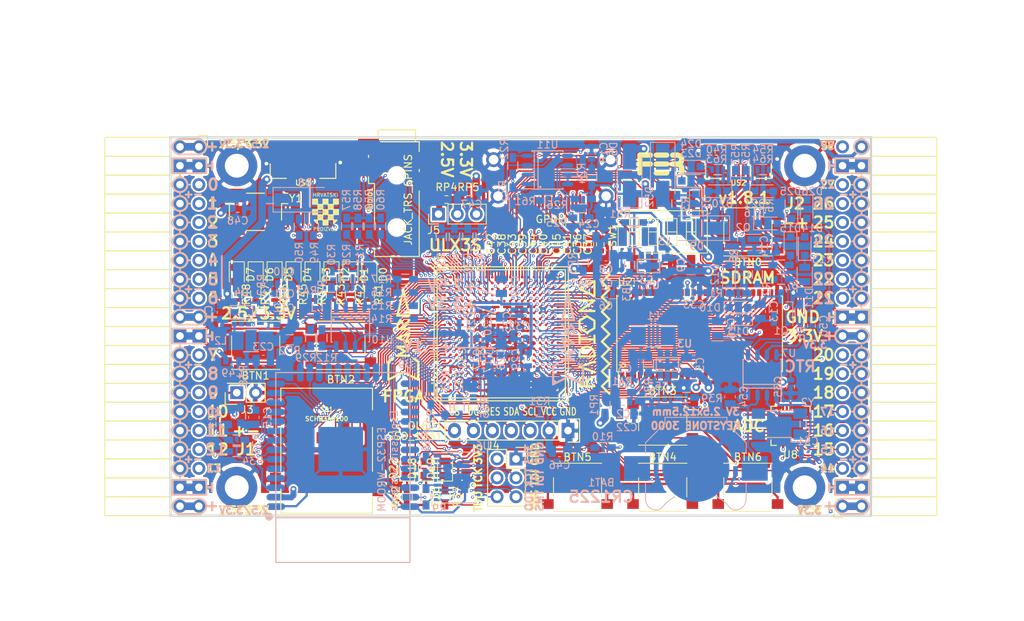
<source format=kicad_pcb>
(kicad_pcb (version 20171130) (host pcbnew 5.0.0-rc2-dev-unknown+dfsg1+20180318-2)

  (general
    (thickness 1.6)
    (drawings 483)
    (tracks 4811)
    (zones 0)
    (modules 206)
    (nets 314)
  )

  (page A4)
  (layers
    (0 F.Cu signal)
    (1 In1.Cu signal)
    (2 In2.Cu signal)
    (31 B.Cu signal)
    (32 B.Adhes user)
    (33 F.Adhes user)
    (34 B.Paste user)
    (35 F.Paste user)
    (36 B.SilkS user)
    (37 F.SilkS user)
    (38 B.Mask user)
    (39 F.Mask user)
    (40 Dwgs.User user)
    (41 Cmts.User user)
    (42 Eco1.User user)
    (43 Eco2.User user)
    (44 Edge.Cuts user)
    (45 Margin user)
    (46 B.CrtYd user)
    (47 F.CrtYd user)
    (48 B.Fab user)
    (49 F.Fab user)
  )

  (setup
    (last_trace_width 0.3)
    (trace_clearance 0.127)
    (zone_clearance 0.127)
    (zone_45_only no)
    (trace_min 0.127)
    (segment_width 0.2)
    (edge_width 0.2)
    (via_size 0.4)
    (via_drill 0.2)
    (via_min_size 0.4)
    (via_min_drill 0.2)
    (uvia_size 0.3)
    (uvia_drill 0.1)
    (uvias_allowed no)
    (uvia_min_size 0.2)
    (uvia_min_drill 0.1)
    (pcb_text_width 0.3)
    (pcb_text_size 1.5 1.5)
    (mod_edge_width 0.15)
    (mod_text_size 1 1)
    (mod_text_width 0.15)
    (pad_size 3.5 3.3)
    (pad_drill 0)
    (pad_to_mask_clearance 0.05)
    (aux_axis_origin 94.1 112.22)
    (grid_origin 93.48 113)
    (visible_elements 7FFFFFFF)
    (pcbplotparams
      (layerselection 0x310fc_ffffffff)
      (usegerberextensions true)
      (usegerberattributes false)
      (usegerberadvancedattributes false)
      (creategerberjobfile false)
      (excludeedgelayer true)
      (linewidth 0.100000)
      (plotframeref false)
      (viasonmask false)
      (mode 1)
      (useauxorigin false)
      (hpglpennumber 1)
      (hpglpenspeed 20)
      (hpglpendiameter 15)
      (psnegative false)
      (psa4output false)
      (plotreference true)
      (plotvalue true)
      (plotinvisibletext false)
      (padsonsilk false)
      (subtractmaskfromsilk false)
      (outputformat 1)
      (mirror false)
      (drillshape 0)
      (scaleselection 1)
      (outputdirectory plot))
  )

  (net 0 "")
  (net 1 GND)
  (net 2 +5V)
  (net 3 /gpio/IN5V)
  (net 4 /gpio/OUT5V)
  (net 5 +3V3)
  (net 6 BTN_D)
  (net 7 BTN_F1)
  (net 8 BTN_F2)
  (net 9 BTN_L)
  (net 10 BTN_R)
  (net 11 BTN_U)
  (net 12 /power/FB1)
  (net 13 +2V5)
  (net 14 /power/PWREN)
  (net 15 /power/FB3)
  (net 16 /power/FB2)
  (net 17 "Net-(D9-Pad1)")
  (net 18 /power/VBAT)
  (net 19 JTAG_TDI)
  (net 20 JTAG_TCK)
  (net 21 JTAG_TMS)
  (net 22 JTAG_TDO)
  (net 23 /power/WAKEUPn)
  (net 24 /power/WKUP)
  (net 25 /power/SHUT)
  (net 26 /power/WAKE)
  (net 27 /power/HOLD)
  (net 28 /power/WKn)
  (net 29 /power/OSCI_32k)
  (net 30 /power/OSCO_32k)
  (net 31 "Net-(Q2-Pad3)")
  (net 32 SHUTDOWN)
  (net 33 /analog/AUDIO_L)
  (net 34 /analog/AUDIO_R)
  (net 35 GPDI_SDA)
  (net 36 GPDI_SCL)
  (net 37 /gpdi/VREF2)
  (net 38 SD_CMD)
  (net 39 SD_CLK)
  (net 40 SD_D0)
  (net 41 SD_D1)
  (net 42 USB5V)
  (net 43 GPDI_CEC)
  (net 44 nRESET)
  (net 45 FTDI_nDTR)
  (net 46 SDRAM_CKE)
  (net 47 SDRAM_A7)
  (net 48 SDRAM_D15)
  (net 49 SDRAM_BA1)
  (net 50 SDRAM_D7)
  (net 51 SDRAM_A6)
  (net 52 SDRAM_CLK)
  (net 53 SDRAM_D13)
  (net 54 SDRAM_BA0)
  (net 55 SDRAM_D6)
  (net 56 SDRAM_A5)
  (net 57 SDRAM_D14)
  (net 58 SDRAM_A11)
  (net 59 SDRAM_D12)
  (net 60 SDRAM_D5)
  (net 61 SDRAM_A4)
  (net 62 SDRAM_A10)
  (net 63 SDRAM_D11)
  (net 64 SDRAM_A3)
  (net 65 SDRAM_D4)
  (net 66 SDRAM_D10)
  (net 67 SDRAM_D9)
  (net 68 SDRAM_A9)
  (net 69 SDRAM_D3)
  (net 70 SDRAM_D8)
  (net 71 SDRAM_A8)
  (net 72 SDRAM_A2)
  (net 73 SDRAM_A1)
  (net 74 SDRAM_A0)
  (net 75 SDRAM_D2)
  (net 76 SDRAM_D1)
  (net 77 SDRAM_D0)
  (net 78 SDRAM_DQM0)
  (net 79 SDRAM_nCS)
  (net 80 SDRAM_nRAS)
  (net 81 SDRAM_DQM1)
  (net 82 SDRAM_nCAS)
  (net 83 SDRAM_nWE)
  (net 84 /flash/FLASH_nWP)
  (net 85 /flash/FLASH_nHOLD)
  (net 86 /flash/FLASH_MOSI)
  (net 87 /flash/FLASH_MISO)
  (net 88 /flash/FLASH_SCK)
  (net 89 /flash/FLASH_nCS)
  (net 90 /flash/FPGA_PROGRAMN)
  (net 91 /flash/FPGA_DONE)
  (net 92 /flash/FPGA_INITN)
  (net 93 OLED_RES)
  (net 94 OLED_DC)
  (net 95 OLED_CS)
  (net 96 WIFI_EN)
  (net 97 FTDI_nRTS)
  (net 98 FTDI_TXD)
  (net 99 FTDI_RXD)
  (net 100 WIFI_RXD)
  (net 101 WIFI_GPIO0)
  (net 102 WIFI_TXD)
  (net 103 USB_FTDI_D+)
  (net 104 USB_FTDI_D-)
  (net 105 SD_D3)
  (net 106 AUDIO_L3)
  (net 107 AUDIO_L2)
  (net 108 AUDIO_L1)
  (net 109 AUDIO_L0)
  (net 110 AUDIO_R3)
  (net 111 AUDIO_R2)
  (net 112 AUDIO_R1)
  (net 113 AUDIO_R0)
  (net 114 OLED_CLK)
  (net 115 OLED_MOSI)
  (net 116 LED0)
  (net 117 LED1)
  (net 118 LED2)
  (net 119 LED3)
  (net 120 LED4)
  (net 121 LED5)
  (net 122 LED6)
  (net 123 LED7)
  (net 124 BTN_PWRn)
  (net 125 FTDI_nTXLED)
  (net 126 FTDI_nSLEEP)
  (net 127 /blinkey/LED_PWREN)
  (net 128 /blinkey/LED_TXLED)
  (net 129 /sdcard/SD3V3)
  (net 130 SD_D2)
  (net 131 CLK_25MHz)
  (net 132 /blinkey/BTNPUL)
  (net 133 /blinkey/BTNPUR)
  (net 134 USB_FPGA_D+)
  (net 135 /power/FTDI_nSUSPEND)
  (net 136 /blinkey/ALED0)
  (net 137 /blinkey/ALED1)
  (net 138 /blinkey/ALED2)
  (net 139 /blinkey/ALED3)
  (net 140 /blinkey/ALED4)
  (net 141 /blinkey/ALED5)
  (net 142 /blinkey/ALED6)
  (net 143 /blinkey/ALED7)
  (net 144 /usb/FTD-)
  (net 145 /usb/FTD+)
  (net 146 ADC_MISO)
  (net 147 ADC_MOSI)
  (net 148 ADC_CSn)
  (net 149 ADC_SCLK)
  (net 150 SW3)
  (net 151 SW2)
  (net 152 SW1)
  (net 153 USB_FPGA_D-)
  (net 154 /usb/FPD+)
  (net 155 /usb/FPD-)
  (net 156 WIFI_GPIO16)
  (net 157 /usb/ANT_433MHz)
  (net 158 /power/PWRBTn)
  (net 159 PROG_DONE)
  (net 160 /power/P3V3)
  (net 161 /power/P2V5)
  (net 162 /power/L1)
  (net 163 /power/L3)
  (net 164 /power/L2)
  (net 165 FTDI_TXDEN)
  (net 166 SDRAM_A12)
  (net 167 /analog/AUDIO_V)
  (net 168 AUDIO_V3)
  (net 169 AUDIO_V2)
  (net 170 AUDIO_V1)
  (net 171 AUDIO_V0)
  (net 172 /blinkey/LED_WIFI)
  (net 173 /power/P1V1)
  (net 174 +1V1)
  (net 175 SW4)
  (net 176 /blinkey/SWPU)
  (net 177 /wifi/WIFIEN)
  (net 178 FT2V5)
  (net 179 GN0)
  (net 180 GP0)
  (net 181 GN1)
  (net 182 GP1)
  (net 183 GN2)
  (net 184 GP2)
  (net 185 GN3)
  (net 186 GP3)
  (net 187 GN4)
  (net 188 GP4)
  (net 189 GN5)
  (net 190 GP5)
  (net 191 GN6)
  (net 192 GP6)
  (net 193 GN14)
  (net 194 GP14)
  (net 195 GN15)
  (net 196 GP15)
  (net 197 GN16)
  (net 198 GP16)
  (net 199 GN17)
  (net 200 GP17)
  (net 201 GN18)
  (net 202 GP18)
  (net 203 GN19)
  (net 204 GP19)
  (net 205 GN20)
  (net 206 GP20)
  (net 207 GN21)
  (net 208 GP21)
  (net 209 GN22)
  (net 210 GP22)
  (net 211 GN23)
  (net 212 GP23)
  (net 213 GN24)
  (net 214 GP24)
  (net 215 GN25)
  (net 216 GP25)
  (net 217 GN26)
  (net 218 GP26)
  (net 219 GN27)
  (net 220 GP27)
  (net 221 GN7)
  (net 222 GP7)
  (net 223 GN8)
  (net 224 GP8)
  (net 225 GN9)
  (net 226 GP9)
  (net 227 GN10)
  (net 228 GP10)
  (net 229 GN11)
  (net 230 GP11)
  (net 231 GN12)
  (net 232 GP12)
  (net 233 GN13)
  (net 234 GP13)
  (net 235 WIFI_GPIO5)
  (net 236 WIFI_GPIO17)
  (net 237 USB_FPGA_PULL_D+)
  (net 238 USB_FPGA_PULL_D-)
  (net 239 "Net-(D23-Pad2)")
  (net 240 "Net-(D24-Pad1)")
  (net 241 "Net-(D25-Pad2)")
  (net 242 "Net-(D26-Pad1)")
  (net 243 /gpdi/GPDI_ETH+)
  (net 244 FPDI_ETH+)
  (net 245 /gpdi/GPDI_ETH-)
  (net 246 FPDI_ETH-)
  (net 247 /gpdi/GPDI_D2-)
  (net 248 FPDI_D2-)
  (net 249 /gpdi/GPDI_D1-)
  (net 250 FPDI_D1-)
  (net 251 /gpdi/GPDI_D0-)
  (net 252 FPDI_D0-)
  (net 253 /gpdi/GPDI_CLK-)
  (net 254 FPDI_CLK-)
  (net 255 /gpdi/GPDI_D2+)
  (net 256 FPDI_D2+)
  (net 257 /gpdi/GPDI_D1+)
  (net 258 FPDI_D1+)
  (net 259 /gpdi/GPDI_D0+)
  (net 260 FPDI_D0+)
  (net 261 /gpdi/GPDI_CLK+)
  (net 262 FPDI_CLK+)
  (net 263 FPDI_SDA)
  (net 264 FPDI_SCL)
  (net 265 /gpdi/FPDI_CEC)
  (net 266 2V5_3V3)
  (net 267 "Net-(AUDIO1-Pad5)")
  (net 268 "Net-(AUDIO1-Pad6)")
  (net 269 "Net-(U1-PadA15)")
  (net 270 "Net-(U1-PadC9)")
  (net 271 "Net-(U1-PadD9)")
  (net 272 "Net-(U1-PadD10)")
  (net 273 "Net-(U1-PadD11)")
  (net 274 "Net-(U1-PadD12)")
  (net 275 "Net-(U1-PadE6)")
  (net 276 "Net-(U1-PadE9)")
  (net 277 "Net-(U1-PadE10)")
  (net 278 "Net-(U1-PadE11)")
  (net 279 "Net-(U1-PadJ4)")
  (net 280 "Net-(U1-PadJ5)")
  (net 281 "Net-(U1-PadK5)")
  (net 282 "Net-(U1-PadL5)")
  (net 283 "Net-(U1-PadM4)")
  (net 284 "Net-(U1-PadM5)")
  (net 285 SD_CD)
  (net 286 SD_WP)
  (net 287 "Net-(U1-PadR3)")
  (net 288 "Net-(U1-PadT16)")
  (net 289 "Net-(U1-PadW4)")
  (net 290 "Net-(U1-PadW5)")
  (net 291 "Net-(U1-PadW8)")
  (net 292 "Net-(U1-PadW9)")
  (net 293 "Net-(U1-PadW13)")
  (net 294 "Net-(U1-PadW14)")
  (net 295 "Net-(U1-PadW17)")
  (net 296 "Net-(U1-PadW18)")
  (net 297 FTDI_nRXLED)
  (net 298 "Net-(U8-Pad12)")
  (net 299 "Net-(U8-Pad25)")
  (net 300 "Net-(U9-Pad32)")
  (net 301 "Net-(U9-Pad22)")
  (net 302 "Net-(U9-Pad21)")
  (net 303 "Net-(U9-Pad20)")
  (net 304 "Net-(U9-Pad19)")
  (net 305 "Net-(U9-Pad18)")
  (net 306 "Net-(U9-Pad17)")
  (net 307 "Net-(U9-Pad12)")
  (net 308 "Net-(U9-Pad5)")
  (net 309 "Net-(U9-Pad4)")
  (net 310 "Net-(US1-Pad4)")
  (net 311 "Net-(US2-Pad4)")
  (net 312 "Net-(Y2-Pad3)")
  (net 313 "Net-(Y2-Pad2)")

  (net_class Default "This is the default net class."
    (clearance 0.127)
    (trace_width 0.3)
    (via_dia 0.4)
    (via_drill 0.2)
    (uvia_dia 0.3)
    (uvia_drill 0.1)
    (add_net +1V1)
    (add_net +2V5)
    (add_net +3V3)
    (add_net +5V)
    (add_net /analog/AUDIO_L)
    (add_net /analog/AUDIO_R)
    (add_net /analog/AUDIO_V)
    (add_net /blinkey/ALED0)
    (add_net /blinkey/ALED1)
    (add_net /blinkey/ALED2)
    (add_net /blinkey/ALED3)
    (add_net /blinkey/ALED4)
    (add_net /blinkey/ALED5)
    (add_net /blinkey/ALED6)
    (add_net /blinkey/ALED7)
    (add_net /blinkey/BTNPUL)
    (add_net /blinkey/BTNPUR)
    (add_net /blinkey/LED_PWREN)
    (add_net /blinkey/LED_TXLED)
    (add_net /blinkey/LED_WIFI)
    (add_net /blinkey/SWPU)
    (add_net /gpdi/FPDI_CEC)
    (add_net /gpdi/GPDI_CLK+)
    (add_net /gpdi/GPDI_CLK-)
    (add_net /gpdi/GPDI_D0+)
    (add_net /gpdi/GPDI_D0-)
    (add_net /gpdi/GPDI_D1+)
    (add_net /gpdi/GPDI_D1-)
    (add_net /gpdi/GPDI_D2+)
    (add_net /gpdi/GPDI_D2-)
    (add_net /gpdi/GPDI_ETH+)
    (add_net /gpdi/GPDI_ETH-)
    (add_net /gpdi/VREF2)
    (add_net /gpio/IN5V)
    (add_net /gpio/OUT5V)
    (add_net /power/FB1)
    (add_net /power/FB2)
    (add_net /power/FB3)
    (add_net /power/FTDI_nSUSPEND)
    (add_net /power/HOLD)
    (add_net /power/L1)
    (add_net /power/L2)
    (add_net /power/L3)
    (add_net /power/OSCI_32k)
    (add_net /power/OSCO_32k)
    (add_net /power/P1V1)
    (add_net /power/P2V5)
    (add_net /power/P3V3)
    (add_net /power/PWRBTn)
    (add_net /power/PWREN)
    (add_net /power/SHUT)
    (add_net /power/VBAT)
    (add_net /power/WAKE)
    (add_net /power/WAKEUPn)
    (add_net /power/WKUP)
    (add_net /power/WKn)
    (add_net /sdcard/SD3V3)
    (add_net /usb/ANT_433MHz)
    (add_net /usb/FPD+)
    (add_net /usb/FPD-)
    (add_net /usb/FTD+)
    (add_net /usb/FTD-)
    (add_net /wifi/WIFIEN)
    (add_net 2V5_3V3)
    (add_net FT2V5)
    (add_net FTDI_nRXLED)
    (add_net GND)
    (add_net "Net-(AUDIO1-Pad5)")
    (add_net "Net-(AUDIO1-Pad6)")
    (add_net "Net-(D23-Pad2)")
    (add_net "Net-(D24-Pad1)")
    (add_net "Net-(D25-Pad2)")
    (add_net "Net-(D26-Pad1)")
    (add_net "Net-(D9-Pad1)")
    (add_net "Net-(Q2-Pad3)")
    (add_net "Net-(U1-PadA15)")
    (add_net "Net-(U1-PadC9)")
    (add_net "Net-(U1-PadD10)")
    (add_net "Net-(U1-PadD11)")
    (add_net "Net-(U1-PadD12)")
    (add_net "Net-(U1-PadD9)")
    (add_net "Net-(U1-PadE10)")
    (add_net "Net-(U1-PadE11)")
    (add_net "Net-(U1-PadE6)")
    (add_net "Net-(U1-PadE9)")
    (add_net "Net-(U1-PadJ4)")
    (add_net "Net-(U1-PadJ5)")
    (add_net "Net-(U1-PadK5)")
    (add_net "Net-(U1-PadL5)")
    (add_net "Net-(U1-PadM4)")
    (add_net "Net-(U1-PadM5)")
    (add_net "Net-(U1-PadR3)")
    (add_net "Net-(U1-PadT16)")
    (add_net "Net-(U1-PadW13)")
    (add_net "Net-(U1-PadW14)")
    (add_net "Net-(U1-PadW17)")
    (add_net "Net-(U1-PadW18)")
    (add_net "Net-(U1-PadW4)")
    (add_net "Net-(U1-PadW5)")
    (add_net "Net-(U1-PadW8)")
    (add_net "Net-(U1-PadW9)")
    (add_net "Net-(U8-Pad12)")
    (add_net "Net-(U8-Pad25)")
    (add_net "Net-(U9-Pad12)")
    (add_net "Net-(U9-Pad17)")
    (add_net "Net-(U9-Pad18)")
    (add_net "Net-(U9-Pad19)")
    (add_net "Net-(U9-Pad20)")
    (add_net "Net-(U9-Pad21)")
    (add_net "Net-(U9-Pad22)")
    (add_net "Net-(U9-Pad32)")
    (add_net "Net-(U9-Pad4)")
    (add_net "Net-(U9-Pad5)")
    (add_net "Net-(US1-Pad4)")
    (add_net "Net-(US2-Pad4)")
    (add_net "Net-(Y2-Pad2)")
    (add_net "Net-(Y2-Pad3)")
    (add_net SD_CD)
    (add_net SD_WP)
    (add_net USB5V)
  )

  (net_class BGA ""
    (clearance 0.127)
    (trace_width 0.19)
    (via_dia 0.4)
    (via_drill 0.2)
    (uvia_dia 0.3)
    (uvia_drill 0.1)
    (add_net /flash/FLASH_MISO)
    (add_net /flash/FLASH_MOSI)
    (add_net /flash/FLASH_SCK)
    (add_net /flash/FLASH_nCS)
    (add_net /flash/FLASH_nHOLD)
    (add_net /flash/FLASH_nWP)
    (add_net /flash/FPGA_DONE)
    (add_net /flash/FPGA_INITN)
    (add_net /flash/FPGA_PROGRAMN)
    (add_net ADC_CSn)
    (add_net ADC_MISO)
    (add_net ADC_MOSI)
    (add_net ADC_SCLK)
    (add_net AUDIO_L0)
    (add_net AUDIO_L1)
    (add_net AUDIO_L2)
    (add_net AUDIO_L3)
    (add_net AUDIO_R0)
    (add_net AUDIO_R1)
    (add_net AUDIO_R2)
    (add_net AUDIO_R3)
    (add_net AUDIO_V0)
    (add_net AUDIO_V1)
    (add_net AUDIO_V2)
    (add_net AUDIO_V3)
    (add_net BTN_D)
    (add_net BTN_F1)
    (add_net BTN_F2)
    (add_net BTN_L)
    (add_net BTN_PWRn)
    (add_net BTN_R)
    (add_net BTN_U)
    (add_net CLK_25MHz)
    (add_net FPDI_CLK+)
    (add_net FPDI_CLK-)
    (add_net FPDI_D0+)
    (add_net FPDI_D0-)
    (add_net FPDI_D1+)
    (add_net FPDI_D1-)
    (add_net FPDI_D2+)
    (add_net FPDI_D2-)
    (add_net FPDI_ETH+)
    (add_net FPDI_ETH-)
    (add_net FPDI_SCL)
    (add_net FPDI_SDA)
    (add_net FTDI_RXD)
    (add_net FTDI_TXD)
    (add_net FTDI_TXDEN)
    (add_net FTDI_nDTR)
    (add_net FTDI_nRTS)
    (add_net FTDI_nSLEEP)
    (add_net FTDI_nTXLED)
    (add_net GN0)
    (add_net GN1)
    (add_net GN10)
    (add_net GN11)
    (add_net GN12)
    (add_net GN13)
    (add_net GN14)
    (add_net GN15)
    (add_net GN16)
    (add_net GN17)
    (add_net GN18)
    (add_net GN19)
    (add_net GN2)
    (add_net GN20)
    (add_net GN21)
    (add_net GN22)
    (add_net GN23)
    (add_net GN24)
    (add_net GN25)
    (add_net GN26)
    (add_net GN27)
    (add_net GN3)
    (add_net GN4)
    (add_net GN5)
    (add_net GN6)
    (add_net GN7)
    (add_net GN8)
    (add_net GN9)
    (add_net GP0)
    (add_net GP1)
    (add_net GP10)
    (add_net GP11)
    (add_net GP12)
    (add_net GP13)
    (add_net GP14)
    (add_net GP15)
    (add_net GP16)
    (add_net GP17)
    (add_net GP18)
    (add_net GP19)
    (add_net GP2)
    (add_net GP20)
    (add_net GP21)
    (add_net GP22)
    (add_net GP23)
    (add_net GP24)
    (add_net GP25)
    (add_net GP26)
    (add_net GP27)
    (add_net GP3)
    (add_net GP4)
    (add_net GP5)
    (add_net GP6)
    (add_net GP7)
    (add_net GP8)
    (add_net GP9)
    (add_net GPDI_CEC)
    (add_net GPDI_SCL)
    (add_net GPDI_SDA)
    (add_net JTAG_TCK)
    (add_net JTAG_TDI)
    (add_net JTAG_TDO)
    (add_net JTAG_TMS)
    (add_net LED0)
    (add_net LED1)
    (add_net LED2)
    (add_net LED3)
    (add_net LED4)
    (add_net LED5)
    (add_net LED6)
    (add_net LED7)
    (add_net OLED_CLK)
    (add_net OLED_CS)
    (add_net OLED_DC)
    (add_net OLED_MOSI)
    (add_net OLED_RES)
    (add_net PROG_DONE)
    (add_net SDRAM_A0)
    (add_net SDRAM_A1)
    (add_net SDRAM_A10)
    (add_net SDRAM_A11)
    (add_net SDRAM_A12)
    (add_net SDRAM_A2)
    (add_net SDRAM_A3)
    (add_net SDRAM_A4)
    (add_net SDRAM_A5)
    (add_net SDRAM_A6)
    (add_net SDRAM_A7)
    (add_net SDRAM_A8)
    (add_net SDRAM_A9)
    (add_net SDRAM_BA0)
    (add_net SDRAM_BA1)
    (add_net SDRAM_CKE)
    (add_net SDRAM_CLK)
    (add_net SDRAM_D0)
    (add_net SDRAM_D1)
    (add_net SDRAM_D10)
    (add_net SDRAM_D11)
    (add_net SDRAM_D12)
    (add_net SDRAM_D13)
    (add_net SDRAM_D14)
    (add_net SDRAM_D15)
    (add_net SDRAM_D2)
    (add_net SDRAM_D3)
    (add_net SDRAM_D4)
    (add_net SDRAM_D5)
    (add_net SDRAM_D6)
    (add_net SDRAM_D7)
    (add_net SDRAM_D8)
    (add_net SDRAM_D9)
    (add_net SDRAM_DQM0)
    (add_net SDRAM_DQM1)
    (add_net SDRAM_nCAS)
    (add_net SDRAM_nCS)
    (add_net SDRAM_nRAS)
    (add_net SDRAM_nWE)
    (add_net SD_CLK)
    (add_net SD_CMD)
    (add_net SD_D0)
    (add_net SD_D1)
    (add_net SD_D2)
    (add_net SD_D3)
    (add_net SHUTDOWN)
    (add_net SW1)
    (add_net SW2)
    (add_net SW3)
    (add_net SW4)
    (add_net USB_FPGA_D+)
    (add_net USB_FPGA_D-)
    (add_net USB_FPGA_PULL_D+)
    (add_net USB_FPGA_PULL_D-)
    (add_net USB_FTDI_D+)
    (add_net USB_FTDI_D-)
    (add_net WIFI_EN)
    (add_net WIFI_GPIO0)
    (add_net WIFI_GPIO16)
    (add_net WIFI_GPIO17)
    (add_net WIFI_GPIO5)
    (add_net WIFI_RXD)
    (add_net WIFI_TXD)
    (add_net nRESET)
  )

  (net_class Minimal ""
    (clearance 0.127)
    (trace_width 0.127)
    (via_dia 0.4)
    (via_drill 0.2)
    (uvia_dia 0.3)
    (uvia_drill 0.1)
  )

  (module Pin_Headers:Pin_Header_Straight_1x03_Pitch2.54mm (layer F.Cu) (tedit 59650532) (tstamp 5AA27FD5)
    (at 130.056 71.725 90)
    (descr "Through hole straight pin header, 1x03, 2.54mm pitch, single row")
    (tags "Through hole pin header THT 1x03 2.54mm single row")
    (path /58D51CAD/5AA2A24D)
    (fp_text reference J5 (at -2.159 -0.635 180) (layer F.SilkS)
      (effects (font (size 1 1) (thickness 0.15)))
    )
    (fp_text value VJ1 (at 0 7.41 90) (layer F.Fab)
      (effects (font (size 1 1) (thickness 0.15)))
    )
    (fp_line (start -0.635 -1.27) (end 1.27 -1.27) (layer F.Fab) (width 0.1))
    (fp_line (start 1.27 -1.27) (end 1.27 6.35) (layer F.Fab) (width 0.1))
    (fp_line (start 1.27 6.35) (end -1.27 6.35) (layer F.Fab) (width 0.1))
    (fp_line (start -1.27 6.35) (end -1.27 -0.635) (layer F.Fab) (width 0.1))
    (fp_line (start -1.27 -0.635) (end -0.635 -1.27) (layer F.Fab) (width 0.1))
    (fp_line (start -1.33 6.41) (end 1.33 6.41) (layer F.SilkS) (width 0.12))
    (fp_line (start -1.33 1.27) (end -1.33 6.41) (layer F.SilkS) (width 0.12))
    (fp_line (start 1.33 1.27) (end 1.33 6.41) (layer F.SilkS) (width 0.12))
    (fp_line (start -1.33 1.27) (end 1.33 1.27) (layer F.SilkS) (width 0.12))
    (fp_line (start -1.33 0) (end -1.33 -1.33) (layer F.SilkS) (width 0.12))
    (fp_line (start -1.33 -1.33) (end 0 -1.33) (layer F.SilkS) (width 0.12))
    (fp_line (start -1.8 -1.8) (end -1.8 6.85) (layer F.CrtYd) (width 0.05))
    (fp_line (start -1.8 6.85) (end 1.8 6.85) (layer F.CrtYd) (width 0.05))
    (fp_line (start 1.8 6.85) (end 1.8 -1.8) (layer F.CrtYd) (width 0.05))
    (fp_line (start 1.8 -1.8) (end -1.8 -1.8) (layer F.CrtYd) (width 0.05))
    (fp_text user %R (at 0 2.54 180) (layer F.Fab)
      (effects (font (size 1 1) (thickness 0.15)))
    )
    (pad 1 thru_hole rect (at 0 0 90) (size 1.7 1.7) (drill 1) (layers *.Cu *.Mask)
      (net 13 +2V5))
    (pad 2 thru_hole oval (at 0 2.54 90) (size 1.7 1.7) (drill 1) (layers *.Cu *.Mask)
      (net 266 2V5_3V3))
    (pad 3 thru_hole oval (at 0 5.08 90) (size 1.7 1.7) (drill 1) (layers *.Cu *.Mask)
      (net 5 +3V3))
    (model Pin_Headers.3dshapes/Pin_Header_Angled_1x03_Pitch2.54mm.wrl
      (at (xyz 0 0 0))
      (scale (xyz 1 1 1))
      (rotate (xyz 0 0 0))
    )
  )

  (module Resistors_SMD:R_0603_HandSoldering (layer B.Cu) (tedit 59D565A6) (tstamp 59C0F273)
    (at 169.919 66.965 90)
    (descr "Resistor SMD 0603, hand soldering")
    (tags "resistor 0603")
    (path /58D6BF46/59C0F7B6)
    (attr smd)
    (fp_text reference R53 (at 3.259 0 270) (layer B.SilkS)
      (effects (font (size 1 1) (thickness 0.15)) (justify mirror))
    )
    (fp_text value 27 (at 2.667 0 270) (layer B.Fab)
      (effects (font (size 1 1) (thickness 0.15)) (justify mirror))
    )
    (fp_text user %R (at 2.413 -2.54 180) (layer B.Fab) hide
      (effects (font (size 1 1) (thickness 0.15)) (justify mirror))
    )
    (fp_line (start -0.8 -0.4) (end -0.8 0.4) (layer B.Fab) (width 0.1))
    (fp_line (start 0.8 -0.4) (end -0.8 -0.4) (layer B.Fab) (width 0.1))
    (fp_line (start 0.8 0.4) (end 0.8 -0.4) (layer B.Fab) (width 0.1))
    (fp_line (start -0.8 0.4) (end 0.8 0.4) (layer B.Fab) (width 0.1))
    (fp_line (start 0.5 -0.68) (end -0.5 -0.68) (layer B.SilkS) (width 0.12))
    (fp_line (start -0.5 0.68) (end 0.5 0.68) (layer B.SilkS) (width 0.12))
    (fp_line (start -1.96 0.7) (end 1.95 0.7) (layer B.CrtYd) (width 0.05))
    (fp_line (start -1.96 0.7) (end -1.96 -0.7) (layer B.CrtYd) (width 0.05))
    (fp_line (start 1.95 -0.7) (end 1.95 0.7) (layer B.CrtYd) (width 0.05))
    (fp_line (start 1.95 -0.7) (end -1.96 -0.7) (layer B.CrtYd) (width 0.05))
    (pad 1 smd rect (at -1.1 0 90) (size 1.2 0.9) (layers B.Cu B.Paste B.Mask)
      (net 134 USB_FPGA_D+))
    (pad 2 smd rect (at 1.1 0 90) (size 1.2 0.9) (layers B.Cu B.Paste B.Mask)
      (net 154 /usb/FPD+))
    (model Resistors_SMD.3dshapes/R_0603.wrl
      (at (xyz 0 0 0))
      (scale (xyz 1 1 1))
      (rotate (xyz 0 0 0))
    )
  )

  (module Socket_Strips:Socket_Strip_Angled_2x20 (layer F.Cu) (tedit 5A2B354F) (tstamp 58E6BE3D)
    (at 97.91 62.69 270)
    (descr "Through hole socket strip")
    (tags "socket strip")
    (path /56AC389C/58E6B835)
    (fp_text reference J1 (at 40.64 -6.35) (layer F.SilkS)
      (effects (font (size 1.5 1.5) (thickness 0.3)))
    )
    (fp_text value CONN_02X20 (at 0 -2.6 270) (layer F.Fab) hide
      (effects (font (size 1 1) (thickness 0.15)))
    )
    (fp_line (start -1.75 -1.35) (end -1.75 13.15) (layer F.CrtYd) (width 0.05))
    (fp_line (start 50.05 -1.35) (end 50.05 13.15) (layer F.CrtYd) (width 0.05))
    (fp_line (start -1.75 -1.35) (end 50.05 -1.35) (layer F.CrtYd) (width 0.05))
    (fp_line (start -1.75 13.15) (end 50.05 13.15) (layer F.CrtYd) (width 0.05))
    (fp_line (start 49.53 12.64) (end 49.53 3.81) (layer F.SilkS) (width 0.15))
    (fp_line (start 46.99 12.64) (end 49.53 12.64) (layer F.SilkS) (width 0.15))
    (fp_line (start 46.99 3.81) (end 49.53 3.81) (layer F.SilkS) (width 0.15))
    (fp_line (start 49.53 3.81) (end 49.53 12.64) (layer F.SilkS) (width 0.15))
    (fp_line (start 46.99 3.81) (end 46.99 12.64) (layer F.SilkS) (width 0.15))
    (fp_line (start 44.45 3.81) (end 46.99 3.81) (layer F.SilkS) (width 0.15))
    (fp_line (start 44.45 12.64) (end 46.99 12.64) (layer F.SilkS) (width 0.15))
    (fp_line (start 46.99 12.64) (end 46.99 3.81) (layer F.SilkS) (width 0.15))
    (fp_line (start 29.21 12.64) (end 29.21 3.81) (layer F.SilkS) (width 0.15))
    (fp_line (start 26.67 12.64) (end 29.21 12.64) (layer F.SilkS) (width 0.15))
    (fp_line (start 26.67 3.81) (end 29.21 3.81) (layer F.SilkS) (width 0.15))
    (fp_line (start 29.21 3.81) (end 29.21 12.64) (layer F.SilkS) (width 0.15))
    (fp_line (start 31.75 3.81) (end 31.75 12.64) (layer F.SilkS) (width 0.15))
    (fp_line (start 29.21 3.81) (end 31.75 3.81) (layer F.SilkS) (width 0.15))
    (fp_line (start 29.21 12.64) (end 31.75 12.64) (layer F.SilkS) (width 0.15))
    (fp_line (start 31.75 12.64) (end 31.75 3.81) (layer F.SilkS) (width 0.15))
    (fp_line (start 44.45 12.64) (end 44.45 3.81) (layer F.SilkS) (width 0.15))
    (fp_line (start 41.91 12.64) (end 44.45 12.64) (layer F.SilkS) (width 0.15))
    (fp_line (start 41.91 3.81) (end 44.45 3.81) (layer F.SilkS) (width 0.15))
    (fp_line (start 44.45 3.81) (end 44.45 12.64) (layer F.SilkS) (width 0.15))
    (fp_line (start 41.91 3.81) (end 41.91 12.64) (layer F.SilkS) (width 0.15))
    (fp_line (start 39.37 3.81) (end 41.91 3.81) (layer F.SilkS) (width 0.15))
    (fp_line (start 39.37 12.64) (end 41.91 12.64) (layer F.SilkS) (width 0.15))
    (fp_line (start 41.91 12.64) (end 41.91 3.81) (layer F.SilkS) (width 0.15))
    (fp_line (start 39.37 12.64) (end 39.37 3.81) (layer F.SilkS) (width 0.15))
    (fp_line (start 36.83 12.64) (end 39.37 12.64) (layer F.SilkS) (width 0.15))
    (fp_line (start 36.83 3.81) (end 39.37 3.81) (layer F.SilkS) (width 0.15))
    (fp_line (start 39.37 3.81) (end 39.37 12.64) (layer F.SilkS) (width 0.15))
    (fp_line (start 36.83 3.81) (end 36.83 12.64) (layer F.SilkS) (width 0.15))
    (fp_line (start 34.29 3.81) (end 36.83 3.81) (layer F.SilkS) (width 0.15))
    (fp_line (start 34.29 12.64) (end 36.83 12.64) (layer F.SilkS) (width 0.15))
    (fp_line (start 36.83 12.64) (end 36.83 3.81) (layer F.SilkS) (width 0.15))
    (fp_line (start 34.29 12.64) (end 34.29 3.81) (layer F.SilkS) (width 0.15))
    (fp_line (start 31.75 12.64) (end 34.29 12.64) (layer F.SilkS) (width 0.15))
    (fp_line (start 31.75 3.81) (end 34.29 3.81) (layer F.SilkS) (width 0.15))
    (fp_line (start 34.29 3.81) (end 34.29 12.64) (layer F.SilkS) (width 0.15))
    (fp_line (start 16.51 3.81) (end 16.51 12.64) (layer F.SilkS) (width 0.15))
    (fp_line (start 13.97 3.81) (end 16.51 3.81) (layer F.SilkS) (width 0.15))
    (fp_line (start 13.97 12.64) (end 16.51 12.64) (layer F.SilkS) (width 0.15))
    (fp_line (start 16.51 12.64) (end 16.51 3.81) (layer F.SilkS) (width 0.15))
    (fp_line (start 19.05 12.64) (end 19.05 3.81) (layer F.SilkS) (width 0.15))
    (fp_line (start 16.51 12.64) (end 19.05 12.64) (layer F.SilkS) (width 0.15))
    (fp_line (start 16.51 3.81) (end 19.05 3.81) (layer F.SilkS) (width 0.15))
    (fp_line (start 19.05 3.81) (end 19.05 12.64) (layer F.SilkS) (width 0.15))
    (fp_line (start 21.59 3.81) (end 21.59 12.64) (layer F.SilkS) (width 0.15))
    (fp_line (start 19.05 3.81) (end 21.59 3.81) (layer F.SilkS) (width 0.15))
    (fp_line (start 19.05 12.64) (end 21.59 12.64) (layer F.SilkS) (width 0.15))
    (fp_line (start 21.59 12.64) (end 21.59 3.81) (layer F.SilkS) (width 0.15))
    (fp_line (start 24.13 12.64) (end 24.13 3.81) (layer F.SilkS) (width 0.15))
    (fp_line (start 21.59 12.64) (end 24.13 12.64) (layer F.SilkS) (width 0.15))
    (fp_line (start 21.59 3.81) (end 24.13 3.81) (layer F.SilkS) (width 0.15))
    (fp_line (start 24.13 3.81) (end 24.13 12.64) (layer F.SilkS) (width 0.15))
    (fp_line (start 26.67 3.81) (end 26.67 12.64) (layer F.SilkS) (width 0.15))
    (fp_line (start 24.13 3.81) (end 26.67 3.81) (layer F.SilkS) (width 0.15))
    (fp_line (start 24.13 12.64) (end 26.67 12.64) (layer F.SilkS) (width 0.15))
    (fp_line (start 26.67 12.64) (end 26.67 3.81) (layer F.SilkS) (width 0.15))
    (fp_line (start 13.97 12.64) (end 13.97 3.81) (layer F.SilkS) (width 0.15))
    (fp_line (start 11.43 12.64) (end 13.97 12.64) (layer F.SilkS) (width 0.15))
    (fp_line (start 11.43 3.81) (end 13.97 3.81) (layer F.SilkS) (width 0.15))
    (fp_line (start 13.97 3.81) (end 13.97 12.64) (layer F.SilkS) (width 0.15))
    (fp_line (start 11.43 3.81) (end 11.43 12.64) (layer F.SilkS) (width 0.15))
    (fp_line (start 8.89 3.81) (end 11.43 3.81) (layer F.SilkS) (width 0.15))
    (fp_line (start 8.89 12.64) (end 11.43 12.64) (layer F.SilkS) (width 0.15))
    (fp_line (start 11.43 12.64) (end 11.43 3.81) (layer F.SilkS) (width 0.15))
    (fp_line (start 8.89 12.64) (end 8.89 3.81) (layer F.SilkS) (width 0.15))
    (fp_line (start 6.35 12.64) (end 8.89 12.64) (layer F.SilkS) (width 0.15))
    (fp_line (start 6.35 3.81) (end 8.89 3.81) (layer F.SilkS) (width 0.15))
    (fp_line (start 8.89 3.81) (end 8.89 12.64) (layer F.SilkS) (width 0.15))
    (fp_line (start 6.35 3.81) (end 6.35 12.64) (layer F.SilkS) (width 0.15))
    (fp_line (start 3.81 3.81) (end 6.35 3.81) (layer F.SilkS) (width 0.15))
    (fp_line (start 3.81 12.64) (end 6.35 12.64) (layer F.SilkS) (width 0.15))
    (fp_line (start 6.35 12.64) (end 6.35 3.81) (layer F.SilkS) (width 0.15))
    (fp_line (start 3.81 12.64) (end 3.81 3.81) (layer F.SilkS) (width 0.15))
    (fp_line (start 1.27 12.64) (end 3.81 12.64) (layer F.SilkS) (width 0.15))
    (fp_line (start 1.27 3.81) (end 3.81 3.81) (layer F.SilkS) (width 0.15))
    (fp_line (start 3.81 3.81) (end 3.81 12.64) (layer F.SilkS) (width 0.15))
    (fp_line (start 1.27 3.81) (end 1.27 12.64) (layer F.SilkS) (width 0.15))
    (fp_line (start -1.27 3.81) (end 1.27 3.81) (layer F.SilkS) (width 0.15))
    (fp_line (start 0 -1.15) (end -1.55 -1.15) (layer F.SilkS) (width 0.15))
    (fp_line (start -1.55 -1.15) (end -1.55 0) (layer F.SilkS) (width 0.15))
    (fp_line (start -1.27 3.81) (end -1.27 12.64) (layer F.SilkS) (width 0.15))
    (fp_line (start -1.27 12.64) (end 1.27 12.64) (layer F.SilkS) (width 0.15))
    (fp_line (start 1.27 12.64) (end 1.27 3.81) (layer F.SilkS) (width 0.15))
    (pad 1 thru_hole oval (at 0 0 270) (size 1.7272 1.7272) (drill 1.016) (layers *.Cu *.Mask)
      (net 266 2V5_3V3))
    (pad 2 thru_hole oval (at 0 2.54 270) (size 1.7272 1.7272) (drill 1.016) (layers *.Cu *.Mask)
      (net 266 2V5_3V3))
    (pad 3 thru_hole rect (at 2.54 0 270) (size 1.7272 1.7272) (drill 1.016) (layers *.Cu *.Mask)
      (net 1 GND))
    (pad 4 thru_hole rect (at 2.54 2.54 270) (size 1.7272 1.7272) (drill 1.016) (layers *.Cu *.Mask)
      (net 1 GND))
    (pad 5 thru_hole oval (at 5.08 0 270) (size 1.7272 1.7272) (drill 1.016) (layers *.Cu *.Mask)
      (net 179 GN0))
    (pad 6 thru_hole oval (at 5.08 2.54 270) (size 1.7272 1.7272) (drill 1.016) (layers *.Cu *.Mask)
      (net 180 GP0))
    (pad 7 thru_hole oval (at 7.62 0 270) (size 1.7272 1.7272) (drill 1.016) (layers *.Cu *.Mask)
      (net 181 GN1))
    (pad 8 thru_hole oval (at 7.62 2.54 270) (size 1.7272 1.7272) (drill 1.016) (layers *.Cu *.Mask)
      (net 182 GP1))
    (pad 9 thru_hole oval (at 10.16 0 270) (size 1.7272 1.7272) (drill 1.016) (layers *.Cu *.Mask)
      (net 183 GN2))
    (pad 10 thru_hole oval (at 10.16 2.54 270) (size 1.7272 1.7272) (drill 1.016) (layers *.Cu *.Mask)
      (net 184 GP2))
    (pad 11 thru_hole oval (at 12.7 0 270) (size 1.7272 1.7272) (drill 1.016) (layers *.Cu *.Mask)
      (net 185 GN3))
    (pad 12 thru_hole oval (at 12.7 2.54 270) (size 1.7272 1.7272) (drill 1.016) (layers *.Cu *.Mask)
      (net 186 GP3))
    (pad 13 thru_hole oval (at 15.24 0 270) (size 1.7272 1.7272) (drill 1.016) (layers *.Cu *.Mask)
      (net 187 GN4))
    (pad 14 thru_hole oval (at 15.24 2.54 270) (size 1.7272 1.7272) (drill 1.016) (layers *.Cu *.Mask)
      (net 188 GP4))
    (pad 15 thru_hole oval (at 17.78 0 270) (size 1.7272 1.7272) (drill 1.016) (layers *.Cu *.Mask)
      (net 189 GN5))
    (pad 16 thru_hole oval (at 17.78 2.54 270) (size 1.7272 1.7272) (drill 1.016) (layers *.Cu *.Mask)
      (net 190 GP5))
    (pad 17 thru_hole oval (at 20.32 0 270) (size 1.7272 1.7272) (drill 1.016) (layers *.Cu *.Mask)
      (net 191 GN6))
    (pad 18 thru_hole oval (at 20.32 2.54 270) (size 1.7272 1.7272) (drill 1.016) (layers *.Cu *.Mask)
      (net 192 GP6))
    (pad 19 thru_hole oval (at 22.86 0 270) (size 1.7272 1.7272) (drill 1.016) (layers *.Cu *.Mask)
      (net 266 2V5_3V3))
    (pad 20 thru_hole oval (at 22.86 2.54 270) (size 1.7272 1.7272) (drill 1.016) (layers *.Cu *.Mask)
      (net 266 2V5_3V3))
    (pad 21 thru_hole rect (at 25.4 0 270) (size 1.7272 1.7272) (drill 1.016) (layers *.Cu *.Mask)
      (net 1 GND))
    (pad 22 thru_hole rect (at 25.4 2.54 270) (size 1.7272 1.7272) (drill 1.016) (layers *.Cu *.Mask)
      (net 1 GND))
    (pad 23 thru_hole oval (at 27.94 0 270) (size 1.7272 1.7272) (drill 1.016) (layers *.Cu *.Mask)
      (net 221 GN7))
    (pad 24 thru_hole oval (at 27.94 2.54 270) (size 1.7272 1.7272) (drill 1.016) (layers *.Cu *.Mask)
      (net 222 GP7))
    (pad 25 thru_hole oval (at 30.48 0 270) (size 1.7272 1.7272) (drill 1.016) (layers *.Cu *.Mask)
      (net 223 GN8))
    (pad 26 thru_hole oval (at 30.48 2.54 270) (size 1.7272 1.7272) (drill 1.016) (layers *.Cu *.Mask)
      (net 224 GP8))
    (pad 27 thru_hole oval (at 33.02 0 270) (size 1.7272 1.7272) (drill 1.016) (layers *.Cu *.Mask)
      (net 225 GN9))
    (pad 28 thru_hole oval (at 33.02 2.54 270) (size 1.7272 1.7272) (drill 1.016) (layers *.Cu *.Mask)
      (net 226 GP9))
    (pad 29 thru_hole oval (at 35.56 0 270) (size 1.7272 1.7272) (drill 1.016) (layers *.Cu *.Mask)
      (net 227 GN10))
    (pad 30 thru_hole oval (at 35.56 2.54 270) (size 1.7272 1.7272) (drill 1.016) (layers *.Cu *.Mask)
      (net 228 GP10))
    (pad 31 thru_hole oval (at 38.1 0 270) (size 1.7272 1.7272) (drill 1.016) (layers *.Cu *.Mask)
      (net 229 GN11))
    (pad 32 thru_hole oval (at 38.1 2.54 270) (size 1.7272 1.7272) (drill 1.016) (layers *.Cu *.Mask)
      (net 230 GP11))
    (pad 33 thru_hole oval (at 40.64 0 270) (size 1.7272 1.7272) (drill 1.016) (layers *.Cu *.Mask)
      (net 231 GN12))
    (pad 34 thru_hole oval (at 40.64 2.54 270) (size 1.7272 1.7272) (drill 1.016) (layers *.Cu *.Mask)
      (net 232 GP12))
    (pad 35 thru_hole oval (at 43.18 0 270) (size 1.7272 1.7272) (drill 1.016) (layers *.Cu *.Mask)
      (net 233 GN13))
    (pad 36 thru_hole oval (at 43.18 2.54 270) (size 1.7272 1.7272) (drill 1.016) (layers *.Cu *.Mask)
      (net 234 GP13))
    (pad 37 thru_hole rect (at 45.72 0 270) (size 1.7272 1.7272) (drill 1.016) (layers *.Cu *.Mask)
      (net 1 GND))
    (pad 38 thru_hole rect (at 45.72 2.54 270) (size 1.7272 1.7272) (drill 1.016) (layers *.Cu *.Mask)
      (net 1 GND))
    (pad 39 thru_hole oval (at 48.26 0 270) (size 1.7272 1.7272) (drill 1.016) (layers *.Cu *.Mask)
      (net 266 2V5_3V3))
    (pad 40 thru_hole oval (at 48.26 2.54 270) (size 1.7272 1.7272) (drill 1.016) (layers *.Cu *.Mask)
      (net 266 2V5_3V3))
    (model Socket_Strips.3dshapes/Socket_Strip_Angled_2x20.wrl
      (offset (xyz 24.12999963760376 -1.269999980926514 0))
      (scale (xyz 1 1 1))
      (rotate (xyz 0 0 180))
    )
  )

  (module SMD_Packages:1Pin (layer F.Cu) (tedit 59F891E7) (tstamp 59C3DCCD)
    (at 182.67515 111.637626)
    (descr "module 1 pin (ou trou mecanique de percage)")
    (tags DEV)
    (path /58D6BF46/59C3AE47)
    (fp_text reference AE1 (at -3.236 3.798) (layer F.SilkS) hide
      (effects (font (size 1 1) (thickness 0.15)))
    )
    (fp_text value 433MHz (at 2.606 3.798) (layer F.Fab) hide
      (effects (font (size 1 1) (thickness 0.15)))
    )
    (pad 1 smd rect (at 0 0) (size 0.5 0.5) (layers B.Cu F.Paste F.Mask)
      (net 157 /usb/ANT_433MHz))
  )

  (module Resistors_SMD:R_0603_HandSoldering (layer B.Cu) (tedit 58307AEF) (tstamp 590C5C33)
    (at 103.498 98.758 90)
    (descr "Resistor SMD 0603, hand soldering")
    (tags "resistor 0603")
    (path /58DA7327/590C5D62)
    (attr smd)
    (fp_text reference R38 (at 5.334 0.396 90) (layer B.SilkS)
      (effects (font (size 1 1) (thickness 0.15)) (justify mirror))
    )
    (fp_text value 0.47 (at 3.386 0 90) (layer B.Fab)
      (effects (font (size 1 1) (thickness 0.15)) (justify mirror))
    )
    (fp_line (start -0.8 -0.4) (end -0.8 0.4) (layer B.Fab) (width 0.1))
    (fp_line (start 0.8 -0.4) (end -0.8 -0.4) (layer B.Fab) (width 0.1))
    (fp_line (start 0.8 0.4) (end 0.8 -0.4) (layer B.Fab) (width 0.1))
    (fp_line (start -0.8 0.4) (end 0.8 0.4) (layer B.Fab) (width 0.1))
    (fp_line (start -2 0.8) (end 2 0.8) (layer B.CrtYd) (width 0.05))
    (fp_line (start -2 -0.8) (end 2 -0.8) (layer B.CrtYd) (width 0.05))
    (fp_line (start -2 0.8) (end -2 -0.8) (layer B.CrtYd) (width 0.05))
    (fp_line (start 2 0.8) (end 2 -0.8) (layer B.CrtYd) (width 0.05))
    (fp_line (start 0.5 -0.675) (end -0.5 -0.675) (layer B.SilkS) (width 0.15))
    (fp_line (start -0.5 0.675) (end 0.5 0.675) (layer B.SilkS) (width 0.15))
    (pad 1 smd rect (at -1.1 0 90) (size 1.2 0.9) (layers B.Cu B.Paste B.Mask)
      (net 129 /sdcard/SD3V3))
    (pad 2 smd rect (at 1.1 0 90) (size 1.2 0.9) (layers B.Cu B.Paste B.Mask)
      (net 5 +3V3))
    (model Resistors_SMD.3dshapes/R_0603_HandSoldering.wrl
      (at (xyz 0 0 0))
      (scale (xyz 1 1 1))
      (rotate (xyz 0 0 0))
    )
    (model Resistors_SMD.3dshapes/R_0603.wrl
      (at (xyz 0 0 0))
      (scale (xyz 1 1 1))
      (rotate (xyz 0 0 0))
    )
  )

  (module Diodes_SMD:D_SMA_Handsoldering (layer B.Cu) (tedit 59D564F6) (tstamp 59D3C50D)
    (at 155.695 66.5 90)
    (descr "Diode SMA (DO-214AC) Handsoldering")
    (tags "Diode SMA (DO-214AC) Handsoldering")
    (path /56AC389C/56AC483B)
    (attr smd)
    (fp_text reference D51 (at 3.048 -2.159 90) (layer B.SilkS)
      (effects (font (size 1 1) (thickness 0.15)) (justify mirror))
    )
    (fp_text value STPS2L30AF (at 0 -2.6 90) (layer B.Fab) hide
      (effects (font (size 1 1) (thickness 0.15)) (justify mirror))
    )
    (fp_text user %R (at 3.048 -2.159 90) (layer B.Fab) hide
      (effects (font (size 1 1) (thickness 0.15)) (justify mirror))
    )
    (fp_line (start -4.4 1.65) (end -4.4 -1.65) (layer B.SilkS) (width 0.12))
    (fp_line (start 2.3 -1.5) (end -2.3 -1.5) (layer B.Fab) (width 0.1))
    (fp_line (start -2.3 -1.5) (end -2.3 1.5) (layer B.Fab) (width 0.1))
    (fp_line (start 2.3 1.5) (end 2.3 -1.5) (layer B.Fab) (width 0.1))
    (fp_line (start 2.3 1.5) (end -2.3 1.5) (layer B.Fab) (width 0.1))
    (fp_line (start -4.5 1.75) (end 4.5 1.75) (layer B.CrtYd) (width 0.05))
    (fp_line (start 4.5 1.75) (end 4.5 -1.75) (layer B.CrtYd) (width 0.05))
    (fp_line (start 4.5 -1.75) (end -4.5 -1.75) (layer B.CrtYd) (width 0.05))
    (fp_line (start -4.5 -1.75) (end -4.5 1.75) (layer B.CrtYd) (width 0.05))
    (fp_line (start -0.64944 -0.00102) (end -1.55114 -0.00102) (layer B.Fab) (width 0.1))
    (fp_line (start 0.50118 -0.00102) (end 1.4994 -0.00102) (layer B.Fab) (width 0.1))
    (fp_line (start -0.64944 0.79908) (end -0.64944 -0.80112) (layer B.Fab) (width 0.1))
    (fp_line (start 0.50118 -0.75032) (end 0.50118 0.79908) (layer B.Fab) (width 0.1))
    (fp_line (start -0.64944 -0.00102) (end 0.50118 -0.75032) (layer B.Fab) (width 0.1))
    (fp_line (start -0.64944 -0.00102) (end 0.50118 0.79908) (layer B.Fab) (width 0.1))
    (fp_line (start -4.4 -1.65) (end 2.5 -1.65) (layer B.SilkS) (width 0.12))
    (fp_line (start -4.4 1.65) (end 2.5 1.65) (layer B.SilkS) (width 0.12))
    (pad 1 smd rect (at -2.5 0 90) (size 3.5 1.8) (layers B.Cu B.Paste B.Mask)
      (net 2 +5V))
    (pad 2 smd rect (at 2.5 0 90) (size 3.5 1.8) (layers B.Cu B.Paste B.Mask)
      (net 3 /gpio/IN5V))
    (model ${KISYS3DMOD}/Diodes_SMD.3dshapes/D_SMA.wrl
      (at (xyz 0 0 0))
      (scale (xyz 1 1 1))
      (rotate (xyz 0 0 0))
    )
  )

  (module Resistors_SMD:R_0603_HandSoldering (layer B.Cu) (tedit 58307AEF) (tstamp 595B8F7A)
    (at 156.33 72.85 180)
    (descr "Resistor SMD 0603, hand soldering")
    (tags "resistor 0603")
    (path /58D6547C/595B9C2F)
    (attr smd)
    (fp_text reference R51 (at 1.905 1.143 180) (layer B.SilkS)
      (effects (font (size 1 1) (thickness 0.15)) (justify mirror))
    )
    (fp_text value 150 (at 3.556 -0.508 180) (layer B.Fab)
      (effects (font (size 1 1) (thickness 0.15)) (justify mirror))
    )
    (fp_line (start -0.8 -0.4) (end -0.8 0.4) (layer B.Fab) (width 0.1))
    (fp_line (start 0.8 -0.4) (end -0.8 -0.4) (layer B.Fab) (width 0.1))
    (fp_line (start 0.8 0.4) (end 0.8 -0.4) (layer B.Fab) (width 0.1))
    (fp_line (start -0.8 0.4) (end 0.8 0.4) (layer B.Fab) (width 0.1))
    (fp_line (start -2 0.8) (end 2 0.8) (layer B.CrtYd) (width 0.05))
    (fp_line (start -2 -0.8) (end 2 -0.8) (layer B.CrtYd) (width 0.05))
    (fp_line (start -2 0.8) (end -2 -0.8) (layer B.CrtYd) (width 0.05))
    (fp_line (start 2 0.8) (end 2 -0.8) (layer B.CrtYd) (width 0.05))
    (fp_line (start 0.5 -0.675) (end -0.5 -0.675) (layer B.SilkS) (width 0.15))
    (fp_line (start -0.5 0.675) (end 0.5 0.675) (layer B.SilkS) (width 0.15))
    (pad 1 smd rect (at -1.1 0 180) (size 1.2 0.9) (layers B.Cu B.Paste B.Mask)
      (net 5 +3V3))
    (pad 2 smd rect (at 1.1 0 180) (size 1.2 0.9) (layers B.Cu B.Paste B.Mask)
      (net 176 /blinkey/SWPU))
    (model Resistors_SMD.3dshapes/R_0603.wrl
      (at (xyz 0 0 0))
      (scale (xyz 1 1 1))
      (rotate (xyz 0 0 0))
    )
  )

  (module Resistors_SMD:R_1210_HandSoldering (layer B.Cu) (tedit 58307C8D) (tstamp 58D58A37)
    (at 158.87 88.09 180)
    (descr "Resistor SMD 1210, hand soldering")
    (tags "resistor 1210")
    (path /58D51CAD/5A73C9EB)
    (attr smd)
    (fp_text reference L1 (at 0 2.7 180) (layer B.SilkS)
      (effects (font (size 1 1) (thickness 0.15)) (justify mirror))
    )
    (fp_text value 2.2uH (at 0 2.032 180) (layer B.Fab)
      (effects (font (size 1 1) (thickness 0.15)) (justify mirror))
    )
    (fp_line (start -1.6 -1.25) (end -1.6 1.25) (layer B.Fab) (width 0.1))
    (fp_line (start 1.6 -1.25) (end -1.6 -1.25) (layer B.Fab) (width 0.1))
    (fp_line (start 1.6 1.25) (end 1.6 -1.25) (layer B.Fab) (width 0.1))
    (fp_line (start -1.6 1.25) (end 1.6 1.25) (layer B.Fab) (width 0.1))
    (fp_line (start -3.3 1.6) (end 3.3 1.6) (layer B.CrtYd) (width 0.05))
    (fp_line (start -3.3 -1.6) (end 3.3 -1.6) (layer B.CrtYd) (width 0.05))
    (fp_line (start -3.3 1.6) (end -3.3 -1.6) (layer B.CrtYd) (width 0.05))
    (fp_line (start 3.3 1.6) (end 3.3 -1.6) (layer B.CrtYd) (width 0.05))
    (fp_line (start 1 -1.475) (end -1 -1.475) (layer B.SilkS) (width 0.15))
    (fp_line (start -1 1.475) (end 1 1.475) (layer B.SilkS) (width 0.15))
    (pad 1 smd rect (at -2 0 180) (size 2 2.5) (layers B.Cu B.Paste B.Mask)
      (net 162 /power/L1))
    (pad 2 smd rect (at 2 0 180) (size 2 2.5) (layers B.Cu B.Paste B.Mask)
      (net 173 /power/P1V1))
    (model Inductors_SMD.3dshapes/L_1210.wrl
      (at (xyz 0 0 0))
      (scale (xyz 1 1 1))
      (rotate (xyz 0 0 0))
    )
  )

  (module TSOT-25:TSOT-25 (layer B.Cu) (tedit 59CD7E8F) (tstamp 58D5976E)
    (at 160.775 91.9)
    (path /58D51CAD/5A57BFD7)
    (attr smd)
    (fp_text reference U3 (at 2.301 -2.776) (layer B.SilkS)
      (effects (font (size 1 1) (thickness 0.2)) (justify mirror))
    )
    (fp_text value TLV62569DBV (at 0 2.286) (layer B.Fab)
      (effects (font (size 0.4 0.4) (thickness 0.1)) (justify mirror))
    )
    (fp_circle (center -1 -0.4) (end -0.95 -0.5) (layer B.SilkS) (width 0.15))
    (fp_line (start -1.5 0.9) (end 1.5 0.9) (layer B.SilkS) (width 0.15))
    (fp_line (start 1.5 0.9) (end 1.5 -0.9) (layer B.SilkS) (width 0.15))
    (fp_line (start 1.5 -0.9) (end -1.5 -0.9) (layer B.SilkS) (width 0.15))
    (fp_line (start -1.5 -0.9) (end -1.5 0.9) (layer B.SilkS) (width 0.15))
    (pad 1 smd rect (at -0.95 -1.3) (size 0.7 1.2) (layers B.Cu B.Paste B.Mask)
      (net 14 /power/PWREN))
    (pad 2 smd rect (at 0 -1.3) (size 0.7 1.2) (layers B.Cu B.Paste B.Mask)
      (net 1 GND))
    (pad 3 smd rect (at 0.95 -1.3) (size 0.7 1.2) (layers B.Cu B.Paste B.Mask)
      (net 162 /power/L1))
    (pad 4 smd rect (at 0.95 1.3) (size 0.7 1.2) (layers B.Cu B.Paste B.Mask)
      (net 2 +5V))
    (pad 5 smd rect (at -0.95 1.3) (size 0.7 1.2) (layers B.Cu B.Paste B.Mask)
      (net 12 /power/FB1))
    (model ${KISYS3DMOD}/Package_TO_SOT_SMD.3dshapes/SOT-23-5.wrl
      (at (xyz 0 0 0))
      (scale (xyz 1 1 1))
      (rotate (xyz 0 0 -90))
    )
  )

  (module Resistors_SMD:R_1210_HandSoldering (layer B.Cu) (tedit 58307C8D) (tstamp 58D599B2)
    (at 104.895 88.725)
    (descr "Resistor SMD 1210, hand soldering")
    (tags "resistor 1210")
    (path /58D51CAD/58D67BD8)
    (attr smd)
    (fp_text reference L2 (at -4.064 0) (layer B.SilkS)
      (effects (font (size 1 1) (thickness 0.15)) (justify mirror))
    )
    (fp_text value 2.2uH (at -1.016 2.159) (layer B.Fab)
      (effects (font (size 1 1) (thickness 0.15)) (justify mirror))
    )
    (fp_line (start -1.6 -1.25) (end -1.6 1.25) (layer B.Fab) (width 0.1))
    (fp_line (start 1.6 -1.25) (end -1.6 -1.25) (layer B.Fab) (width 0.1))
    (fp_line (start 1.6 1.25) (end 1.6 -1.25) (layer B.Fab) (width 0.1))
    (fp_line (start -1.6 1.25) (end 1.6 1.25) (layer B.Fab) (width 0.1))
    (fp_line (start -3.3 1.6) (end 3.3 1.6) (layer B.CrtYd) (width 0.05))
    (fp_line (start -3.3 -1.6) (end 3.3 -1.6) (layer B.CrtYd) (width 0.05))
    (fp_line (start -3.3 1.6) (end -3.3 -1.6) (layer B.CrtYd) (width 0.05))
    (fp_line (start 3.3 1.6) (end 3.3 -1.6) (layer B.CrtYd) (width 0.05))
    (fp_line (start 1 -1.475) (end -1 -1.475) (layer B.SilkS) (width 0.15))
    (fp_line (start -1 1.475) (end 1 1.475) (layer B.SilkS) (width 0.15))
    (pad 1 smd rect (at -2 0) (size 2 2.5) (layers B.Cu B.Paste B.Mask)
      (net 164 /power/L2))
    (pad 2 smd rect (at 2 0) (size 2 2.5) (layers B.Cu B.Paste B.Mask)
      (net 161 /power/P2V5))
    (model Inductors_SMD.3dshapes/L_1210.wrl
      (at (xyz 0 0 0))
      (scale (xyz 1 1 1))
      (rotate (xyz 0 0 0))
    )
  )

  (module TSOT-25:TSOT-25 (layer B.Cu) (tedit 59CD7E82) (tstamp 58D599CD)
    (at 103.625 84.915 180)
    (path /58D51CAD/5A57BC36)
    (attr smd)
    (fp_text reference U4 (at 0 2.697 180) (layer B.SilkS)
      (effects (font (size 1 1) (thickness 0.2)) (justify mirror))
    )
    (fp_text value TLV62569DBV (at 0 2.443 180) (layer B.Fab)
      (effects (font (size 0.4 0.4) (thickness 0.1)) (justify mirror))
    )
    (fp_circle (center -1 -0.4) (end -0.95 -0.5) (layer B.SilkS) (width 0.15))
    (fp_line (start -1.5 0.9) (end 1.5 0.9) (layer B.SilkS) (width 0.15))
    (fp_line (start 1.5 0.9) (end 1.5 -0.9) (layer B.SilkS) (width 0.15))
    (fp_line (start 1.5 -0.9) (end -1.5 -0.9) (layer B.SilkS) (width 0.15))
    (fp_line (start -1.5 -0.9) (end -1.5 0.9) (layer B.SilkS) (width 0.15))
    (pad 1 smd rect (at -0.95 -1.3 180) (size 0.7 1.2) (layers B.Cu B.Paste B.Mask)
      (net 14 /power/PWREN))
    (pad 2 smd rect (at 0 -1.3 180) (size 0.7 1.2) (layers B.Cu B.Paste B.Mask)
      (net 1 GND))
    (pad 3 smd rect (at 0.95 -1.3 180) (size 0.7 1.2) (layers B.Cu B.Paste B.Mask)
      (net 164 /power/L2))
    (pad 4 smd rect (at 0.95 1.3 180) (size 0.7 1.2) (layers B.Cu B.Paste B.Mask)
      (net 2 +5V))
    (pad 5 smd rect (at -0.95 1.3 180) (size 0.7 1.2) (layers B.Cu B.Paste B.Mask)
      (net 16 /power/FB2))
    (model ${KISYS3DMOD}/Package_TO_SOT_SMD.3dshapes/SOT-23-5.wrl
      (at (xyz 0 0 0))
      (scale (xyz 1 1 1))
      (rotate (xyz 0 0 -90))
    )
  )

  (module Resistors_SMD:R_1210_HandSoldering (layer B.Cu) (tedit 58307C8D) (tstamp 58D66E7E)
    (at 156.33 74.755 180)
    (descr "Resistor SMD 1210, hand soldering")
    (tags "resistor 1210")
    (path /58D51CAD/5A73CDB3)
    (attr smd)
    (fp_text reference L3 (at -4.064 -0.635 180) (layer B.SilkS)
      (effects (font (size 1 1) (thickness 0.15)) (justify mirror))
    )
    (fp_text value 2.2uH (at 5.842 0.381 180) (layer B.Fab)
      (effects (font (size 1 1) (thickness 0.15)) (justify mirror))
    )
    (fp_line (start -1.6 -1.25) (end -1.6 1.25) (layer B.Fab) (width 0.1))
    (fp_line (start 1.6 -1.25) (end -1.6 -1.25) (layer B.Fab) (width 0.1))
    (fp_line (start 1.6 1.25) (end 1.6 -1.25) (layer B.Fab) (width 0.1))
    (fp_line (start -1.6 1.25) (end 1.6 1.25) (layer B.Fab) (width 0.1))
    (fp_line (start -3.3 1.6) (end 3.3 1.6) (layer B.CrtYd) (width 0.05))
    (fp_line (start -3.3 -1.6) (end 3.3 -1.6) (layer B.CrtYd) (width 0.05))
    (fp_line (start -3.3 1.6) (end -3.3 -1.6) (layer B.CrtYd) (width 0.05))
    (fp_line (start 3.3 1.6) (end 3.3 -1.6) (layer B.CrtYd) (width 0.05))
    (fp_line (start 1 -1.475) (end -1 -1.475) (layer B.SilkS) (width 0.15))
    (fp_line (start -1 1.475) (end 1 1.475) (layer B.SilkS) (width 0.15))
    (pad 1 smd rect (at -2 0 180) (size 2 2.5) (layers B.Cu B.Paste B.Mask)
      (net 163 /power/L3))
    (pad 2 smd rect (at 2 0 180) (size 2 2.5) (layers B.Cu B.Paste B.Mask)
      (net 160 /power/P3V3))
    (model Inductors_SMD.3dshapes/L_1210.wrl
      (at (xyz 0 0 0))
      (scale (xyz 1 1 1))
      (rotate (xyz 0 0 0))
    )
  )

  (module TSOT-25:TSOT-25 (layer B.Cu) (tedit 59CD7D98) (tstamp 58D66E99)
    (at 158.235 78.692)
    (path /58D51CAD/58D67BBA)
    (attr smd)
    (fp_text reference U5 (at 0.523 2.558) (layer B.SilkS)
      (effects (font (size 1 1) (thickness 0.2)) (justify mirror))
    )
    (fp_text value TLV62569DBV (at 0 2.413) (layer B.Fab)
      (effects (font (size 0.4 0.4) (thickness 0.1)) (justify mirror))
    )
    (fp_circle (center -1 -0.4) (end -0.95 -0.5) (layer B.SilkS) (width 0.15))
    (fp_line (start -1.5 0.9) (end 1.5 0.9) (layer B.SilkS) (width 0.15))
    (fp_line (start 1.5 0.9) (end 1.5 -0.9) (layer B.SilkS) (width 0.15))
    (fp_line (start 1.5 -0.9) (end -1.5 -0.9) (layer B.SilkS) (width 0.15))
    (fp_line (start -1.5 -0.9) (end -1.5 0.9) (layer B.SilkS) (width 0.15))
    (pad 1 smd rect (at -0.95 -1.3) (size 0.7 1.2) (layers B.Cu B.Paste B.Mask)
      (net 14 /power/PWREN))
    (pad 2 smd rect (at 0 -1.3) (size 0.7 1.2) (layers B.Cu B.Paste B.Mask)
      (net 1 GND))
    (pad 3 smd rect (at 0.95 -1.3) (size 0.7 1.2) (layers B.Cu B.Paste B.Mask)
      (net 163 /power/L3))
    (pad 4 smd rect (at 0.95 1.3) (size 0.7 1.2) (layers B.Cu B.Paste B.Mask)
      (net 2 +5V))
    (pad 5 smd rect (at -0.95 1.3) (size 0.7 1.2) (layers B.Cu B.Paste B.Mask)
      (net 15 /power/FB3))
    (model ${KISYS3DMOD}/Package_TO_SOT_SMD.3dshapes/SOT-23-5.wrl
      (at (xyz 0 0 0))
      (scale (xyz 1 1 1))
      (rotate (xyz 0 0 -90))
    )
  )

  (module TO_SOT_Packages_SMD:SOT-23_Handsoldering (layer B.Cu) (tedit 583F3954) (tstamp 58D86548)
    (at 176.015 84.28 90)
    (descr "SOT-23, Handsoldering")
    (tags SOT-23)
    (path /58D51CAD/58D89315)
    (attr smd)
    (fp_text reference Q1 (at -3.1115 0 180) (layer B.SilkS)
      (effects (font (size 1 1) (thickness 0.15)) (justify mirror))
    )
    (fp_text value BC857 (at -3.302 4.699 180) (layer B.Fab)
      (effects (font (size 1 1) (thickness 0.15)) (justify mirror))
    )
    (fp_line (start 0.76 -1.58) (end 0.76 -0.65) (layer B.SilkS) (width 0.12))
    (fp_line (start 0.76 1.58) (end 0.76 0.65) (layer B.SilkS) (width 0.12))
    (fp_line (start 0.7 1.52) (end 0.7 -1.52) (layer B.Fab) (width 0.15))
    (fp_line (start -0.7 -1.52) (end 0.7 -1.52) (layer B.Fab) (width 0.15))
    (fp_line (start -2.7 1.75) (end 2.7 1.75) (layer B.CrtYd) (width 0.05))
    (fp_line (start 2.7 1.75) (end 2.7 -1.75) (layer B.CrtYd) (width 0.05))
    (fp_line (start 2.7 -1.75) (end -2.7 -1.75) (layer B.CrtYd) (width 0.05))
    (fp_line (start -2.7 -1.75) (end -2.7 1.75) (layer B.CrtYd) (width 0.05))
    (fp_line (start 0.76 1.58) (end -2.4 1.58) (layer B.SilkS) (width 0.12))
    (fp_line (start -0.7 1.52) (end 0.7 1.52) (layer B.Fab) (width 0.15))
    (fp_line (start -0.7 1.52) (end -0.7 -1.52) (layer B.Fab) (width 0.15))
    (fp_line (start 0.76 -1.58) (end -0.7 -1.58) (layer B.SilkS) (width 0.12))
    (pad 1 smd rect (at -1.5 0.95 90) (size 1.9 0.8) (layers B.Cu B.Paste B.Mask)
      (net 28 /power/WKn))
    (pad 2 smd rect (at -1.5 -0.95 90) (size 1.9 0.8) (layers B.Cu B.Paste B.Mask)
      (net 2 +5V))
    (pad 3 smd rect (at 1.5 0 90) (size 1.9 0.8) (layers B.Cu B.Paste B.Mask)
      (net 24 /power/WKUP))
    (model TO_SOT_Packages_SMD.3dshapes/SOT-23.wrl
      (at (xyz 0 0 0))
      (scale (xyz 1 1 1))
      (rotate (xyz 0 0 0))
    )
  )

  (module TO_SOT_Packages_SMD:SOT-23_Handsoldering (layer B.Cu) (tedit 583F3954) (tstamp 58D8654F)
    (at 170.935 76.025 180)
    (descr "SOT-23, Handsoldering")
    (tags SOT-23)
    (path /58D51CAD/58D883BD)
    (attr smd)
    (fp_text reference Q2 (at 0 2.5 180) (layer B.SilkS)
      (effects (font (size 1 1) (thickness 0.15)) (justify mirror))
    )
    (fp_text value 2N7002 (at 3.683 -1.397 180) (layer B.Fab)
      (effects (font (size 1 1) (thickness 0.15)) (justify mirror))
    )
    (fp_line (start 0.76 -1.58) (end 0.76 -0.65) (layer B.SilkS) (width 0.12))
    (fp_line (start 0.76 1.58) (end 0.76 0.65) (layer B.SilkS) (width 0.12))
    (fp_line (start 0.7 1.52) (end 0.7 -1.52) (layer B.Fab) (width 0.15))
    (fp_line (start -0.7 -1.52) (end 0.7 -1.52) (layer B.Fab) (width 0.15))
    (fp_line (start -2.7 1.75) (end 2.7 1.75) (layer B.CrtYd) (width 0.05))
    (fp_line (start 2.7 1.75) (end 2.7 -1.75) (layer B.CrtYd) (width 0.05))
    (fp_line (start 2.7 -1.75) (end -2.7 -1.75) (layer B.CrtYd) (width 0.05))
    (fp_line (start -2.7 -1.75) (end -2.7 1.75) (layer B.CrtYd) (width 0.05))
    (fp_line (start 0.76 1.58) (end -2.4 1.58) (layer B.SilkS) (width 0.12))
    (fp_line (start -0.7 1.52) (end 0.7 1.52) (layer B.Fab) (width 0.15))
    (fp_line (start -0.7 1.52) (end -0.7 -1.52) (layer B.Fab) (width 0.15))
    (fp_line (start 0.76 -1.58) (end -0.7 -1.58) (layer B.SilkS) (width 0.12))
    (pad 1 smd rect (at -1.5 0.95 180) (size 1.9 0.8) (layers B.Cu B.Paste B.Mask)
      (net 25 /power/SHUT))
    (pad 2 smd rect (at -1.5 -0.95 180) (size 1.9 0.8) (layers B.Cu B.Paste B.Mask)
      (net 1 GND))
    (pad 3 smd rect (at 1.5 0 180) (size 1.9 0.8) (layers B.Cu B.Paste B.Mask)
      (net 31 "Net-(Q2-Pad3)"))
    (model TO_SOT_Packages_SMD.3dshapes/SOT-23.wrl
      (at (xyz 0 0 0))
      (scale (xyz 1 1 1))
      (rotate (xyz 0 0 0))
    )
  )

  (module Resistors_SMD:R_0603_HandSoldering (layer B.Cu) (tedit 58307AEF) (tstamp 58D8ED64)
    (at 170.3 82.375)
    (descr "Resistor SMD 0603, hand soldering")
    (tags "resistor 0603")
    (path /58D51CAD/58D67C1D)
    (attr smd)
    (fp_text reference R1 (at -3.048 0) (layer B.SilkS)
      (effects (font (size 1 1) (thickness 0.15)) (justify mirror))
    )
    (fp_text value 15k (at -3.302 0.127) (layer B.Fab)
      (effects (font (size 1 1) (thickness 0.15)) (justify mirror))
    )
    (fp_line (start -0.8 -0.4) (end -0.8 0.4) (layer B.Fab) (width 0.1))
    (fp_line (start 0.8 -0.4) (end -0.8 -0.4) (layer B.Fab) (width 0.1))
    (fp_line (start 0.8 0.4) (end 0.8 -0.4) (layer B.Fab) (width 0.1))
    (fp_line (start -0.8 0.4) (end 0.8 0.4) (layer B.Fab) (width 0.1))
    (fp_line (start -2 0.8) (end 2 0.8) (layer B.CrtYd) (width 0.05))
    (fp_line (start -2 -0.8) (end 2 -0.8) (layer B.CrtYd) (width 0.05))
    (fp_line (start -2 0.8) (end -2 -0.8) (layer B.CrtYd) (width 0.05))
    (fp_line (start 2 0.8) (end 2 -0.8) (layer B.CrtYd) (width 0.05))
    (fp_line (start 0.5 -0.675) (end -0.5 -0.675) (layer B.SilkS) (width 0.15))
    (fp_line (start -0.5 0.675) (end 0.5 0.675) (layer B.SilkS) (width 0.15))
    (pad 1 smd rect (at -1.1 0) (size 1.2 0.9) (layers B.Cu B.Paste B.Mask)
      (net 26 /power/WAKE))
    (pad 2 smd rect (at 1.1 0) (size 1.2 0.9) (layers B.Cu B.Paste B.Mask)
      (net 14 /power/PWREN))
    (model Resistors_SMD.3dshapes/R_0603.wrl
      (at (xyz 0 0 0))
      (scale (xyz 1 1 1))
      (rotate (xyz 0 0 0))
    )
  )

  (module Resistors_SMD:R_0603_HandSoldering (layer B.Cu) (tedit 58307AEF) (tstamp 58D8ED69)
    (at 172.84 79.835 90)
    (descr "Resistor SMD 0603, hand soldering")
    (tags "resistor 0603")
    (path /58D51CAD/58D7BDD9)
    (attr smd)
    (fp_text reference R2 (at -1.905 1.27 90) (layer B.SilkS)
      (effects (font (size 1 1) (thickness 0.15)) (justify mirror))
    )
    (fp_text value 47k (at -2.413 1.27 180) (layer B.Fab)
      (effects (font (size 1 1) (thickness 0.15)) (justify mirror))
    )
    (fp_line (start -0.8 -0.4) (end -0.8 0.4) (layer B.Fab) (width 0.1))
    (fp_line (start 0.8 -0.4) (end -0.8 -0.4) (layer B.Fab) (width 0.1))
    (fp_line (start 0.8 0.4) (end 0.8 -0.4) (layer B.Fab) (width 0.1))
    (fp_line (start -0.8 0.4) (end 0.8 0.4) (layer B.Fab) (width 0.1))
    (fp_line (start -2 0.8) (end 2 0.8) (layer B.CrtYd) (width 0.05))
    (fp_line (start -2 -0.8) (end 2 -0.8) (layer B.CrtYd) (width 0.05))
    (fp_line (start -2 0.8) (end -2 -0.8) (layer B.CrtYd) (width 0.05))
    (fp_line (start 2 0.8) (end 2 -0.8) (layer B.CrtYd) (width 0.05))
    (fp_line (start 0.5 -0.675) (end -0.5 -0.675) (layer B.SilkS) (width 0.15))
    (fp_line (start -0.5 0.675) (end 0.5 0.675) (layer B.SilkS) (width 0.15))
    (pad 1 smd rect (at -1.1 0 90) (size 1.2 0.9) (layers B.Cu B.Paste B.Mask)
      (net 14 /power/PWREN))
    (pad 2 smd rect (at 1.1 0 90) (size 1.2 0.9) (layers B.Cu B.Paste B.Mask)
      (net 1 GND))
    (model Resistors_SMD.3dshapes/R_0603.wrl
      (at (xyz 0 0 0))
      (scale (xyz 1 1 1))
      (rotate (xyz 0 0 0))
    )
  )

  (module Resistors_SMD:R_0603_HandSoldering (layer B.Cu) (tedit 58307AEF) (tstamp 58D8ED73)
    (at 176.015 80.47 180)
    (descr "Resistor SMD 0603, hand soldering")
    (tags "resistor 0603")
    (path /58D51CAD/58D7CBD5)
    (attr smd)
    (fp_text reference R4 (at -1.397 -1.27) (layer B.SilkS)
      (effects (font (size 1 1) (thickness 0.15)) (justify mirror))
    )
    (fp_text value 4.7k (at -5.461 0 180) (layer B.Fab)
      (effects (font (size 1 1) (thickness 0.15)) (justify mirror))
    )
    (fp_line (start -0.8 -0.4) (end -0.8 0.4) (layer B.Fab) (width 0.1))
    (fp_line (start 0.8 -0.4) (end -0.8 -0.4) (layer B.Fab) (width 0.1))
    (fp_line (start 0.8 0.4) (end 0.8 -0.4) (layer B.Fab) (width 0.1))
    (fp_line (start -0.8 0.4) (end 0.8 0.4) (layer B.Fab) (width 0.1))
    (fp_line (start -2 0.8) (end 2 0.8) (layer B.CrtYd) (width 0.05))
    (fp_line (start -2 -0.8) (end 2 -0.8) (layer B.CrtYd) (width 0.05))
    (fp_line (start -2 0.8) (end -2 -0.8) (layer B.CrtYd) (width 0.05))
    (fp_line (start 2 0.8) (end 2 -0.8) (layer B.CrtYd) (width 0.05))
    (fp_line (start 0.5 -0.675) (end -0.5 -0.675) (layer B.SilkS) (width 0.15))
    (fp_line (start -0.5 0.675) (end 0.5 0.675) (layer B.SilkS) (width 0.15))
    (pad 1 smd rect (at -1.1 0 180) (size 1.2 0.9) (layers B.Cu B.Paste B.Mask)
      (net 27 /power/HOLD))
    (pad 2 smd rect (at 1.1 0 180) (size 1.2 0.9) (layers B.Cu B.Paste B.Mask)
      (net 14 /power/PWREN))
    (model Resistors_SMD.3dshapes/R_0603.wrl
      (at (xyz 0 0 0))
      (scale (xyz 1 1 1))
      (rotate (xyz 0 0 0))
    )
  )

  (module Resistors_SMD:R_0603_HandSoldering (layer B.Cu) (tedit 58307AEF) (tstamp 58D8ED78)
    (at 174.11 76.025 270)
    (descr "Resistor SMD 0603, hand soldering")
    (tags "resistor 0603")
    (path /58D51CAD/58D85B68)
    (attr smd)
    (fp_text reference R5 (at -5.461 -0.381 270) (layer B.SilkS)
      (effects (font (size 1 1) (thickness 0.15)) (justify mirror))
    )
    (fp_text value 4.7M (at -3.683 0 90) (layer B.Fab)
      (effects (font (size 1 1) (thickness 0.15)) (justify mirror))
    )
    (fp_line (start -0.8 -0.4) (end -0.8 0.4) (layer B.Fab) (width 0.1))
    (fp_line (start 0.8 -0.4) (end -0.8 -0.4) (layer B.Fab) (width 0.1))
    (fp_line (start 0.8 0.4) (end 0.8 -0.4) (layer B.Fab) (width 0.1))
    (fp_line (start -0.8 0.4) (end 0.8 0.4) (layer B.Fab) (width 0.1))
    (fp_line (start -2 0.8) (end 2 0.8) (layer B.CrtYd) (width 0.05))
    (fp_line (start -2 -0.8) (end 2 -0.8) (layer B.CrtYd) (width 0.05))
    (fp_line (start -2 0.8) (end -2 -0.8) (layer B.CrtYd) (width 0.05))
    (fp_line (start 2 0.8) (end 2 -0.8) (layer B.CrtYd) (width 0.05))
    (fp_line (start 0.5 -0.675) (end -0.5 -0.675) (layer B.SilkS) (width 0.15))
    (fp_line (start -0.5 0.675) (end 0.5 0.675) (layer B.SilkS) (width 0.15))
    (pad 1 smd rect (at -1.1 0 270) (size 1.2 0.9) (layers B.Cu B.Paste B.Mask)
      (net 25 /power/SHUT))
    (pad 2 smd rect (at 1.1 0 270) (size 1.2 0.9) (layers B.Cu B.Paste B.Mask)
      (net 1 GND))
    (model Resistors_SMD.3dshapes/R_0603.wrl
      (at (xyz 0 0 0))
      (scale (xyz 1 1 1))
      (rotate (xyz 0 0 0))
    )
  )

  (module Resistors_SMD:R_0603_HandSoldering (layer B.Cu) (tedit 58307AEF) (tstamp 58D8ED7D)
    (at 178.555 84.915 270)
    (descr "Resistor SMD 0603, hand soldering")
    (tags "resistor 0603")
    (path /58D51CAD/58D7B291)
    (attr smd)
    (fp_text reference R6 (at 2.812 -0.142 270) (layer B.SilkS)
      (effects (font (size 1 1) (thickness 0.15)) (justify mirror))
    )
    (fp_text value 1k (at 0 -1.397 270) (layer B.Fab)
      (effects (font (size 1 1) (thickness 0.15)) (justify mirror))
    )
    (fp_line (start -0.8 -0.4) (end -0.8 0.4) (layer B.Fab) (width 0.1))
    (fp_line (start 0.8 -0.4) (end -0.8 -0.4) (layer B.Fab) (width 0.1))
    (fp_line (start 0.8 0.4) (end 0.8 -0.4) (layer B.Fab) (width 0.1))
    (fp_line (start -0.8 0.4) (end 0.8 0.4) (layer B.Fab) (width 0.1))
    (fp_line (start -2 0.8) (end 2 0.8) (layer B.CrtYd) (width 0.05))
    (fp_line (start -2 -0.8) (end 2 -0.8) (layer B.CrtYd) (width 0.05))
    (fp_line (start -2 0.8) (end -2 -0.8) (layer B.CrtYd) (width 0.05))
    (fp_line (start 2 0.8) (end 2 -0.8) (layer B.CrtYd) (width 0.05))
    (fp_line (start 0.5 -0.675) (end -0.5 -0.675) (layer B.SilkS) (width 0.15))
    (fp_line (start -0.5 0.675) (end 0.5 0.675) (layer B.SilkS) (width 0.15))
    (pad 1 smd rect (at -1.1 0 270) (size 1.2 0.9) (layers B.Cu B.Paste B.Mask)
      (net 28 /power/WKn))
    (pad 2 smd rect (at 1.1 0 270) (size 1.2 0.9) (layers B.Cu B.Paste B.Mask)
      (net 23 /power/WAKEUPn))
    (model Resistors_SMD.3dshapes/R_0603.wrl
      (at (xyz 0 0 0))
      (scale (xyz 1 1 1))
      (rotate (xyz 0 0 0))
    )
  )

  (module Resistors_SMD:R_0603_HandSoldering (layer B.Cu) (tedit 58307AEF) (tstamp 58D8ED82)
    (at 113.785 84.28 270)
    (descr "Resistor SMD 0603, hand soldering")
    (tags "resistor 0603")
    (path /58D6547C/58D6605D)
    (attr smd)
    (fp_text reference R7 (at -2.794 -0.635 270) (layer B.SilkS)
      (effects (font (size 1 1) (thickness 0.15)) (justify mirror))
    )
    (fp_text value 150 (at 0 -1.397 270) (layer B.Fab)
      (effects (font (size 1 1) (thickness 0.15)) (justify mirror))
    )
    (fp_line (start -0.8 -0.4) (end -0.8 0.4) (layer B.Fab) (width 0.1))
    (fp_line (start 0.8 -0.4) (end -0.8 -0.4) (layer B.Fab) (width 0.1))
    (fp_line (start 0.8 0.4) (end 0.8 -0.4) (layer B.Fab) (width 0.1))
    (fp_line (start -0.8 0.4) (end 0.8 0.4) (layer B.Fab) (width 0.1))
    (fp_line (start -2 0.8) (end 2 0.8) (layer B.CrtYd) (width 0.05))
    (fp_line (start -2 -0.8) (end 2 -0.8) (layer B.CrtYd) (width 0.05))
    (fp_line (start -2 0.8) (end -2 -0.8) (layer B.CrtYd) (width 0.05))
    (fp_line (start 2 0.8) (end 2 -0.8) (layer B.CrtYd) (width 0.05))
    (fp_line (start 0.5 -0.675) (end -0.5 -0.675) (layer B.SilkS) (width 0.15))
    (fp_line (start -0.5 0.675) (end 0.5 0.675) (layer B.SilkS) (width 0.15))
    (pad 1 smd rect (at -1.1 0 270) (size 1.2 0.9) (layers B.Cu B.Paste B.Mask)
      (net 5 +3V3))
    (pad 2 smd rect (at 1.1 0 270) (size 1.2 0.9) (layers B.Cu B.Paste B.Mask)
      (net 132 /blinkey/BTNPUL))
    (model Resistors_SMD.3dshapes/R_0603.wrl
      (at (xyz 0 0 0))
      (scale (xyz 1 1 1))
      (rotate (xyz 0 0 0))
    )
  )

  (module Resistors_SMD:R_0603_HandSoldering (layer B.Cu) (tedit 58307AEF) (tstamp 58D8ED87)
    (at 170.935 79.835 90)
    (descr "Resistor SMD 0603, hand soldering")
    (tags "resistor 0603")
    (path /58D51CAD/58D8111E)
    (attr smd)
    (fp_text reference R8 (at 2.54 -1.27 90) (layer B.SilkS)
      (effects (font (size 1 1) (thickness 0.15)) (justify mirror))
    )
    (fp_text value 1k (at 0.127 -3.429 90) (layer B.Fab)
      (effects (font (size 1 1) (thickness 0.15)) (justify mirror))
    )
    (fp_line (start -0.8 -0.4) (end -0.8 0.4) (layer B.Fab) (width 0.1))
    (fp_line (start 0.8 -0.4) (end -0.8 -0.4) (layer B.Fab) (width 0.1))
    (fp_line (start 0.8 0.4) (end 0.8 -0.4) (layer B.Fab) (width 0.1))
    (fp_line (start -0.8 0.4) (end 0.8 0.4) (layer B.Fab) (width 0.1))
    (fp_line (start -2 0.8) (end 2 0.8) (layer B.CrtYd) (width 0.05))
    (fp_line (start -2 -0.8) (end 2 -0.8) (layer B.CrtYd) (width 0.05))
    (fp_line (start -2 0.8) (end -2 -0.8) (layer B.CrtYd) (width 0.05))
    (fp_line (start 2 0.8) (end 2 -0.8) (layer B.CrtYd) (width 0.05))
    (fp_line (start 0.5 -0.675) (end -0.5 -0.675) (layer B.SilkS) (width 0.15))
    (fp_line (start -0.5 0.675) (end 0.5 0.675) (layer B.SilkS) (width 0.15))
    (pad 1 smd rect (at -1.1 0 90) (size 1.2 0.9) (layers B.Cu B.Paste B.Mask)
      (net 14 /power/PWREN))
    (pad 2 smd rect (at 1.1 0 90) (size 1.2 0.9) (layers B.Cu B.Paste B.Mask)
      (net 31 "Net-(Q2-Pad3)"))
    (model Resistors_SMD.3dshapes/R_0603.wrl
      (at (xyz 0 0 0))
      (scale (xyz 1 1 1))
      (rotate (xyz 0 0 0))
    )
  )

  (module Resistors_SMD:R_0603_HandSoldering (layer B.Cu) (tedit 58307AEF) (tstamp 58D8ED8C)
    (at 128.39 109.68 270)
    (descr "Resistor SMD 0603, hand soldering")
    (tags "resistor 0603")
    (path /58D6BF46/58EB9CB5)
    (attr smd)
    (fp_text reference R9 (at 1.524 -1.778) (layer B.SilkS)
      (effects (font (size 1 1) (thickness 0.15)) (justify mirror))
    )
    (fp_text value 15k (at -3.384 0.128 270) (layer B.Fab)
      (effects (font (size 1 1) (thickness 0.15)) (justify mirror))
    )
    (fp_line (start -0.8 -0.4) (end -0.8 0.4) (layer B.Fab) (width 0.1))
    (fp_line (start 0.8 -0.4) (end -0.8 -0.4) (layer B.Fab) (width 0.1))
    (fp_line (start 0.8 0.4) (end 0.8 -0.4) (layer B.Fab) (width 0.1))
    (fp_line (start -0.8 0.4) (end 0.8 0.4) (layer B.Fab) (width 0.1))
    (fp_line (start -2 0.8) (end 2 0.8) (layer B.CrtYd) (width 0.05))
    (fp_line (start -2 -0.8) (end 2 -0.8) (layer B.CrtYd) (width 0.05))
    (fp_line (start -2 0.8) (end -2 -0.8) (layer B.CrtYd) (width 0.05))
    (fp_line (start 2 0.8) (end 2 -0.8) (layer B.CrtYd) (width 0.05))
    (fp_line (start 0.5 -0.675) (end -0.5 -0.675) (layer B.SilkS) (width 0.15))
    (fp_line (start -0.5 0.675) (end 0.5 0.675) (layer B.SilkS) (width 0.15))
    (pad 1 smd rect (at -1.1 0 270) (size 1.2 0.9) (layers B.Cu B.Paste B.Mask)
      (net 44 nRESET))
    (pad 2 smd rect (at 1.1 0 270) (size 1.2 0.9) (layers B.Cu B.Paste B.Mask)
      (net 178 FT2V5))
    (model Resistors_SMD.3dshapes/R_0603.wrl
      (at (xyz 0 0 0))
      (scale (xyz 1 1 1))
      (rotate (xyz 0 0 0))
    )
  )

  (module Resistors_SMD:R_0603_HandSoldering (layer B.Cu) (tedit 58307AEF) (tstamp 58D8ED91)
    (at 152.139 103.076 180)
    (descr "Resistor SMD 0603, hand soldering")
    (tags "resistor 0603")
    (path /58D51CAD/591E4865)
    (attr smd)
    (fp_text reference R10 (at 0.059 1.476 180) (layer B.SilkS)
      (effects (font (size 1 1) (thickness 0.15)) (justify mirror))
    )
    (fp_text value 150 (at 0 -1.9 180) (layer B.Fab)
      (effects (font (size 1 1) (thickness 0.15)) (justify mirror))
    )
    (fp_line (start -0.8 -0.4) (end -0.8 0.4) (layer B.Fab) (width 0.1))
    (fp_line (start 0.8 -0.4) (end -0.8 -0.4) (layer B.Fab) (width 0.1))
    (fp_line (start 0.8 0.4) (end 0.8 -0.4) (layer B.Fab) (width 0.1))
    (fp_line (start -0.8 0.4) (end 0.8 0.4) (layer B.Fab) (width 0.1))
    (fp_line (start -2 0.8) (end 2 0.8) (layer B.CrtYd) (width 0.05))
    (fp_line (start -2 -0.8) (end 2 -0.8) (layer B.CrtYd) (width 0.05))
    (fp_line (start -2 0.8) (end -2 -0.8) (layer B.CrtYd) (width 0.05))
    (fp_line (start 2 0.8) (end 2 -0.8) (layer B.CrtYd) (width 0.05))
    (fp_line (start 0.5 -0.675) (end -0.5 -0.675) (layer B.SilkS) (width 0.15))
    (fp_line (start -0.5 0.675) (end 0.5 0.675) (layer B.SilkS) (width 0.15))
    (pad 1 smd rect (at -1.1 0 180) (size 1.2 0.9) (layers B.Cu B.Paste B.Mask)
      (net 135 /power/FTDI_nSUSPEND))
    (pad 2 smd rect (at 1.1 0 180) (size 1.2 0.9) (layers B.Cu B.Paste B.Mask)
      (net 126 FTDI_nSLEEP))
    (model Resistors_SMD.3dshapes/R_0603.wrl
      (at (xyz 0 0 0))
      (scale (xyz 1 1 1))
      (rotate (xyz 0 0 0))
    )
  )

  (module Resistors_SMD:R_0603_HandSoldering (layer B.Cu) (tedit 58307AEF) (tstamp 58D8EDA0)
    (at 176.015 78.565 180)
    (descr "Resistor SMD 0603, hand soldering")
    (tags "resistor 0603")
    (path /58D51CAD/58DA1F4D)
    (attr smd)
    (fp_text reference R13 (at -5.588 0.762 180) (layer B.SilkS)
      (effects (font (size 1 1) (thickness 0.15)) (justify mirror))
    )
    (fp_text value 15k (at -5.461 0.127) (layer B.Fab)
      (effects (font (size 1 1) (thickness 0.15)) (justify mirror))
    )
    (fp_line (start -0.8 -0.4) (end -0.8 0.4) (layer B.Fab) (width 0.1))
    (fp_line (start 0.8 -0.4) (end -0.8 -0.4) (layer B.Fab) (width 0.1))
    (fp_line (start 0.8 0.4) (end 0.8 -0.4) (layer B.Fab) (width 0.1))
    (fp_line (start -0.8 0.4) (end 0.8 0.4) (layer B.Fab) (width 0.1))
    (fp_line (start -2 0.8) (end 2 0.8) (layer B.CrtYd) (width 0.05))
    (fp_line (start -2 -0.8) (end 2 -0.8) (layer B.CrtYd) (width 0.05))
    (fp_line (start -2 0.8) (end -2 -0.8) (layer B.CrtYd) (width 0.05))
    (fp_line (start 2 0.8) (end 2 -0.8) (layer B.CrtYd) (width 0.05))
    (fp_line (start 0.5 -0.675) (end -0.5 -0.675) (layer B.SilkS) (width 0.15))
    (fp_line (start -0.5 0.675) (end 0.5 0.675) (layer B.SilkS) (width 0.15))
    (pad 1 smd rect (at -1.1 0 180) (size 1.2 0.9) (layers B.Cu B.Paste B.Mask)
      (net 32 SHUTDOWN))
    (pad 2 smd rect (at 1.1 0 180) (size 1.2 0.9) (layers B.Cu B.Paste B.Mask)
      (net 1 GND))
    (model Resistors_SMD.3dshapes/R_0603.wrl
      (at (xyz 0 0 0))
      (scale (xyz 1 1 1))
      (rotate (xyz 0 0 0))
    )
  )

  (module Resistors_SMD:R_0603_HandSoldering (layer B.Cu) (tedit 58307AEF) (tstamp 58D8EDA5)
    (at 154.86 95.64)
    (descr "Resistor SMD 0603, hand soldering")
    (tags "resistor 0603")
    (path /58D51CAD/58D5A193)
    (attr smd)
    (fp_text reference RA1 (at -0.181 -1.454) (layer B.SilkS)
      (effects (font (size 1 1) (thickness 0.15)) (justify mirror))
    )
    (fp_text value 15k (at -3.356 0.07) (layer B.Fab)
      (effects (font (size 1 1) (thickness 0.15)) (justify mirror))
    )
    (fp_line (start -0.8 -0.4) (end -0.8 0.4) (layer B.Fab) (width 0.1))
    (fp_line (start 0.8 -0.4) (end -0.8 -0.4) (layer B.Fab) (width 0.1))
    (fp_line (start 0.8 0.4) (end 0.8 -0.4) (layer B.Fab) (width 0.1))
    (fp_line (start -0.8 0.4) (end 0.8 0.4) (layer B.Fab) (width 0.1))
    (fp_line (start -2 0.8) (end 2 0.8) (layer B.CrtYd) (width 0.05))
    (fp_line (start -2 -0.8) (end 2 -0.8) (layer B.CrtYd) (width 0.05))
    (fp_line (start -2 0.8) (end -2 -0.8) (layer B.CrtYd) (width 0.05))
    (fp_line (start 2 0.8) (end 2 -0.8) (layer B.CrtYd) (width 0.05))
    (fp_line (start 0.5 -0.675) (end -0.5 -0.675) (layer B.SilkS) (width 0.15))
    (fp_line (start -0.5 0.675) (end 0.5 0.675) (layer B.SilkS) (width 0.15))
    (pad 1 smd rect (at -1.1 0) (size 1.2 0.9) (layers B.Cu B.Paste B.Mask)
      (net 173 /power/P1V1))
    (pad 2 smd rect (at 1.1 0) (size 1.2 0.9) (layers B.Cu B.Paste B.Mask)
      (net 12 /power/FB1))
    (model Resistors_SMD.3dshapes/R_0603.wrl
      (at (xyz 0 0 0))
      (scale (xyz 1 1 1))
      (rotate (xyz 0 0 0))
    )
  )

  (module Resistors_SMD:R_0603_HandSoldering (layer B.Cu) (tedit 58307AEF) (tstamp 58D8EDAA)
    (at 109.34 82.375 180)
    (descr "Resistor SMD 0603, hand soldering")
    (tags "resistor 0603")
    (path /58D51CAD/58D67BE4)
    (attr smd)
    (fp_text reference RA2 (at -3.048 0.381) (layer B.SilkS)
      (effects (font (size 1 1) (thickness 0.15)) (justify mirror))
    )
    (fp_text value 15k (at -3.302 0.635 180) (layer B.Fab)
      (effects (font (size 1 1) (thickness 0.15)) (justify mirror))
    )
    (fp_line (start -0.8 -0.4) (end -0.8 0.4) (layer B.Fab) (width 0.1))
    (fp_line (start 0.8 -0.4) (end -0.8 -0.4) (layer B.Fab) (width 0.1))
    (fp_line (start 0.8 0.4) (end 0.8 -0.4) (layer B.Fab) (width 0.1))
    (fp_line (start -0.8 0.4) (end 0.8 0.4) (layer B.Fab) (width 0.1))
    (fp_line (start -2 0.8) (end 2 0.8) (layer B.CrtYd) (width 0.05))
    (fp_line (start -2 -0.8) (end 2 -0.8) (layer B.CrtYd) (width 0.05))
    (fp_line (start -2 0.8) (end -2 -0.8) (layer B.CrtYd) (width 0.05))
    (fp_line (start 2 0.8) (end 2 -0.8) (layer B.CrtYd) (width 0.05))
    (fp_line (start 0.5 -0.675) (end -0.5 -0.675) (layer B.SilkS) (width 0.15))
    (fp_line (start -0.5 0.675) (end 0.5 0.675) (layer B.SilkS) (width 0.15))
    (pad 1 smd rect (at -1.1 0 180) (size 1.2 0.9) (layers B.Cu B.Paste B.Mask)
      (net 161 /power/P2V5))
    (pad 2 smd rect (at 1.1 0 180) (size 1.2 0.9) (layers B.Cu B.Paste B.Mask)
      (net 16 /power/FB2))
    (model Resistors_SMD.3dshapes/R_0603.wrl
      (at (xyz 0 0 0))
      (scale (xyz 1 1 1))
      (rotate (xyz 0 0 0))
    )
  )

  (module Resistors_SMD:R_0603_HandSoldering (layer B.Cu) (tedit 58307AEF) (tstamp 58D8EDAF)
    (at 152.52 81.105)
    (descr "Resistor SMD 0603, hand soldering")
    (tags "resistor 0603")
    (path /58D51CAD/58D62970)
    (attr smd)
    (fp_text reference RA3 (at -3.302 -0.127) (layer B.SilkS)
      (effects (font (size 1 1) (thickness 0.15)) (justify mirror))
    )
    (fp_text value 15k (at -3.302 -0.127) (layer B.Fab)
      (effects (font (size 1 1) (thickness 0.15)) (justify mirror))
    )
    (fp_line (start -0.8 -0.4) (end -0.8 0.4) (layer B.Fab) (width 0.1))
    (fp_line (start 0.8 -0.4) (end -0.8 -0.4) (layer B.Fab) (width 0.1))
    (fp_line (start 0.8 0.4) (end 0.8 -0.4) (layer B.Fab) (width 0.1))
    (fp_line (start -0.8 0.4) (end 0.8 0.4) (layer B.Fab) (width 0.1))
    (fp_line (start -2 0.8) (end 2 0.8) (layer B.CrtYd) (width 0.05))
    (fp_line (start -2 -0.8) (end 2 -0.8) (layer B.CrtYd) (width 0.05))
    (fp_line (start -2 0.8) (end -2 -0.8) (layer B.CrtYd) (width 0.05))
    (fp_line (start 2 0.8) (end 2 -0.8) (layer B.CrtYd) (width 0.05))
    (fp_line (start 0.5 -0.675) (end -0.5 -0.675) (layer B.SilkS) (width 0.15))
    (fp_line (start -0.5 0.675) (end 0.5 0.675) (layer B.SilkS) (width 0.15))
    (pad 1 smd rect (at -1.1 0) (size 1.2 0.9) (layers B.Cu B.Paste B.Mask)
      (net 160 /power/P3V3))
    (pad 2 smd rect (at 1.1 0) (size 1.2 0.9) (layers B.Cu B.Paste B.Mask)
      (net 15 /power/FB3))
    (model Resistors_SMD.3dshapes/R_0603.wrl
      (at (xyz 0 0 0))
      (scale (xyz 1 1 1))
      (rotate (xyz 0 0 0))
    )
  )

  (module Resistors_SMD:R_0603_HandSoldering (layer B.Cu) (tedit 58307AEF) (tstamp 58D8EDB4)
    (at 158.235 91.9 270)
    (descr "Resistor SMD 0603, hand soldering")
    (tags "resistor 0603")
    (path /58D51CAD/58D5A1E5)
    (attr smd)
    (fp_text reference RB1 (at 3.302 0 270) (layer B.SilkS)
      (effects (font (size 1 1) (thickness 0.15)) (justify mirror))
    )
    (fp_text value 18k (at 3.302 -0.127 270) (layer B.Fab)
      (effects (font (size 1 1) (thickness 0.15)) (justify mirror))
    )
    (fp_line (start -0.8 -0.4) (end -0.8 0.4) (layer B.Fab) (width 0.1))
    (fp_line (start 0.8 -0.4) (end -0.8 -0.4) (layer B.Fab) (width 0.1))
    (fp_line (start 0.8 0.4) (end 0.8 -0.4) (layer B.Fab) (width 0.1))
    (fp_line (start -0.8 0.4) (end 0.8 0.4) (layer B.Fab) (width 0.1))
    (fp_line (start -2 0.8) (end 2 0.8) (layer B.CrtYd) (width 0.05))
    (fp_line (start -2 -0.8) (end 2 -0.8) (layer B.CrtYd) (width 0.05))
    (fp_line (start -2 0.8) (end -2 -0.8) (layer B.CrtYd) (width 0.05))
    (fp_line (start 2 0.8) (end 2 -0.8) (layer B.CrtYd) (width 0.05))
    (fp_line (start 0.5 -0.675) (end -0.5 -0.675) (layer B.SilkS) (width 0.15))
    (fp_line (start -0.5 0.675) (end 0.5 0.675) (layer B.SilkS) (width 0.15))
    (pad 1 smd rect (at -1.1 0 270) (size 1.2 0.9) (layers B.Cu B.Paste B.Mask)
      (net 1 GND))
    (pad 2 smd rect (at 1.1 0 270) (size 1.2 0.9) (layers B.Cu B.Paste B.Mask)
      (net 12 /power/FB1))
    (model Resistors_SMD.3dshapes/R_0603.wrl
      (at (xyz 0 0 0))
      (scale (xyz 1 1 1))
      (rotate (xyz 0 0 0))
    )
  )

  (module Resistors_SMD:R_0603_HandSoldering (layer B.Cu) (tedit 58307AEF) (tstamp 58D8EDB9)
    (at 106.165 84.915 90)
    (descr "Resistor SMD 0603, hand soldering")
    (tags "resistor 0603")
    (path /58D51CAD/58D67BEA)
    (attr smd)
    (fp_text reference RB2 (at 3.683 0.127 90) (layer B.SilkS)
      (effects (font (size 1 1) (thickness 0.15)) (justify mirror))
    )
    (fp_text value 4.7k (at 3.429 -0.127 90) (layer B.Fab)
      (effects (font (size 1 1) (thickness 0.15)) (justify mirror))
    )
    (fp_line (start -0.8 -0.4) (end -0.8 0.4) (layer B.Fab) (width 0.1))
    (fp_line (start 0.8 -0.4) (end -0.8 -0.4) (layer B.Fab) (width 0.1))
    (fp_line (start 0.8 0.4) (end 0.8 -0.4) (layer B.Fab) (width 0.1))
    (fp_line (start -0.8 0.4) (end 0.8 0.4) (layer B.Fab) (width 0.1))
    (fp_line (start -2 0.8) (end 2 0.8) (layer B.CrtYd) (width 0.05))
    (fp_line (start -2 -0.8) (end 2 -0.8) (layer B.CrtYd) (width 0.05))
    (fp_line (start -2 0.8) (end -2 -0.8) (layer B.CrtYd) (width 0.05))
    (fp_line (start 2 0.8) (end 2 -0.8) (layer B.CrtYd) (width 0.05))
    (fp_line (start 0.5 -0.675) (end -0.5 -0.675) (layer B.SilkS) (width 0.15))
    (fp_line (start -0.5 0.675) (end 0.5 0.675) (layer B.SilkS) (width 0.15))
    (pad 1 smd rect (at -1.1 0 90) (size 1.2 0.9) (layers B.Cu B.Paste B.Mask)
      (net 1 GND))
    (pad 2 smd rect (at 1.1 0 90) (size 1.2 0.9) (layers B.Cu B.Paste B.Mask)
      (net 16 /power/FB2))
    (model Resistors_SMD.3dshapes/R_0603_HandSoldering.wrl
      (at (xyz 0 0 0))
      (scale (xyz 1 1 1))
      (rotate (xyz 0 0 0))
    )
    (model Resistors_SMD.3dshapes/R_0603.wrl
      (at (xyz 0 0 0))
      (scale (xyz 1 1 1))
      (rotate (xyz 0 0 0))
    )
  )

  (module Resistors_SMD:R_0603_HandSoldering (layer B.Cu) (tedit 58307AEF) (tstamp 58D8EDBE)
    (at 155.695 78.565 270)
    (descr "Resistor SMD 0603, hand soldering")
    (tags "resistor 0603")
    (path /58D51CAD/58D62976)
    (attr smd)
    (fp_text reference RB3 (at 3.429 0.395 270) (layer B.SilkS)
      (effects (font (size 1 1) (thickness 0.15)) (justify mirror))
    )
    (fp_text value 3.3k (at 3.683 -0.127 270) (layer B.Fab)
      (effects (font (size 1 1) (thickness 0.15)) (justify mirror))
    )
    (fp_line (start -0.8 -0.4) (end -0.8 0.4) (layer B.Fab) (width 0.1))
    (fp_line (start 0.8 -0.4) (end -0.8 -0.4) (layer B.Fab) (width 0.1))
    (fp_line (start 0.8 0.4) (end 0.8 -0.4) (layer B.Fab) (width 0.1))
    (fp_line (start -0.8 0.4) (end 0.8 0.4) (layer B.Fab) (width 0.1))
    (fp_line (start -2 0.8) (end 2 0.8) (layer B.CrtYd) (width 0.05))
    (fp_line (start -2 -0.8) (end 2 -0.8) (layer B.CrtYd) (width 0.05))
    (fp_line (start -2 0.8) (end -2 -0.8) (layer B.CrtYd) (width 0.05))
    (fp_line (start 2 0.8) (end 2 -0.8) (layer B.CrtYd) (width 0.05))
    (fp_line (start 0.5 -0.675) (end -0.5 -0.675) (layer B.SilkS) (width 0.15))
    (fp_line (start -0.5 0.675) (end 0.5 0.675) (layer B.SilkS) (width 0.15))
    (pad 1 smd rect (at -1.1 0 270) (size 1.2 0.9) (layers B.Cu B.Paste B.Mask)
      (net 1 GND))
    (pad 2 smd rect (at 1.1 0 270) (size 1.2 0.9) (layers B.Cu B.Paste B.Mask)
      (net 15 /power/FB3))
    (model Resistors_SMD.3dshapes/R_0603.wrl
      (at (xyz 0 0 0))
      (scale (xyz 1 1 1))
      (rotate (xyz 0 0 0))
    )
  )

  (module Resistors_SMD:R_0603_HandSoldering (layer B.Cu) (tedit 58307AEF) (tstamp 58D8FA8A)
    (at 125.596 85.804 180)
    (descr "Resistor SMD 0603, hand soldering")
    (tags "resistor 0603")
    (path /58D82BD0/58D90500)
    (attr smd)
    (fp_text reference R14 (at 3.175 0 180) (layer B.SilkS)
      (effects (font (size 1 1) (thickness 0.15)) (justify mirror))
    )
    (fp_text value 1.2k (at -3.724 0 180) (layer B.Fab)
      (effects (font (size 1 1) (thickness 0.15)) (justify mirror))
    )
    (fp_line (start -0.8 -0.4) (end -0.8 0.4) (layer B.Fab) (width 0.1))
    (fp_line (start 0.8 -0.4) (end -0.8 -0.4) (layer B.Fab) (width 0.1))
    (fp_line (start 0.8 0.4) (end 0.8 -0.4) (layer B.Fab) (width 0.1))
    (fp_line (start -0.8 0.4) (end 0.8 0.4) (layer B.Fab) (width 0.1))
    (fp_line (start -2 0.8) (end 2 0.8) (layer B.CrtYd) (width 0.05))
    (fp_line (start -2 -0.8) (end 2 -0.8) (layer B.CrtYd) (width 0.05))
    (fp_line (start -2 0.8) (end -2 -0.8) (layer B.CrtYd) (width 0.05))
    (fp_line (start 2 0.8) (end 2 -0.8) (layer B.CrtYd) (width 0.05))
    (fp_line (start 0.5 -0.675) (end -0.5 -0.675) (layer B.SilkS) (width 0.15))
    (fp_line (start -0.5 0.675) (end 0.5 0.675) (layer B.SilkS) (width 0.15))
    (pad 1 smd rect (at -1.1 0 180) (size 1.2 0.9) (layers B.Cu B.Paste B.Mask)
      (net 109 AUDIO_L0))
    (pad 2 smd rect (at 1.1 0 180) (size 1.2 0.9) (layers B.Cu B.Paste B.Mask)
      (net 33 /analog/AUDIO_L))
    (model Resistors_SMD.3dshapes/R_0603.wrl
      (at (xyz 0 0 0))
      (scale (xyz 1 1 1))
      (rotate (xyz 0 0 0))
    )
  )

  (module Resistors_SMD:R_0603_HandSoldering (layer B.Cu) (tedit 58307AEF) (tstamp 58D8FA90)
    (at 125.596 84.026 180)
    (descr "Resistor SMD 0603, hand soldering")
    (tags "resistor 0603")
    (path /58D82BD0/58D904D5)
    (attr smd)
    (fp_text reference R15 (at 3.175 -0.001 180) (layer B.SilkS)
      (effects (font (size 1 1) (thickness 0.15)) (justify mirror))
    )
    (fp_text value 680 (at -3.724 0 180) (layer B.Fab)
      (effects (font (size 1 1) (thickness 0.15)) (justify mirror))
    )
    (fp_line (start -0.8 -0.4) (end -0.8 0.4) (layer B.Fab) (width 0.1))
    (fp_line (start 0.8 -0.4) (end -0.8 -0.4) (layer B.Fab) (width 0.1))
    (fp_line (start 0.8 0.4) (end 0.8 -0.4) (layer B.Fab) (width 0.1))
    (fp_line (start -0.8 0.4) (end 0.8 0.4) (layer B.Fab) (width 0.1))
    (fp_line (start -2 0.8) (end 2 0.8) (layer B.CrtYd) (width 0.05))
    (fp_line (start -2 -0.8) (end 2 -0.8) (layer B.CrtYd) (width 0.05))
    (fp_line (start -2 0.8) (end -2 -0.8) (layer B.CrtYd) (width 0.05))
    (fp_line (start 2 0.8) (end 2 -0.8) (layer B.CrtYd) (width 0.05))
    (fp_line (start 0.5 -0.675) (end -0.5 -0.675) (layer B.SilkS) (width 0.15))
    (fp_line (start -0.5 0.675) (end 0.5 0.675) (layer B.SilkS) (width 0.15))
    (pad 1 smd rect (at -1.1 0 180) (size 1.2 0.9) (layers B.Cu B.Paste B.Mask)
      (net 108 AUDIO_L1))
    (pad 2 smd rect (at 1.1 0 180) (size 1.2 0.9) (layers B.Cu B.Paste B.Mask)
      (net 33 /analog/AUDIO_L))
    (model Resistors_SMD.3dshapes/R_0603.wrl
      (at (xyz 0 0 0))
      (scale (xyz 1 1 1))
      (rotate (xyz 0 0 0))
    )
  )

  (module Resistors_SMD:R_0603_HandSoldering (layer B.Cu) (tedit 58307AEF) (tstamp 58D8FA96)
    (at 125.596 82.248 180)
    (descr "Resistor SMD 0603, hand soldering")
    (tags "resistor 0603")
    (path /58D82BD0/58D904AE)
    (attr smd)
    (fp_text reference R16 (at 3.175 0 180) (layer B.SilkS)
      (effects (font (size 1 1) (thickness 0.15)) (justify mirror))
    )
    (fp_text value 330 (at -3.724 0 180) (layer B.Fab)
      (effects (font (size 1 1) (thickness 0.15)) (justify mirror))
    )
    (fp_line (start -0.8 -0.4) (end -0.8 0.4) (layer B.Fab) (width 0.1))
    (fp_line (start 0.8 -0.4) (end -0.8 -0.4) (layer B.Fab) (width 0.1))
    (fp_line (start 0.8 0.4) (end 0.8 -0.4) (layer B.Fab) (width 0.1))
    (fp_line (start -0.8 0.4) (end 0.8 0.4) (layer B.Fab) (width 0.1))
    (fp_line (start -2 0.8) (end 2 0.8) (layer B.CrtYd) (width 0.05))
    (fp_line (start -2 -0.8) (end 2 -0.8) (layer B.CrtYd) (width 0.05))
    (fp_line (start -2 0.8) (end -2 -0.8) (layer B.CrtYd) (width 0.05))
    (fp_line (start 2 0.8) (end 2 -0.8) (layer B.CrtYd) (width 0.05))
    (fp_line (start 0.5 -0.675) (end -0.5 -0.675) (layer B.SilkS) (width 0.15))
    (fp_line (start -0.5 0.675) (end 0.5 0.675) (layer B.SilkS) (width 0.15))
    (pad 1 smd rect (at -1.1 0 180) (size 1.2 0.9) (layers B.Cu B.Paste B.Mask)
      (net 107 AUDIO_L2))
    (pad 2 smd rect (at 1.1 0 180) (size 1.2 0.9) (layers B.Cu B.Paste B.Mask)
      (net 33 /analog/AUDIO_L))
    (model Resistors_SMD.3dshapes/R_0603.wrl
      (at (xyz 0 0 0))
      (scale (xyz 1 1 1))
      (rotate (xyz 0 0 0))
    )
  )

  (module Resistors_SMD:R_0603_HandSoldering (layer B.Cu) (tedit 58307AEF) (tstamp 58D8FA9C)
    (at 125.596 80.47 180)
    (descr "Resistor SMD 0603, hand soldering")
    (tags "resistor 0603")
    (path /58D82BD0/58D90455)
    (attr smd)
    (fp_text reference R17 (at 3.175 0 180) (layer B.SilkS)
      (effects (font (size 1 1) (thickness 0.15)) (justify mirror))
    )
    (fp_text value 150 (at -3.724 0 180) (layer B.Fab)
      (effects (font (size 1 1) (thickness 0.15)) (justify mirror))
    )
    (fp_line (start -0.8 -0.4) (end -0.8 0.4) (layer B.Fab) (width 0.1))
    (fp_line (start 0.8 -0.4) (end -0.8 -0.4) (layer B.Fab) (width 0.1))
    (fp_line (start 0.8 0.4) (end 0.8 -0.4) (layer B.Fab) (width 0.1))
    (fp_line (start -0.8 0.4) (end 0.8 0.4) (layer B.Fab) (width 0.1))
    (fp_line (start -2 0.8) (end 2 0.8) (layer B.CrtYd) (width 0.05))
    (fp_line (start -2 -0.8) (end 2 -0.8) (layer B.CrtYd) (width 0.05))
    (fp_line (start -2 0.8) (end -2 -0.8) (layer B.CrtYd) (width 0.05))
    (fp_line (start 2 0.8) (end 2 -0.8) (layer B.CrtYd) (width 0.05))
    (fp_line (start 0.5 -0.675) (end -0.5 -0.675) (layer B.SilkS) (width 0.15))
    (fp_line (start -0.5 0.675) (end 0.5 0.675) (layer B.SilkS) (width 0.15))
    (pad 1 smd rect (at -1.1 0 180) (size 1.2 0.9) (layers B.Cu B.Paste B.Mask)
      (net 106 AUDIO_L3))
    (pad 2 smd rect (at 1.1 0 180) (size 1.2 0.9) (layers B.Cu B.Paste B.Mask)
      (net 33 /analog/AUDIO_L))
    (model Resistors_SMD.3dshapes/R_0603.wrl
      (at (xyz 0 0 0))
      (scale (xyz 1 1 1))
      (rotate (xyz 0 0 0))
    )
  )

  (module Resistors_SMD:R_0603_HandSoldering (layer B.Cu) (tedit 58307AEF) (tstamp 58D8FAA2)
    (at 130.422 74.773 90)
    (descr "Resistor SMD 0603, hand soldering")
    (tags "resistor 0603")
    (path /58D82BD0/58D907DC)
    (attr smd)
    (fp_text reference R18 (at -3.556 0 90) (layer B.SilkS)
      (effects (font (size 1 1) (thickness 0.15)) (justify mirror))
    )
    (fp_text value 1.2k (at -3.556 0 90) (layer B.Fab)
      (effects (font (size 1 1) (thickness 0.15)) (justify mirror))
    )
    (fp_line (start -0.8 -0.4) (end -0.8 0.4) (layer B.Fab) (width 0.1))
    (fp_line (start 0.8 -0.4) (end -0.8 -0.4) (layer B.Fab) (width 0.1))
    (fp_line (start 0.8 0.4) (end 0.8 -0.4) (layer B.Fab) (width 0.1))
    (fp_line (start -0.8 0.4) (end 0.8 0.4) (layer B.Fab) (width 0.1))
    (fp_line (start -2 0.8) (end 2 0.8) (layer B.CrtYd) (width 0.05))
    (fp_line (start -2 -0.8) (end 2 -0.8) (layer B.CrtYd) (width 0.05))
    (fp_line (start -2 0.8) (end -2 -0.8) (layer B.CrtYd) (width 0.05))
    (fp_line (start 2 0.8) (end 2 -0.8) (layer B.CrtYd) (width 0.05))
    (fp_line (start 0.5 -0.675) (end -0.5 -0.675) (layer B.SilkS) (width 0.15))
    (fp_line (start -0.5 0.675) (end 0.5 0.675) (layer B.SilkS) (width 0.15))
    (pad 1 smd rect (at -1.1 0 90) (size 1.2 0.9) (layers B.Cu B.Paste B.Mask)
      (net 113 AUDIO_R0))
    (pad 2 smd rect (at 1.1 0 90) (size 1.2 0.9) (layers B.Cu B.Paste B.Mask)
      (net 34 /analog/AUDIO_R))
    (model Resistors_SMD.3dshapes/R_0603.wrl
      (at (xyz 0 0 0))
      (scale (xyz 1 1 1))
      (rotate (xyz 0 0 0))
    )
  )

  (module Resistors_SMD:R_0603_HandSoldering (layer B.Cu) (tedit 58307AEF) (tstamp 58D8FAA8)
    (at 132.2 74.773 90)
    (descr "Resistor SMD 0603, hand soldering")
    (tags "resistor 0603")
    (path /58D82BD0/58D907D6)
    (attr smd)
    (fp_text reference R19 (at -3.556 0 90) (layer B.SilkS)
      (effects (font (size 1 1) (thickness 0.15)) (justify mirror))
    )
    (fp_text value 680 (at -3.556 0 90) (layer B.Fab)
      (effects (font (size 1 1) (thickness 0.15)) (justify mirror))
    )
    (fp_line (start -0.8 -0.4) (end -0.8 0.4) (layer B.Fab) (width 0.1))
    (fp_line (start 0.8 -0.4) (end -0.8 -0.4) (layer B.Fab) (width 0.1))
    (fp_line (start 0.8 0.4) (end 0.8 -0.4) (layer B.Fab) (width 0.1))
    (fp_line (start -0.8 0.4) (end 0.8 0.4) (layer B.Fab) (width 0.1))
    (fp_line (start -2 0.8) (end 2 0.8) (layer B.CrtYd) (width 0.05))
    (fp_line (start -2 -0.8) (end 2 -0.8) (layer B.CrtYd) (width 0.05))
    (fp_line (start -2 0.8) (end -2 -0.8) (layer B.CrtYd) (width 0.05))
    (fp_line (start 2 0.8) (end 2 -0.8) (layer B.CrtYd) (width 0.05))
    (fp_line (start 0.5 -0.675) (end -0.5 -0.675) (layer B.SilkS) (width 0.15))
    (fp_line (start -0.5 0.675) (end 0.5 0.675) (layer B.SilkS) (width 0.15))
    (pad 1 smd rect (at -1.1 0 90) (size 1.2 0.9) (layers B.Cu B.Paste B.Mask)
      (net 112 AUDIO_R1))
    (pad 2 smd rect (at 1.1 0 90) (size 1.2 0.9) (layers B.Cu B.Paste B.Mask)
      (net 34 /analog/AUDIO_R))
    (model Resistors_SMD.3dshapes/R_0603.wrl
      (at (xyz 0 0 0))
      (scale (xyz 1 1 1))
      (rotate (xyz 0 0 0))
    )
  )

  (module Resistors_SMD:R_0603_HandSoldering (layer B.Cu) (tedit 58307AEF) (tstamp 58D8FAAE)
    (at 133.993 74.773 90)
    (descr "Resistor SMD 0603, hand soldering")
    (tags "resistor 0603")
    (path /58D82BD0/58D907D0)
    (attr smd)
    (fp_text reference R20 (at -3.556 0 90) (layer B.SilkS)
      (effects (font (size 1 1) (thickness 0.15)) (justify mirror))
    )
    (fp_text value 330 (at -3.556 0 90) (layer B.Fab)
      (effects (font (size 1 1) (thickness 0.15)) (justify mirror))
    )
    (fp_line (start -0.8 -0.4) (end -0.8 0.4) (layer B.Fab) (width 0.1))
    (fp_line (start 0.8 -0.4) (end -0.8 -0.4) (layer B.Fab) (width 0.1))
    (fp_line (start 0.8 0.4) (end 0.8 -0.4) (layer B.Fab) (width 0.1))
    (fp_line (start -0.8 0.4) (end 0.8 0.4) (layer B.Fab) (width 0.1))
    (fp_line (start -2 0.8) (end 2 0.8) (layer B.CrtYd) (width 0.05))
    (fp_line (start -2 -0.8) (end 2 -0.8) (layer B.CrtYd) (width 0.05))
    (fp_line (start -2 0.8) (end -2 -0.8) (layer B.CrtYd) (width 0.05))
    (fp_line (start 2 0.8) (end 2 -0.8) (layer B.CrtYd) (width 0.05))
    (fp_line (start 0.5 -0.675) (end -0.5 -0.675) (layer B.SilkS) (width 0.15))
    (fp_line (start -0.5 0.675) (end 0.5 0.675) (layer B.SilkS) (width 0.15))
    (pad 1 smd rect (at -1.1 0 90) (size 1.2 0.9) (layers B.Cu B.Paste B.Mask)
      (net 111 AUDIO_R2))
    (pad 2 smd rect (at 1.1 0 90) (size 1.2 0.9) (layers B.Cu B.Paste B.Mask)
      (net 34 /analog/AUDIO_R))
    (model Resistors_SMD.3dshapes/R_0603.wrl
      (at (xyz 0 0 0))
      (scale (xyz 1 1 1))
      (rotate (xyz 0 0 0))
    )
  )

  (module Resistors_SMD:R_0603_HandSoldering (layer B.Cu) (tedit 58307AEF) (tstamp 58D8FAB4)
    (at 135.771 74.773 90)
    (descr "Resistor SMD 0603, hand soldering")
    (tags "resistor 0603")
    (path /58D82BD0/58D907CA)
    (attr smd)
    (fp_text reference R21 (at -3.556 0 90) (layer B.SilkS)
      (effects (font (size 1 1) (thickness 0.15)) (justify mirror))
    )
    (fp_text value 150 (at -3.556 0.009999 90) (layer B.Fab)
      (effects (font (size 1 1) (thickness 0.15)) (justify mirror))
    )
    (fp_line (start -0.8 -0.4) (end -0.8 0.4) (layer B.Fab) (width 0.1))
    (fp_line (start 0.8 -0.4) (end -0.8 -0.4) (layer B.Fab) (width 0.1))
    (fp_line (start 0.8 0.4) (end 0.8 -0.4) (layer B.Fab) (width 0.1))
    (fp_line (start -0.8 0.4) (end 0.8 0.4) (layer B.Fab) (width 0.1))
    (fp_line (start -2 0.8) (end 2 0.8) (layer B.CrtYd) (width 0.05))
    (fp_line (start -2 -0.8) (end 2 -0.8) (layer B.CrtYd) (width 0.05))
    (fp_line (start -2 0.8) (end -2 -0.8) (layer B.CrtYd) (width 0.05))
    (fp_line (start 2 0.8) (end 2 -0.8) (layer B.CrtYd) (width 0.05))
    (fp_line (start 0.5 -0.675) (end -0.5 -0.675) (layer B.SilkS) (width 0.15))
    (fp_line (start -0.5 0.675) (end 0.5 0.675) (layer B.SilkS) (width 0.15))
    (pad 1 smd rect (at -1.1 0 90) (size 1.2 0.9) (layers B.Cu B.Paste B.Mask)
      (net 110 AUDIO_R3))
    (pad 2 smd rect (at 1.1 0 90) (size 1.2 0.9) (layers B.Cu B.Paste B.Mask)
      (net 34 /analog/AUDIO_R))
    (model Resistors_SMD.3dshapes/R_0603.wrl
      (at (xyz 0 0 0))
      (scale (xyz 1 1 1))
      (rotate (xyz 0 0 0))
    )
  )

  (module Socket_Strips:Socket_Strip_Angled_2x20 (layer F.Cu) (tedit 5A2B35BD) (tstamp 58E6BE69)
    (at 184.27 110.95 90)
    (descr "Through hole socket strip")
    (tags "socket strip")
    (path /56AC389C/58E6B7F6)
    (fp_text reference J2 (at 40.64 -6.35 180) (layer F.SilkS)
      (effects (font (size 1.5 1.5) (thickness 0.3)))
    )
    (fp_text value CONN_02X20 (at 0 -2.6 90) (layer F.Fab) hide
      (effects (font (size 1 1) (thickness 0.15)))
    )
    (fp_line (start -1.75 -1.35) (end -1.75 13.15) (layer F.CrtYd) (width 0.05))
    (fp_line (start 50.05 -1.35) (end 50.05 13.15) (layer F.CrtYd) (width 0.05))
    (fp_line (start -1.75 -1.35) (end 50.05 -1.35) (layer F.CrtYd) (width 0.05))
    (fp_line (start -1.75 13.15) (end 50.05 13.15) (layer F.CrtYd) (width 0.05))
    (fp_line (start 49.53 12.64) (end 49.53 3.81) (layer F.SilkS) (width 0.15))
    (fp_line (start 46.99 12.64) (end 49.53 12.64) (layer F.SilkS) (width 0.15))
    (fp_line (start 46.99 3.81) (end 49.53 3.81) (layer F.SilkS) (width 0.15))
    (fp_line (start 49.53 3.81) (end 49.53 12.64) (layer F.SilkS) (width 0.15))
    (fp_line (start 46.99 3.81) (end 46.99 12.64) (layer F.SilkS) (width 0.15))
    (fp_line (start 44.45 3.81) (end 46.99 3.81) (layer F.SilkS) (width 0.15))
    (fp_line (start 44.45 12.64) (end 46.99 12.64) (layer F.SilkS) (width 0.15))
    (fp_line (start 46.99 12.64) (end 46.99 3.81) (layer F.SilkS) (width 0.15))
    (fp_line (start 29.21 12.64) (end 29.21 3.81) (layer F.SilkS) (width 0.15))
    (fp_line (start 26.67 12.64) (end 29.21 12.64) (layer F.SilkS) (width 0.15))
    (fp_line (start 26.67 3.81) (end 29.21 3.81) (layer F.SilkS) (width 0.15))
    (fp_line (start 29.21 3.81) (end 29.21 12.64) (layer F.SilkS) (width 0.15))
    (fp_line (start 31.75 3.81) (end 31.75 12.64) (layer F.SilkS) (width 0.15))
    (fp_line (start 29.21 3.81) (end 31.75 3.81) (layer F.SilkS) (width 0.15))
    (fp_line (start 29.21 12.64) (end 31.75 12.64) (layer F.SilkS) (width 0.15))
    (fp_line (start 31.75 12.64) (end 31.75 3.81) (layer F.SilkS) (width 0.15))
    (fp_line (start 44.45 12.64) (end 44.45 3.81) (layer F.SilkS) (width 0.15))
    (fp_line (start 41.91 12.64) (end 44.45 12.64) (layer F.SilkS) (width 0.15))
    (fp_line (start 41.91 3.81) (end 44.45 3.81) (layer F.SilkS) (width 0.15))
    (fp_line (start 44.45 3.81) (end 44.45 12.64) (layer F.SilkS) (width 0.15))
    (fp_line (start 41.91 3.81) (end 41.91 12.64) (layer F.SilkS) (width 0.15))
    (fp_line (start 39.37 3.81) (end 41.91 3.81) (layer F.SilkS) (width 0.15))
    (fp_line (start 39.37 12.64) (end 41.91 12.64) (layer F.SilkS) (width 0.15))
    (fp_line (start 41.91 12.64) (end 41.91 3.81) (layer F.SilkS) (width 0.15))
    (fp_line (start 39.37 12.64) (end 39.37 3.81) (layer F.SilkS) (width 0.15))
    (fp_line (start 36.83 12.64) (end 39.37 12.64) (layer F.SilkS) (width 0.15))
    (fp_line (start 36.83 3.81) (end 39.37 3.81) (layer F.SilkS) (width 0.15))
    (fp_line (start 39.37 3.81) (end 39.37 12.64) (layer F.SilkS) (width 0.15))
    (fp_line (start 36.83 3.81) (end 36.83 12.64) (layer F.SilkS) (width 0.15))
    (fp_line (start 34.29 3.81) (end 36.83 3.81) (layer F.SilkS) (width 0.15))
    (fp_line (start 34.29 12.64) (end 36.83 12.64) (layer F.SilkS) (width 0.15))
    (fp_line (start 36.83 12.64) (end 36.83 3.81) (layer F.SilkS) (width 0.15))
    (fp_line (start 34.29 12.64) (end 34.29 3.81) (layer F.SilkS) (width 0.15))
    (fp_line (start 31.75 12.64) (end 34.29 12.64) (layer F.SilkS) (width 0.15))
    (fp_line (start 31.75 3.81) (end 34.29 3.81) (layer F.SilkS) (width 0.15))
    (fp_line (start 34.29 3.81) (end 34.29 12.64) (layer F.SilkS) (width 0.15))
    (fp_line (start 16.51 3.81) (end 16.51 12.64) (layer F.SilkS) (width 0.15))
    (fp_line (start 13.97 3.81) (end 16.51 3.81) (layer F.SilkS) (width 0.15))
    (fp_line (start 13.97 12.64) (end 16.51 12.64) (layer F.SilkS) (width 0.15))
    (fp_line (start 16.51 12.64) (end 16.51 3.81) (layer F.SilkS) (width 0.15))
    (fp_line (start 19.05 12.64) (end 19.05 3.81) (layer F.SilkS) (width 0.15))
    (fp_line (start 16.51 12.64) (end 19.05 12.64) (layer F.SilkS) (width 0.15))
    (fp_line (start 16.51 3.81) (end 19.05 3.81) (layer F.SilkS) (width 0.15))
    (fp_line (start 19.05 3.81) (end 19.05 12.64) (layer F.SilkS) (width 0.15))
    (fp_line (start 21.59 3.81) (end 21.59 12.64) (layer F.SilkS) (width 0.15))
    (fp_line (start 19.05 3.81) (end 21.59 3.81) (layer F.SilkS) (width 0.15))
    (fp_line (start 19.05 12.64) (end 21.59 12.64) (layer F.SilkS) (width 0.15))
    (fp_line (start 21.59 12.64) (end 21.59 3.81) (layer F.SilkS) (width 0.15))
    (fp_line (start 24.13 12.64) (end 24.13 3.81) (layer F.SilkS) (width 0.15))
    (fp_line (start 21.59 12.64) (end 24.13 12.64) (layer F.SilkS) (width 0.15))
    (fp_line (start 21.59 3.81) (end 24.13 3.81) (layer F.SilkS) (width 0.15))
    (fp_line (start 24.13 3.81) (end 24.13 12.64) (layer F.SilkS) (width 0.15))
    (fp_line (start 26.67 3.81) (end 26.67 12.64) (layer F.SilkS) (width 0.15))
    (fp_line (start 24.13 3.81) (end 26.67 3.81) (layer F.SilkS) (width 0.15))
    (fp_line (start 24.13 12.64) (end 26.67 12.64) (layer F.SilkS) (width 0.15))
    (fp_line (start 26.67 12.64) (end 26.67 3.81) (layer F.SilkS) (width 0.15))
    (fp_line (start 13.97 12.64) (end 13.97 3.81) (layer F.SilkS) (width 0.15))
    (fp_line (start 11.43 12.64) (end 13.97 12.64) (layer F.SilkS) (width 0.15))
    (fp_line (start 11.43 3.81) (end 13.97 3.81) (layer F.SilkS) (width 0.15))
    (fp_line (start 13.97 3.81) (end 13.97 12.64) (layer F.SilkS) (width 0.15))
    (fp_line (start 11.43 3.81) (end 11.43 12.64) (layer F.SilkS) (width 0.15))
    (fp_line (start 8.89 3.81) (end 11.43 3.81) (layer F.SilkS) (width 0.15))
    (fp_line (start 8.89 12.64) (end 11.43 12.64) (layer F.SilkS) (width 0.15))
    (fp_line (start 11.43 12.64) (end 11.43 3.81) (layer F.SilkS) (width 0.15))
    (fp_line (start 8.89 12.64) (end 8.89 3.81) (layer F.SilkS) (width 0.15))
    (fp_line (start 6.35 12.64) (end 8.89 12.64) (layer F.SilkS) (width 0.15))
    (fp_line (start 6.35 3.81) (end 8.89 3.81) (layer F.SilkS) (width 0.15))
    (fp_line (start 8.89 3.81) (end 8.89 12.64) (layer F.SilkS) (width 0.15))
    (fp_line (start 6.35 3.81) (end 6.35 12.64) (layer F.SilkS) (width 0.15))
    (fp_line (start 3.81 3.81) (end 6.35 3.81) (layer F.SilkS) (width 0.15))
    (fp_line (start 3.81 12.64) (end 6.35 12.64) (layer F.SilkS) (width 0.15))
    (fp_line (start 6.35 12.64) (end 6.35 3.81) (layer F.SilkS) (width 0.15))
    (fp_line (start 3.81 12.64) (end 3.81 3.81) (layer F.SilkS) (width 0.15))
    (fp_line (start 1.27 12.64) (end 3.81 12.64) (layer F.SilkS) (width 0.15))
    (fp_line (start 1.27 3.81) (end 3.81 3.81) (layer F.SilkS) (width 0.15))
    (fp_line (start 3.81 3.81) (end 3.81 12.64) (layer F.SilkS) (width 0.15))
    (fp_line (start 1.27 3.81) (end 1.27 12.64) (layer F.SilkS) (width 0.15))
    (fp_line (start -1.27 3.81) (end 1.27 3.81) (layer F.SilkS) (width 0.15))
    (fp_line (start 0 -1.15) (end -1.55 -1.15) (layer F.SilkS) (width 0.15))
    (fp_line (start -1.55 -1.15) (end -1.55 0) (layer F.SilkS) (width 0.15))
    (fp_line (start -1.27 3.81) (end -1.27 12.64) (layer F.SilkS) (width 0.15))
    (fp_line (start -1.27 12.64) (end 1.27 12.64) (layer F.SilkS) (width 0.15))
    (fp_line (start 1.27 12.64) (end 1.27 3.81) (layer F.SilkS) (width 0.15))
    (pad 1 thru_hole oval (at 0 0 90) (size 1.7272 1.7272) (drill 1.016) (layers *.Cu *.Mask)
      (net 5 +3V3))
    (pad 2 thru_hole oval (at 0 2.54 90) (size 1.7272 1.7272) (drill 1.016) (layers *.Cu *.Mask)
      (net 5 +3V3))
    (pad 3 thru_hole rect (at 2.54 0 90) (size 1.7272 1.7272) (drill 1.016) (layers *.Cu *.Mask)
      (net 1 GND))
    (pad 4 thru_hole rect (at 2.54 2.54 90) (size 1.7272 1.7272) (drill 1.016) (layers *.Cu *.Mask)
      (net 1 GND))
    (pad 5 thru_hole oval (at 5.08 0 90) (size 1.7272 1.7272) (drill 1.016) (layers *.Cu *.Mask)
      (net 193 GN14))
    (pad 6 thru_hole oval (at 5.08 2.54 90) (size 1.7272 1.7272) (drill 1.016) (layers *.Cu *.Mask)
      (net 194 GP14))
    (pad 7 thru_hole oval (at 7.62 0 90) (size 1.7272 1.7272) (drill 1.016) (layers *.Cu *.Mask)
      (net 195 GN15))
    (pad 8 thru_hole oval (at 7.62 2.54 90) (size 1.7272 1.7272) (drill 1.016) (layers *.Cu *.Mask)
      (net 196 GP15))
    (pad 9 thru_hole oval (at 10.16 0 90) (size 1.7272 1.7272) (drill 1.016) (layers *.Cu *.Mask)
      (net 197 GN16))
    (pad 10 thru_hole oval (at 10.16 2.54 90) (size 1.7272 1.7272) (drill 1.016) (layers *.Cu *.Mask)
      (net 198 GP16))
    (pad 11 thru_hole oval (at 12.7 0 90) (size 1.7272 1.7272) (drill 1.016) (layers *.Cu *.Mask)
      (net 199 GN17))
    (pad 12 thru_hole oval (at 12.7 2.54 90) (size 1.7272 1.7272) (drill 1.016) (layers *.Cu *.Mask)
      (net 200 GP17))
    (pad 13 thru_hole oval (at 15.24 0 90) (size 1.7272 1.7272) (drill 1.016) (layers *.Cu *.Mask)
      (net 201 GN18))
    (pad 14 thru_hole oval (at 15.24 2.54 90) (size 1.7272 1.7272) (drill 1.016) (layers *.Cu *.Mask)
      (net 202 GP18))
    (pad 15 thru_hole oval (at 17.78 0 90) (size 1.7272 1.7272) (drill 1.016) (layers *.Cu *.Mask)
      (net 203 GN19))
    (pad 16 thru_hole oval (at 17.78 2.54 90) (size 1.7272 1.7272) (drill 1.016) (layers *.Cu *.Mask)
      (net 204 GP19))
    (pad 17 thru_hole oval (at 20.32 0 90) (size 1.7272 1.7272) (drill 1.016) (layers *.Cu *.Mask)
      (net 205 GN20))
    (pad 18 thru_hole oval (at 20.32 2.54 90) (size 1.7272 1.7272) (drill 1.016) (layers *.Cu *.Mask)
      (net 206 GP20))
    (pad 19 thru_hole oval (at 22.86 0 90) (size 1.7272 1.7272) (drill 1.016) (layers *.Cu *.Mask)
      (net 5 +3V3))
    (pad 20 thru_hole oval (at 22.86 2.54 90) (size 1.7272 1.7272) (drill 1.016) (layers *.Cu *.Mask)
      (net 5 +3V3))
    (pad 21 thru_hole rect (at 25.4 0 90) (size 1.7272 1.7272) (drill 1.016) (layers *.Cu *.Mask)
      (net 1 GND))
    (pad 22 thru_hole rect (at 25.4 2.54 90) (size 1.7272 1.7272) (drill 1.016) (layers *.Cu *.Mask)
      (net 1 GND))
    (pad 23 thru_hole oval (at 27.94 0 90) (size 1.7272 1.7272) (drill 1.016) (layers *.Cu *.Mask)
      (net 207 GN21))
    (pad 24 thru_hole oval (at 27.94 2.54 90) (size 1.7272 1.7272) (drill 1.016) (layers *.Cu *.Mask)
      (net 208 GP21))
    (pad 25 thru_hole oval (at 30.48 0 90) (size 1.7272 1.7272) (drill 1.016) (layers *.Cu *.Mask)
      (net 209 GN22))
    (pad 26 thru_hole oval (at 30.48 2.54 90) (size 1.7272 1.7272) (drill 1.016) (layers *.Cu *.Mask)
      (net 210 GP22))
    (pad 27 thru_hole oval (at 33.02 0 90) (size 1.7272 1.7272) (drill 1.016) (layers *.Cu *.Mask)
      (net 211 GN23))
    (pad 28 thru_hole oval (at 33.02 2.54 90) (size 1.7272 1.7272) (drill 1.016) (layers *.Cu *.Mask)
      (net 212 GP23))
    (pad 29 thru_hole oval (at 35.56 0 90) (size 1.7272 1.7272) (drill 1.016) (layers *.Cu *.Mask)
      (net 213 GN24))
    (pad 30 thru_hole oval (at 35.56 2.54 90) (size 1.7272 1.7272) (drill 1.016) (layers *.Cu *.Mask)
      (net 214 GP24))
    (pad 31 thru_hole oval (at 38.1 0 90) (size 1.7272 1.7272) (drill 1.016) (layers *.Cu *.Mask)
      (net 215 GN25))
    (pad 32 thru_hole oval (at 38.1 2.54 90) (size 1.7272 1.7272) (drill 1.016) (layers *.Cu *.Mask)
      (net 216 GP25))
    (pad 33 thru_hole oval (at 40.64 0 90) (size 1.7272 1.7272) (drill 1.016) (layers *.Cu *.Mask)
      (net 217 GN26))
    (pad 34 thru_hole oval (at 40.64 2.54 90) (size 1.7272 1.7272) (drill 1.016) (layers *.Cu *.Mask)
      (net 218 GP26))
    (pad 35 thru_hole oval (at 43.18 0 90) (size 1.7272 1.7272) (drill 1.016) (layers *.Cu *.Mask)
      (net 219 GN27))
    (pad 36 thru_hole oval (at 43.18 2.54 90) (size 1.7272 1.7272) (drill 1.016) (layers *.Cu *.Mask)
      (net 220 GP27))
    (pad 37 thru_hole rect (at 45.72 0 90) (size 1.7272 1.7272) (drill 1.016) (layers *.Cu *.Mask)
      (net 1 GND))
    (pad 38 thru_hole rect (at 45.72 2.54 90) (size 1.7272 1.7272) (drill 1.016) (layers *.Cu *.Mask)
      (net 1 GND))
    (pad 39 thru_hole oval (at 48.26 0 90) (size 1.7272 1.7272) (drill 1.016) (layers *.Cu *.Mask)
      (net 3 /gpio/IN5V))
    (pad 40 thru_hole oval (at 48.26 2.54 90) (size 1.7272 1.7272) (drill 1.016) (layers *.Cu *.Mask)
      (net 4 /gpio/OUT5V))
    (model Socket_Strips.3dshapes/Socket_Strip_Angled_2x20.wrl
      (offset (xyz 24.12999963760376 -1.269999980926514 0))
      (scale (xyz 1 1 1))
      (rotate (xyz 0 0 180))
    )
  )

  (module Mounting_Holes:MountingHole_3.2mm_M3_ISO14580_Pad (layer F.Cu) (tedit 59CCC8F3) (tstamp 58E6B6EC)
    (at 102.99 108.41)
    (descr "Mounting Hole 3.2mm, M3, ISO14580")
    (tags "mounting hole 3.2mm m3 iso14580")
    (path /58E6B981)
    (fp_text reference H1 (at 0 -3.75) (layer F.SilkS) hide
      (effects (font (size 1 1) (thickness 0.15)))
    )
    (fp_text value HOLE (at 0 3.75) (layer F.Fab) hide
      (effects (font (size 1 1) (thickness 0.15)))
    )
    (fp_circle (center 0 0) (end 2.75 0) (layer Cmts.User) (width 0.15))
    (fp_circle (center 0 0) (end 3 0) (layer F.CrtYd) (width 0.05))
    (pad 1 thru_hole circle (at 0 0) (size 5.5 5.5) (drill 3.2) (layers *.Cu *.Mask)
      (net 1 GND))
  )

  (module Mounting_Holes:MountingHole_3.2mm_M3_ISO14580_Pad (layer F.Cu) (tedit 59CCC804) (tstamp 58E6B6F1)
    (at 179.19 108.41)
    (descr "Mounting Hole 3.2mm, M3, ISO14580")
    (tags "mounting hole 3.2mm m3 iso14580")
    (path /58E6BACE)
    (fp_text reference H2 (at 0 -3.75) (layer F.SilkS) hide
      (effects (font (size 1 1) (thickness 0.15)))
    )
    (fp_text value HOLE (at 0 3.75) (layer F.Fab) hide
      (effects (font (size 1 1) (thickness 0.15)))
    )
    (fp_circle (center 0 0) (end 2.75 0) (layer Cmts.User) (width 0.15))
    (fp_circle (center 0 0) (end 3 0) (layer F.CrtYd) (width 0.05))
    (pad 1 thru_hole circle (at 0 0) (size 5.5 5.5) (drill 3.2) (layers *.Cu *.Mask)
      (net 1 GND))
  )

  (module Mounting_Holes:MountingHole_3.2mm_M3_ISO14580_Pad (layer F.Cu) (tedit 59CCC847) (tstamp 58E6B6F6)
    (at 179.19 65.23)
    (descr "Mounting Hole 3.2mm, M3, ISO14580")
    (tags "mounting hole 3.2mm m3 iso14580")
    (path /58E6BAEF)
    (fp_text reference H3 (at 0 -3.75) (layer F.SilkS) hide
      (effects (font (size 1 1) (thickness 0.15)))
    )
    (fp_text value HOLE (at 0 3.75) (layer F.Fab) hide
      (effects (font (size 1 1) (thickness 0.15)))
    )
    (fp_circle (center 0 0) (end 2.75 0) (layer Cmts.User) (width 0.15))
    (fp_circle (center 0 0) (end 3 0) (layer F.CrtYd) (width 0.05))
    (pad 1 thru_hole circle (at 0 0) (size 5.5 5.5) (drill 3.2) (layers *.Cu *.Mask)
      (net 1 GND))
  )

  (module Mounting_Holes:MountingHole_3.2mm_M3_ISO14580_Pad (layer F.Cu) (tedit 59CCC5C4) (tstamp 58E6B6FB)
    (at 102.99 65.23)
    (descr "Mounting Hole 3.2mm, M3, ISO14580")
    (tags "mounting hole 3.2mm m3 iso14580")
    (path /58E6BBE9)
    (fp_text reference H4 (at 0 -3.75) (layer F.SilkS) hide
      (effects (font (size 1 1) (thickness 0.15)))
    )
    (fp_text value HOLE (at 0 3.75) (layer F.Fab) hide
      (effects (font (size 1 1) (thickness 0.15)))
    )
    (fp_circle (center 0 0) (end 2.75 0) (layer Cmts.User) (width 0.15))
    (fp_circle (center 0 0) (end 3 0) (layer F.CrtYd) (width 0.05))
    (pad 1 thru_hole circle (at 0 0) (size 5.5 5.5) (drill 3.2) (layers *.Cu *.Mask)
      (net 1 GND))
  )

  (module Resistors_SMD:R_0603_HandSoldering (layer B.Cu) (tedit 58307AEF) (tstamp 58E794DF)
    (at 162.045 70.31 90)
    (descr "Resistor SMD 0603, hand soldering")
    (tags "resistor 0603")
    (path /58D51CAD/58E810CC)
    (attr smd)
    (fp_text reference R3 (at 0 1.143 90) (layer B.SilkS)
      (effects (font (size 1 1) (thickness 0.15)) (justify mirror))
    )
    (fp_text value 4.7k (at 3.556 0.635 90) (layer B.Fab)
      (effects (font (size 1 1) (thickness 0.15)) (justify mirror))
    )
    (fp_line (start -0.8 -0.4) (end -0.8 0.4) (layer B.Fab) (width 0.1))
    (fp_line (start 0.8 -0.4) (end -0.8 -0.4) (layer B.Fab) (width 0.1))
    (fp_line (start 0.8 0.4) (end 0.8 -0.4) (layer B.Fab) (width 0.1))
    (fp_line (start -0.8 0.4) (end 0.8 0.4) (layer B.Fab) (width 0.1))
    (fp_line (start -2 0.8) (end 2 0.8) (layer B.CrtYd) (width 0.05))
    (fp_line (start -2 -0.8) (end 2 -0.8) (layer B.CrtYd) (width 0.05))
    (fp_line (start -2 0.8) (end -2 -0.8) (layer B.CrtYd) (width 0.05))
    (fp_line (start 2 0.8) (end 2 -0.8) (layer B.CrtYd) (width 0.05))
    (fp_line (start 0.5 -0.675) (end -0.5 -0.675) (layer B.SilkS) (width 0.15))
    (fp_line (start -0.5 0.675) (end 0.5 0.675) (layer B.SilkS) (width 0.15))
    (pad 1 smd rect (at -1.1 0 90) (size 1.2 0.9) (layers B.Cu B.Paste B.Mask)
      (net 2 +5V))
    (pad 2 smd rect (at 1.1 0 90) (size 1.2 0.9) (layers B.Cu B.Paste B.Mask)
      (net 158 /power/PWRBTn))
    (model Resistors_SMD.3dshapes/R_0603.wrl
      (at (xyz 0 0 0))
      (scale (xyz 1 1 1))
      (rotate (xyz 0 0 0))
    )
  )

  (module Resistors_SMD:R_0603_HandSoldering (layer B.Cu) (tedit 58307AEF) (tstamp 58E7970D)
    (at 140.0255 65.23 90)
    (descr "Resistor SMD 0603, hand soldering")
    (tags "resistor 0603")
    (path /58D686D9/58D92D93)
    (attr smd)
    (fp_text reference R22 (at 2.23 -1.14 90) (layer B.SilkS)
      (effects (font (size 1 1) (thickness 0.15)) (justify mirror))
    )
    (fp_text value 2.2k (at -3.81 0 90) (layer B.Fab)
      (effects (font (size 1 1) (thickness 0.15)) (justify mirror))
    )
    (fp_line (start -0.8 -0.4) (end -0.8 0.4) (layer B.Fab) (width 0.1))
    (fp_line (start 0.8 -0.4) (end -0.8 -0.4) (layer B.Fab) (width 0.1))
    (fp_line (start 0.8 0.4) (end 0.8 -0.4) (layer B.Fab) (width 0.1))
    (fp_line (start -0.8 0.4) (end 0.8 0.4) (layer B.Fab) (width 0.1))
    (fp_line (start -2 0.8) (end 2 0.8) (layer B.CrtYd) (width 0.05))
    (fp_line (start -2 -0.8) (end 2 -0.8) (layer B.CrtYd) (width 0.05))
    (fp_line (start -2 0.8) (end -2 -0.8) (layer B.CrtYd) (width 0.05))
    (fp_line (start 2 0.8) (end 2 -0.8) (layer B.CrtYd) (width 0.05))
    (fp_line (start 0.5 -0.675) (end -0.5 -0.675) (layer B.SilkS) (width 0.15))
    (fp_line (start -0.5 0.675) (end 0.5 0.675) (layer B.SilkS) (width 0.15))
    (pad 1 smd rect (at -1.1 0 90) (size 1.2 0.9) (layers B.Cu B.Paste B.Mask)
      (net 5 +3V3))
    (pad 2 smd rect (at 1.1 0 90) (size 1.2 0.9) (layers B.Cu B.Paste B.Mask)
      (net 263 FPDI_SDA))
    (model Resistors_SMD.3dshapes/R_0603.wrl
      (at (xyz 0 0 0))
      (scale (xyz 1 1 1))
      (rotate (xyz 0 0 0))
    )
  )

  (module Resistors_SMD:R_0603_HandSoldering (layer B.Cu) (tedit 58307AEF) (tstamp 58E79712)
    (at 140.0255 69.312 270)
    (descr "Resistor SMD 0603, hand soldering")
    (tags "resistor 0603")
    (path /58D686D9/58D92CF9)
    (attr smd)
    (fp_text reference R23 (at -0.712 1.355 270) (layer B.SilkS)
      (effects (font (size 1 1) (thickness 0.15)) (justify mirror))
    )
    (fp_text value 2.2k (at 3.472 -0.127 270) (layer B.Fab)
      (effects (font (size 1 1) (thickness 0.15)) (justify mirror))
    )
    (fp_line (start -0.8 -0.4) (end -0.8 0.4) (layer B.Fab) (width 0.1))
    (fp_line (start 0.8 -0.4) (end -0.8 -0.4) (layer B.Fab) (width 0.1))
    (fp_line (start 0.8 0.4) (end 0.8 -0.4) (layer B.Fab) (width 0.1))
    (fp_line (start -0.8 0.4) (end 0.8 0.4) (layer B.Fab) (width 0.1))
    (fp_line (start -2 0.8) (end 2 0.8) (layer B.CrtYd) (width 0.05))
    (fp_line (start -2 -0.8) (end 2 -0.8) (layer B.CrtYd) (width 0.05))
    (fp_line (start -2 0.8) (end -2 -0.8) (layer B.CrtYd) (width 0.05))
    (fp_line (start 2 0.8) (end 2 -0.8) (layer B.CrtYd) (width 0.05))
    (fp_line (start 0.5 -0.675) (end -0.5 -0.675) (layer B.SilkS) (width 0.15))
    (fp_line (start -0.5 0.675) (end 0.5 0.675) (layer B.SilkS) (width 0.15))
    (pad 1 smd rect (at -1.1 0 270) (size 1.2 0.9) (layers B.Cu B.Paste B.Mask)
      (net 5 +3V3))
    (pad 2 smd rect (at 1.1 0 270) (size 1.2 0.9) (layers B.Cu B.Paste B.Mask)
      (net 264 FPDI_SCL))
    (model Resistors_SMD.3dshapes/R_0603.wrl
      (at (xyz 0 0 0))
      (scale (xyz 1 1 1))
      (rotate (xyz 0 0 0))
    )
  )

  (module Resistors_SMD:R_0603_HandSoldering (layer B.Cu) (tedit 58307AEF) (tstamp 58E79717)
    (at 150.615 66.772 90)
    (descr "Resistor SMD 0603, hand soldering")
    (tags "resistor 0603")
    (path /58D686D9/58D92136)
    (attr smd)
    (fp_text reference R24 (at 0.508 -1.397 90) (layer B.SilkS)
      (effects (font (size 1 1) (thickness 0.15)) (justify mirror))
    )
    (fp_text value 100k (at 0 -1.397 90) (layer B.Fab)
      (effects (font (size 1 1) (thickness 0.15)) (justify mirror))
    )
    (fp_line (start -0.8 -0.4) (end -0.8 0.4) (layer B.Fab) (width 0.1))
    (fp_line (start 0.8 -0.4) (end -0.8 -0.4) (layer B.Fab) (width 0.1))
    (fp_line (start 0.8 0.4) (end 0.8 -0.4) (layer B.Fab) (width 0.1))
    (fp_line (start -0.8 0.4) (end 0.8 0.4) (layer B.Fab) (width 0.1))
    (fp_line (start -2 0.8) (end 2 0.8) (layer B.CrtYd) (width 0.05))
    (fp_line (start -2 -0.8) (end 2 -0.8) (layer B.CrtYd) (width 0.05))
    (fp_line (start -2 0.8) (end -2 -0.8) (layer B.CrtYd) (width 0.05))
    (fp_line (start 2 0.8) (end 2 -0.8) (layer B.CrtYd) (width 0.05))
    (fp_line (start 0.5 -0.675) (end -0.5 -0.675) (layer B.SilkS) (width 0.15))
    (fp_line (start -0.5 0.675) (end 0.5 0.675) (layer B.SilkS) (width 0.15))
    (pad 1 smd rect (at -1.1 0 90) (size 1.2 0.9) (layers B.Cu B.Paste B.Mask)
      (net 2 +5V))
    (pad 2 smd rect (at 1.1 0 90) (size 1.2 0.9) (layers B.Cu B.Paste B.Mask)
      (net 37 /gpdi/VREF2))
    (model Resistors_SMD.3dshapes/R_0603.wrl
      (at (xyz 0 0 0))
      (scale (xyz 1 1 1))
      (rotate (xyz 0 0 0))
    )
  )

  (module Resistors_SMD:R_0603_HandSoldering (layer B.Cu) (tedit 58307AEF) (tstamp 58E7971C)
    (at 149.175 72.215 180)
    (descr "Resistor SMD 0603, hand soldering")
    (tags "resistor 0603")
    (path /58D686D9/58D921DD)
    (attr smd)
    (fp_text reference R25 (at 3.259 -0.685 180) (layer B.SilkS)
      (effects (font (size 1 1) (thickness 0.15)) (justify mirror))
    )
    (fp_text value 4.7k (at 3.259 -0.127 180) (layer B.Fab)
      (effects (font (size 1 1) (thickness 0.15)) (justify mirror))
    )
    (fp_line (start -0.8 -0.4) (end -0.8 0.4) (layer B.Fab) (width 0.1))
    (fp_line (start 0.8 -0.4) (end -0.8 -0.4) (layer B.Fab) (width 0.1))
    (fp_line (start 0.8 0.4) (end 0.8 -0.4) (layer B.Fab) (width 0.1))
    (fp_line (start -0.8 0.4) (end 0.8 0.4) (layer B.Fab) (width 0.1))
    (fp_line (start -2 0.8) (end 2 0.8) (layer B.CrtYd) (width 0.05))
    (fp_line (start -2 -0.8) (end 2 -0.8) (layer B.CrtYd) (width 0.05))
    (fp_line (start -2 0.8) (end -2 -0.8) (layer B.CrtYd) (width 0.05))
    (fp_line (start 2 0.8) (end 2 -0.8) (layer B.CrtYd) (width 0.05))
    (fp_line (start 0.5 -0.675) (end -0.5 -0.675) (layer B.SilkS) (width 0.15))
    (fp_line (start -0.5 0.675) (end 0.5 0.675) (layer B.SilkS) (width 0.15))
    (pad 1 smd rect (at -1.1 0 180) (size 1.2 0.9) (layers B.Cu B.Paste B.Mask)
      (net 2 +5V))
    (pad 2 smd rect (at 1.1 0 180) (size 1.2 0.9) (layers B.Cu B.Paste B.Mask)
      (net 36 GPDI_SCL))
    (model Resistors_SMD.3dshapes/R_0603.wrl
      (at (xyz 0 0 0))
      (scale (xyz 1 1 1))
      (rotate (xyz 0 0 0))
    )
  )

  (module Resistors_SMD:R_0603_HandSoldering (layer B.Cu) (tedit 58307AEF) (tstamp 58E79721)
    (at 149.487 69.693 180)
    (descr "Resistor SMD 0603, hand soldering")
    (tags "resistor 0603")
    (path /58D686D9/58D92237)
    (attr smd)
    (fp_text reference R26 (at 3.5 -0.8 180) (layer B.SilkS)
      (effects (font (size 1 1) (thickness 0.15)) (justify mirror))
    )
    (fp_text value 4.7k (at 3.364 0.036 180) (layer B.Fab)
      (effects (font (size 1 1) (thickness 0.15)) (justify mirror))
    )
    (fp_line (start -0.8 -0.4) (end -0.8 0.4) (layer B.Fab) (width 0.1))
    (fp_line (start 0.8 -0.4) (end -0.8 -0.4) (layer B.Fab) (width 0.1))
    (fp_line (start 0.8 0.4) (end 0.8 -0.4) (layer B.Fab) (width 0.1))
    (fp_line (start -0.8 0.4) (end 0.8 0.4) (layer B.Fab) (width 0.1))
    (fp_line (start -2 0.8) (end 2 0.8) (layer B.CrtYd) (width 0.05))
    (fp_line (start -2 -0.8) (end 2 -0.8) (layer B.CrtYd) (width 0.05))
    (fp_line (start -2 0.8) (end -2 -0.8) (layer B.CrtYd) (width 0.05))
    (fp_line (start 2 0.8) (end 2 -0.8) (layer B.CrtYd) (width 0.05))
    (fp_line (start 0.5 -0.675) (end -0.5 -0.675) (layer B.SilkS) (width 0.15))
    (fp_line (start -0.5 0.675) (end 0.5 0.675) (layer B.SilkS) (width 0.15))
    (pad 1 smd rect (at -1.1 0 180) (size 1.2 0.9) (layers B.Cu B.Paste B.Mask)
      (net 2 +5V))
    (pad 2 smd rect (at 1.1 0 180) (size 1.2 0.9) (layers B.Cu B.Paste B.Mask)
      (net 35 GPDI_SDA))
    (model Resistors_SMD.3dshapes/R_0603.wrl
      (at (xyz 0 0 0))
      (scale (xyz 1 1 1))
      (rotate (xyz 0 0 0))
    )
  )

  (module Housings_SSOP:SSOP-20_4.4x6.5mm_Pitch0.65mm (layer B.Cu) (tedit 57AFAF80) (tstamp 58EB6259)
    (at 132.835 107.14 180)
    (descr "SSOP20: plastic shrink small outline package; 20 leads; body width 4.4 mm; (see NXP SSOP-TSSOP-VSO-REFLOW.pdf and sot266-1_po.pdf)")
    (tags "SSOP 0.65")
    (path /58D6BF46/58EB61C6)
    (attr smd)
    (fp_text reference U6 (at -3.175 4.318 180) (layer B.SilkS)
      (effects (font (size 1 1) (thickness 0.15)) (justify mirror))
    )
    (fp_text value FT231XS (at 0 -4.3 180) (layer B.Fab)
      (effects (font (size 1 1) (thickness 0.15)) (justify mirror))
    )
    (fp_line (start -1.2 3.25) (end 2.2 3.25) (layer B.Fab) (width 0.15))
    (fp_line (start 2.2 3.25) (end 2.2 -3.25) (layer B.Fab) (width 0.15))
    (fp_line (start 2.2 -3.25) (end -2.2 -3.25) (layer B.Fab) (width 0.15))
    (fp_line (start -2.2 -3.25) (end -2.2 2.25) (layer B.Fab) (width 0.15))
    (fp_line (start -2.2 2.25) (end -1.2 3.25) (layer B.Fab) (width 0.15))
    (fp_line (start -3.65 3.55) (end -3.65 -3.55) (layer B.CrtYd) (width 0.05))
    (fp_line (start 3.65 3.55) (end 3.65 -3.55) (layer B.CrtYd) (width 0.05))
    (fp_line (start -3.65 3.55) (end 3.65 3.55) (layer B.CrtYd) (width 0.05))
    (fp_line (start -3.65 -3.55) (end 3.65 -3.55) (layer B.CrtYd) (width 0.05))
    (fp_line (start 2.325 3.45) (end 2.325 3.35) (layer B.SilkS) (width 0.15))
    (fp_line (start 2.325 -3.375) (end 2.325 -3.35) (layer B.SilkS) (width 0.15))
    (fp_line (start -2.325 -3.375) (end -2.325 -3.35) (layer B.SilkS) (width 0.15))
    (fp_line (start -3.4 3.45) (end 2.325 3.45) (layer B.SilkS) (width 0.15))
    (fp_line (start -2.325 -3.375) (end 2.325 -3.375) (layer B.SilkS) (width 0.15))
    (pad 1 smd rect (at -2.9 2.925 180) (size 1 0.4) (layers B.Cu B.Paste B.Mask)
      (net 45 FTDI_nDTR))
    (pad 2 smd rect (at -2.9 2.275 180) (size 1 0.4) (layers B.Cu B.Paste B.Mask)
      (net 97 FTDI_nRTS))
    (pad 3 smd rect (at -2.9 1.625 180) (size 1 0.4) (layers B.Cu B.Paste B.Mask)
      (net 178 FT2V5))
    (pad 4 smd rect (at -2.9 0.975 180) (size 1 0.4) (layers B.Cu B.Paste B.Mask)
      (net 99 FTDI_RXD))
    (pad 5 smd rect (at -2.9 0.325 180) (size 1 0.4) (layers B.Cu B.Paste B.Mask)
      (net 19 JTAG_TDI))
    (pad 6 smd rect (at -2.9 -0.325 180) (size 1 0.4) (layers B.Cu B.Paste B.Mask)
      (net 1 GND))
    (pad 7 smd rect (at -2.9 -0.975 180) (size 1 0.4) (layers B.Cu B.Paste B.Mask)
      (net 20 JTAG_TCK))
    (pad 8 smd rect (at -2.9 -1.625 180) (size 1 0.4) (layers B.Cu B.Paste B.Mask)
      (net 21 JTAG_TMS))
    (pad 9 smd rect (at -2.9 -2.275 180) (size 1 0.4) (layers B.Cu B.Paste B.Mask)
      (net 22 JTAG_TDO))
    (pad 10 smd rect (at -2.9 -2.925 180) (size 1 0.4) (layers B.Cu B.Paste B.Mask)
      (net 125 FTDI_nTXLED))
    (pad 11 smd rect (at 2.9 -2.925 180) (size 1 0.4) (layers B.Cu B.Paste B.Mask)
      (net 103 USB_FTDI_D+))
    (pad 12 smd rect (at 2.9 -2.275 180) (size 1 0.4) (layers B.Cu B.Paste B.Mask)
      (net 104 USB_FTDI_D-))
    (pad 13 smd rect (at 2.9 -1.625 180) (size 1 0.4) (layers B.Cu B.Paste B.Mask)
      (net 178 FT2V5))
    (pad 14 smd rect (at 2.9 -0.975 180) (size 1 0.4) (layers B.Cu B.Paste B.Mask)
      (net 44 nRESET))
    (pad 15 smd rect (at 2.9 -0.325 180) (size 1 0.4) (layers B.Cu B.Paste B.Mask)
      (net 42 USB5V))
    (pad 16 smd rect (at 2.9 0.325 180) (size 1 0.4) (layers B.Cu B.Paste B.Mask)
      (net 1 GND))
    (pad 17 smd rect (at 2.9 0.975 180) (size 1 0.4) (layers B.Cu B.Paste B.Mask)
      (net 297 FTDI_nRXLED))
    (pad 18 smd rect (at 2.9 1.625 180) (size 1 0.4) (layers B.Cu B.Paste B.Mask)
      (net 165 FTDI_TXDEN))
    (pad 19 smd rect (at 2.9 2.275 180) (size 1 0.4) (layers B.Cu B.Paste B.Mask)
      (net 126 FTDI_nSLEEP))
    (pad 20 smd rect (at 2.9 2.925 180) (size 1 0.4) (layers B.Cu B.Paste B.Mask)
      (net 98 FTDI_TXD))
    (model ${KISYS3DMOD}/Package_SO.3dshapes/SSOP-20_4.4x6.5mm_P0.65mm.wrl
      (at (xyz 0 0 0))
      (scale (xyz 1 1 1))
      (rotate (xyz 0 0 0))
    )
  )

  (module Resistors_SMD:R_0603_HandSoldering (layer B.Cu) (tedit 58307AEF) (tstamp 58EC0519)
    (at 119.5 80.47 270)
    (descr "Resistor SMD 0603, hand soldering")
    (tags "resistor 0603")
    (path /58D913EC/58EC4E77)
    (attr smd)
    (fp_text reference R11 (at -3.302 0 270) (layer B.SilkS)
      (effects (font (size 1 1) (thickness 0.15)) (justify mirror))
    )
    (fp_text value 10k (at -3.048 0 270) (layer B.Fab)
      (effects (font (size 1 1) (thickness 0.15)) (justify mirror))
    )
    (fp_line (start -0.8 -0.4) (end -0.8 0.4) (layer B.Fab) (width 0.1))
    (fp_line (start 0.8 -0.4) (end -0.8 -0.4) (layer B.Fab) (width 0.1))
    (fp_line (start 0.8 0.4) (end 0.8 -0.4) (layer B.Fab) (width 0.1))
    (fp_line (start -0.8 0.4) (end 0.8 0.4) (layer B.Fab) (width 0.1))
    (fp_line (start -2 0.8) (end 2 0.8) (layer B.CrtYd) (width 0.05))
    (fp_line (start -2 -0.8) (end 2 -0.8) (layer B.CrtYd) (width 0.05))
    (fp_line (start -2 0.8) (end -2 -0.8) (layer B.CrtYd) (width 0.05))
    (fp_line (start 2 0.8) (end 2 -0.8) (layer B.CrtYd) (width 0.05))
    (fp_line (start 0.5 -0.675) (end -0.5 -0.675) (layer B.SilkS) (width 0.15))
    (fp_line (start -0.5 0.675) (end 0.5 0.675) (layer B.SilkS) (width 0.15))
    (pad 1 smd rect (at -1.1 0 270) (size 1.2 0.9) (layers B.Cu B.Paste B.Mask)
      (net 5 +3V3))
    (pad 2 smd rect (at 1.1 0 270) (size 1.2 0.9) (layers B.Cu B.Paste B.Mask)
      (net 84 /flash/FLASH_nWP))
    (model Resistors_SMD.3dshapes/R_0603_HandSoldering.wrl
      (at (xyz 0 0 0))
      (scale (xyz 1 1 1))
      (rotate (xyz 0 0 0))
    )
    (model Resistors_SMD.3dshapes/R_0603.wrl
      (at (xyz 0 0 0))
      (scale (xyz 1 1 1))
      (rotate (xyz 0 0 0))
    )
  )

  (module Resistors_SMD:R_0603_HandSoldering (layer B.Cu) (tedit 58307AEF) (tstamp 58EC051F)
    (at 114.42 88.344 90)
    (descr "Resistor SMD 0603, hand soldering")
    (tags "resistor 0603")
    (path /58D913EC/58EC4E85)
    (attr smd)
    (fp_text reference R12 (at -2.667 0.635) (layer B.SilkS)
      (effects (font (size 1 1) (thickness 0.15)) (justify mirror))
    )
    (fp_text value 10k (at -2.738 -0.314 180) (layer B.Fab)
      (effects (font (size 1 1) (thickness 0.15)) (justify mirror))
    )
    (fp_line (start -0.8 -0.4) (end -0.8 0.4) (layer B.Fab) (width 0.1))
    (fp_line (start 0.8 -0.4) (end -0.8 -0.4) (layer B.Fab) (width 0.1))
    (fp_line (start 0.8 0.4) (end 0.8 -0.4) (layer B.Fab) (width 0.1))
    (fp_line (start -0.8 0.4) (end 0.8 0.4) (layer B.Fab) (width 0.1))
    (fp_line (start -2 0.8) (end 2 0.8) (layer B.CrtYd) (width 0.05))
    (fp_line (start -2 -0.8) (end 2 -0.8) (layer B.CrtYd) (width 0.05))
    (fp_line (start -2 0.8) (end -2 -0.8) (layer B.CrtYd) (width 0.05))
    (fp_line (start 2 0.8) (end 2 -0.8) (layer B.CrtYd) (width 0.05))
    (fp_line (start 0.5 -0.675) (end -0.5 -0.675) (layer B.SilkS) (width 0.15))
    (fp_line (start -0.5 0.675) (end 0.5 0.675) (layer B.SilkS) (width 0.15))
    (pad 1 smd rect (at -1.1 0 90) (size 1.2 0.9) (layers B.Cu B.Paste B.Mask)
      (net 5 +3V3))
    (pad 2 smd rect (at 1.1 0 90) (size 1.2 0.9) (layers B.Cu B.Paste B.Mask)
      (net 85 /flash/FLASH_nHOLD))
    (model Resistors_SMD.3dshapes/R_0603.wrl
      (at (xyz 0 0 0))
      (scale (xyz 1 1 1))
      (rotate (xyz 0 0 0))
    )
  )

  (module Resistors_SMD:R_0603_HandSoldering (layer B.Cu) (tedit 58307AEF) (tstamp 58EC0525)
    (at 129.025 96.175 90)
    (descr "Resistor SMD 0603, hand soldering")
    (tags "resistor 0603")
    (path /58D913EC/58EC0EFE)
    (attr smd)
    (fp_text reference R27 (at -3.218 0 90) (layer B.SilkS)
      (effects (font (size 1 1) (thickness 0.15)) (justify mirror))
    )
    (fp_text value 10k (at 3.429 0 90) (layer B.Fab)
      (effects (font (size 1 1) (thickness 0.15)) (justify mirror))
    )
    (fp_line (start -0.8 -0.4) (end -0.8 0.4) (layer B.Fab) (width 0.1))
    (fp_line (start 0.8 -0.4) (end -0.8 -0.4) (layer B.Fab) (width 0.1))
    (fp_line (start 0.8 0.4) (end 0.8 -0.4) (layer B.Fab) (width 0.1))
    (fp_line (start -0.8 0.4) (end 0.8 0.4) (layer B.Fab) (width 0.1))
    (fp_line (start -2 0.8) (end 2 0.8) (layer B.CrtYd) (width 0.05))
    (fp_line (start -2 -0.8) (end 2 -0.8) (layer B.CrtYd) (width 0.05))
    (fp_line (start -2 0.8) (end -2 -0.8) (layer B.CrtYd) (width 0.05))
    (fp_line (start 2 0.8) (end 2 -0.8) (layer B.CrtYd) (width 0.05))
    (fp_line (start 0.5 -0.675) (end -0.5 -0.675) (layer B.SilkS) (width 0.15))
    (fp_line (start -0.5 0.675) (end 0.5 0.675) (layer B.SilkS) (width 0.15))
    (pad 1 smd rect (at -1.1 0 90) (size 1.2 0.9) (layers B.Cu B.Paste B.Mask)
      (net 5 +3V3))
    (pad 2 smd rect (at 1.1 0 90) (size 1.2 0.9) (layers B.Cu B.Paste B.Mask)
      (net 86 /flash/FLASH_MOSI))
    (model Resistors_SMD.3dshapes/R_0603.wrl
      (at (xyz 0 0 0))
      (scale (xyz 1 1 1))
      (rotate (xyz 0 0 0))
    )
  )

  (module Resistors_SMD:R_0603_HandSoldering (layer B.Cu) (tedit 58307AEF) (tstamp 58EC052B)
    (at 117.595 80.47 270)
    (descr "Resistor SMD 0603, hand soldering")
    (tags "resistor 0603")
    (path /58D913EC/58EC0F8E)
    (attr smd)
    (fp_text reference R28 (at -3.302 -0.127 270) (layer B.SilkS)
      (effects (font (size 1 1) (thickness 0.15)) (justify mirror))
    )
    (fp_text value 10k (at -3.048 -0.127 270) (layer B.Fab)
      (effects (font (size 1 1) (thickness 0.15)) (justify mirror))
    )
    (fp_line (start -0.8 -0.4) (end -0.8 0.4) (layer B.Fab) (width 0.1))
    (fp_line (start 0.8 -0.4) (end -0.8 -0.4) (layer B.Fab) (width 0.1))
    (fp_line (start 0.8 0.4) (end 0.8 -0.4) (layer B.Fab) (width 0.1))
    (fp_line (start -0.8 0.4) (end 0.8 0.4) (layer B.Fab) (width 0.1))
    (fp_line (start -2 0.8) (end 2 0.8) (layer B.CrtYd) (width 0.05))
    (fp_line (start -2 -0.8) (end 2 -0.8) (layer B.CrtYd) (width 0.05))
    (fp_line (start -2 0.8) (end -2 -0.8) (layer B.CrtYd) (width 0.05))
    (fp_line (start 2 0.8) (end 2 -0.8) (layer B.CrtYd) (width 0.05))
    (fp_line (start 0.5 -0.675) (end -0.5 -0.675) (layer B.SilkS) (width 0.15))
    (fp_line (start -0.5 0.675) (end 0.5 0.675) (layer B.SilkS) (width 0.15))
    (pad 1 smd rect (at -1.1 0 270) (size 1.2 0.9) (layers B.Cu B.Paste B.Mask)
      (net 5 +3V3))
    (pad 2 smd rect (at 1.1 0 270) (size 1.2 0.9) (layers B.Cu B.Paste B.Mask)
      (net 87 /flash/FLASH_MISO))
    (model Resistors_SMD.3dshapes/R_0603.wrl
      (at (xyz 0 0 0))
      (scale (xyz 1 1 1))
      (rotate (xyz 0 0 0))
    )
  )

  (module Resistors_SMD:R_0603_HandSoldering (layer B.Cu) (tedit 58307AEF) (tstamp 58EC0531)
    (at 112.896 88.344 90)
    (descr "Resistor SMD 0603, hand soldering")
    (tags "resistor 0603")
    (path /58D913EC/58EC15E1)
    (attr smd)
    (fp_text reference R29 (at -2.667 -0.635) (layer B.SilkS)
      (effects (font (size 1 1) (thickness 0.15)) (justify mirror))
    )
    (fp_text value 1k (at -2.866 -0.014 90) (layer B.Fab)
      (effects (font (size 1 1) (thickness 0.15)) (justify mirror))
    )
    (fp_line (start -0.8 -0.4) (end -0.8 0.4) (layer B.Fab) (width 0.1))
    (fp_line (start 0.8 -0.4) (end -0.8 -0.4) (layer B.Fab) (width 0.1))
    (fp_line (start 0.8 0.4) (end 0.8 -0.4) (layer B.Fab) (width 0.1))
    (fp_line (start -0.8 0.4) (end 0.8 0.4) (layer B.Fab) (width 0.1))
    (fp_line (start -2 0.8) (end 2 0.8) (layer B.CrtYd) (width 0.05))
    (fp_line (start -2 -0.8) (end 2 -0.8) (layer B.CrtYd) (width 0.05))
    (fp_line (start -2 0.8) (end -2 -0.8) (layer B.CrtYd) (width 0.05))
    (fp_line (start 2 0.8) (end 2 -0.8) (layer B.CrtYd) (width 0.05))
    (fp_line (start 0.5 -0.675) (end -0.5 -0.675) (layer B.SilkS) (width 0.15))
    (fp_line (start -0.5 0.675) (end 0.5 0.675) (layer B.SilkS) (width 0.15))
    (pad 1 smd rect (at -1.1 0 90) (size 1.2 0.9) (layers B.Cu B.Paste B.Mask)
      (net 5 +3V3))
    (pad 2 smd rect (at 1.1 0 90) (size 1.2 0.9) (layers B.Cu B.Paste B.Mask)
      (net 88 /flash/FLASH_SCK))
    (model Resistors_SMD.3dshapes/R_0603.wrl
      (at (xyz 0 0 0))
      (scale (xyz 1 1 1))
      (rotate (xyz 0 0 0))
    )
  )

  (module Resistors_SMD:R_0603_HandSoldering (layer B.Cu) (tedit 58307AEF) (tstamp 58EC0537)
    (at 115.69 80.47 270)
    (descr "Resistor SMD 0603, hand soldering")
    (tags "resistor 0603")
    (path /58D913EC/58EC1C84)
    (attr smd)
    (fp_text reference R30 (at -3.302 0 270) (layer B.SilkS)
      (effects (font (size 1 1) (thickness 0.15)) (justify mirror))
    )
    (fp_text value 4.7k (at -3.302 0 270) (layer B.Fab)
      (effects (font (size 1 1) (thickness 0.15)) (justify mirror))
    )
    (fp_line (start -0.8 -0.4) (end -0.8 0.4) (layer B.Fab) (width 0.1))
    (fp_line (start 0.8 -0.4) (end -0.8 -0.4) (layer B.Fab) (width 0.1))
    (fp_line (start 0.8 0.4) (end 0.8 -0.4) (layer B.Fab) (width 0.1))
    (fp_line (start -0.8 0.4) (end 0.8 0.4) (layer B.Fab) (width 0.1))
    (fp_line (start -2 0.8) (end 2 0.8) (layer B.CrtYd) (width 0.05))
    (fp_line (start -2 -0.8) (end 2 -0.8) (layer B.CrtYd) (width 0.05))
    (fp_line (start -2 0.8) (end -2 -0.8) (layer B.CrtYd) (width 0.05))
    (fp_line (start 2 0.8) (end 2 -0.8) (layer B.CrtYd) (width 0.05))
    (fp_line (start 0.5 -0.675) (end -0.5 -0.675) (layer B.SilkS) (width 0.15))
    (fp_line (start -0.5 0.675) (end 0.5 0.675) (layer B.SilkS) (width 0.15))
    (pad 1 smd rect (at -1.1 0 270) (size 1.2 0.9) (layers B.Cu B.Paste B.Mask)
      (net 5 +3V3))
    (pad 2 smd rect (at 1.1 0 270) (size 1.2 0.9) (layers B.Cu B.Paste B.Mask)
      (net 89 /flash/FLASH_nCS))
    (model Resistors_SMD.3dshapes/R_0603.wrl
      (at (xyz 0 0 0))
      (scale (xyz 1 1 1))
      (rotate (xyz 0 0 0))
    )
  )

  (module Resistors_SMD:R_0603_HandSoldering (layer B.Cu) (tedit 58307AEF) (tstamp 58EC053D)
    (at 143.63 98.25 180)
    (descr "Resistor SMD 0603, hand soldering")
    (tags "resistor 0603")
    (path /58D913EC/58EC68DC)
    (attr smd)
    (fp_text reference R31 (at 0 1.397 180) (layer B.SilkS)
      (effects (font (size 1 1) (thickness 0.15)) (justify mirror))
    )
    (fp_text value 10k (at 0.254 2.032 180) (layer B.Fab)
      (effects (font (size 1 1) (thickness 0.15)) (justify mirror))
    )
    (fp_line (start -0.8 -0.4) (end -0.8 0.4) (layer B.Fab) (width 0.1))
    (fp_line (start 0.8 -0.4) (end -0.8 -0.4) (layer B.Fab) (width 0.1))
    (fp_line (start 0.8 0.4) (end 0.8 -0.4) (layer B.Fab) (width 0.1))
    (fp_line (start -0.8 0.4) (end 0.8 0.4) (layer B.Fab) (width 0.1))
    (fp_line (start -2 0.8) (end 2 0.8) (layer B.CrtYd) (width 0.05))
    (fp_line (start -2 -0.8) (end 2 -0.8) (layer B.CrtYd) (width 0.05))
    (fp_line (start -2 0.8) (end -2 -0.8) (layer B.CrtYd) (width 0.05))
    (fp_line (start 2 0.8) (end 2 -0.8) (layer B.CrtYd) (width 0.05))
    (fp_line (start 0.5 -0.675) (end -0.5 -0.675) (layer B.SilkS) (width 0.15))
    (fp_line (start -0.5 0.675) (end 0.5 0.675) (layer B.SilkS) (width 0.15))
    (pad 1 smd rect (at -1.1 0 180) (size 1.2 0.9) (layers B.Cu B.Paste B.Mask)
      (net 5 +3V3))
    (pad 2 smd rect (at 1.1 0 180) (size 1.2 0.9) (layers B.Cu B.Paste B.Mask)
      (net 90 /flash/FPGA_PROGRAMN))
    (model Resistors_SMD.3dshapes/R_0603.wrl
      (at (xyz 0 0 0))
      (scale (xyz 1 1 1))
      (rotate (xyz 0 0 0))
    )
  )

  (module Resistors_SMD:R_0603_HandSoldering (layer B.Cu) (tedit 58307AEF) (tstamp 58EC0543)
    (at 132.835 97.615 90)
    (descr "Resistor SMD 0603, hand soldering")
    (tags "resistor 0603")
    (path /58D913EC/58EC68EA)
    (attr smd)
    (fp_text reference R32 (at 3.429 0 90) (layer B.SilkS)
      (effects (font (size 1 1) (thickness 0.15)) (justify mirror))
    )
    (fp_text value 10k (at 3.81 0 90) (layer B.Fab)
      (effects (font (size 1 1) (thickness 0.15)) (justify mirror))
    )
    (fp_line (start -0.8 -0.4) (end -0.8 0.4) (layer B.Fab) (width 0.1))
    (fp_line (start 0.8 -0.4) (end -0.8 -0.4) (layer B.Fab) (width 0.1))
    (fp_line (start 0.8 0.4) (end 0.8 -0.4) (layer B.Fab) (width 0.1))
    (fp_line (start -0.8 0.4) (end 0.8 0.4) (layer B.Fab) (width 0.1))
    (fp_line (start -2 0.8) (end 2 0.8) (layer B.CrtYd) (width 0.05))
    (fp_line (start -2 -0.8) (end 2 -0.8) (layer B.CrtYd) (width 0.05))
    (fp_line (start -2 0.8) (end -2 -0.8) (layer B.CrtYd) (width 0.05))
    (fp_line (start 2 0.8) (end 2 -0.8) (layer B.CrtYd) (width 0.05))
    (fp_line (start 0.5 -0.675) (end -0.5 -0.675) (layer B.SilkS) (width 0.15))
    (fp_line (start -0.5 0.675) (end 0.5 0.675) (layer B.SilkS) (width 0.15))
    (pad 1 smd rect (at -1.1 0 90) (size 1.2 0.9) (layers B.Cu B.Paste B.Mask)
      (net 5 +3V3))
    (pad 2 smd rect (at 1.1 0 90) (size 1.2 0.9) (layers B.Cu B.Paste B.Mask)
      (net 91 /flash/FPGA_DONE))
    (model Resistors_SMD.3dshapes/R_0603.wrl
      (at (xyz 0 0 0))
      (scale (xyz 1 1 1))
      (rotate (xyz 0 0 0))
    )
  )

  (module Resistors_SMD:R_0603_HandSoldering (layer B.Cu) (tedit 58307AEF) (tstamp 58EC0549)
    (at 130.93 97.615 90)
    (descr "Resistor SMD 0603, hand soldering")
    (tags "resistor 0603")
    (path /58D913EC/58EC72FD)
    (attr smd)
    (fp_text reference R33 (at 3.556 0.127 90) (layer B.SilkS)
      (effects (font (size 1 1) (thickness 0.15)) (justify mirror))
    )
    (fp_text value 10k (at 3.81 0 90) (layer B.Fab)
      (effects (font (size 1 1) (thickness 0.15)) (justify mirror))
    )
    (fp_line (start -0.8 -0.4) (end -0.8 0.4) (layer B.Fab) (width 0.1))
    (fp_line (start 0.8 -0.4) (end -0.8 -0.4) (layer B.Fab) (width 0.1))
    (fp_line (start 0.8 0.4) (end 0.8 -0.4) (layer B.Fab) (width 0.1))
    (fp_line (start -0.8 0.4) (end 0.8 0.4) (layer B.Fab) (width 0.1))
    (fp_line (start -2 0.8) (end 2 0.8) (layer B.CrtYd) (width 0.05))
    (fp_line (start -2 -0.8) (end 2 -0.8) (layer B.CrtYd) (width 0.05))
    (fp_line (start -2 0.8) (end -2 -0.8) (layer B.CrtYd) (width 0.05))
    (fp_line (start 2 0.8) (end 2 -0.8) (layer B.CrtYd) (width 0.05))
    (fp_line (start 0.5 -0.675) (end -0.5 -0.675) (layer B.SilkS) (width 0.15))
    (fp_line (start -0.5 0.675) (end 0.5 0.675) (layer B.SilkS) (width 0.15))
    (pad 1 smd rect (at -1.1 0 90) (size 1.2 0.9) (layers B.Cu B.Paste B.Mask)
      (net 5 +3V3))
    (pad 2 smd rect (at 1.1 0 90) (size 1.2 0.9) (layers B.Cu B.Paste B.Mask)
      (net 92 /flash/FPGA_INITN))
    (model Resistors_SMD.3dshapes/R_0603.wrl
      (at (xyz 0 0 0))
      (scale (xyz 1 1 1))
      (rotate (xyz 0 0 0))
    )
  )

  (module Resistors_SMD:R_0603_HandSoldering (layer B.Cu) (tedit 58307AEF) (tstamp 58ED5970)
    (at 102.99 103.6)
    (descr "Resistor SMD 0603, hand soldering")
    (tags "resistor 0603")
    (path /58D6D447/58ED6C6D)
    (attr smd)
    (fp_text reference R34 (at 2.159 1.27 180) (layer B.SilkS)
      (effects (font (size 1 1) (thickness 0.15)) (justify mirror))
    )
    (fp_text value 15k (at 3.048 1.905 90) (layer B.Fab)
      (effects (font (size 1 1) (thickness 0.15)) (justify mirror))
    )
    (fp_line (start -0.8 -0.4) (end -0.8 0.4) (layer B.Fab) (width 0.1))
    (fp_line (start 0.8 -0.4) (end -0.8 -0.4) (layer B.Fab) (width 0.1))
    (fp_line (start 0.8 0.4) (end 0.8 -0.4) (layer B.Fab) (width 0.1))
    (fp_line (start -0.8 0.4) (end 0.8 0.4) (layer B.Fab) (width 0.1))
    (fp_line (start -2 0.8) (end 2 0.8) (layer B.CrtYd) (width 0.05))
    (fp_line (start -2 -0.8) (end 2 -0.8) (layer B.CrtYd) (width 0.05))
    (fp_line (start -2 0.8) (end -2 -0.8) (layer B.CrtYd) (width 0.05))
    (fp_line (start 2 0.8) (end 2 -0.8) (layer B.CrtYd) (width 0.05))
    (fp_line (start 0.5 -0.675) (end -0.5 -0.675) (layer B.SilkS) (width 0.15))
    (fp_line (start -0.5 0.675) (end 0.5 0.675) (layer B.SilkS) (width 0.15))
    (pad 1 smd rect (at -1.1 0) (size 1.2 0.9) (layers B.Cu B.Paste B.Mask)
      (net 5 +3V3))
    (pad 2 smd rect (at 1.1 0) (size 1.2 0.9) (layers B.Cu B.Paste B.Mask)
      (net 96 WIFI_EN))
    (model Resistors_SMD.3dshapes/R_0603.wrl
      (at (xyz 0 0 0))
      (scale (xyz 1 1 1))
      (rotate (xyz 0 0 0))
    )
  )

  (module Socket_Strips:Socket_Strip_Straight_2x01 (layer F.Cu) (tedit 54E9F973) (tstamp 58EE2151)
    (at 102.99 95.71 90)
    (descr "Through hole socket strip")
    (tags "socket strip")
    (path /58D6D447/58EE29FF)
    (fp_text reference J3 (at -2.286 1.397 180) (layer F.SilkS)
      (effects (font (size 1 1) (thickness 0.15)))
    )
    (fp_text value WIFI_OFF (at -2.54 1.27 180) (layer F.Fab)
      (effects (font (size 1 1) (thickness 0.15)))
    )
    (fp_line (start 0 -1.55) (end -1.55 -1.55) (layer F.SilkS) (width 0.15))
    (fp_line (start -1.75 -1.75) (end -1.75 4.3) (layer F.CrtYd) (width 0.05))
    (fp_line (start 1.75 -1.75) (end 1.75 4.3) (layer F.CrtYd) (width 0.05))
    (fp_line (start -1.75 -1.75) (end 1.75 -1.75) (layer F.CrtYd) (width 0.05))
    (fp_line (start -1.75 4.3) (end 1.75 4.3) (layer F.CrtYd) (width 0.05))
    (fp_line (start 1.27 1.27) (end 1.27 -1.27) (layer F.SilkS) (width 0.15))
    (fp_line (start -1.55 -1.55) (end -1.55 0) (layer F.SilkS) (width 0.15))
    (fp_line (start 1.27 3.81) (end 1.27 1.27) (layer F.SilkS) (width 0.15))
    (fp_line (start 1.27 1.27) (end -1.27 1.27) (layer F.SilkS) (width 0.15))
    (fp_line (start -1.27 1.27) (end -1.27 3.81) (layer F.SilkS) (width 0.15))
    (fp_line (start -1.27 3.81) (end 1.27 3.81) (layer F.SilkS) (width 0.15))
    (pad 1 thru_hole rect (at 0 0 90) (size 1.7272 1.7272) (drill 1.016) (layers *.Cu *.Mask)
      (net 177 /wifi/WIFIEN))
    (pad 2 thru_hole oval (at 0 2.54 90) (size 1.7272 1.7272) (drill 1.016) (layers *.Cu *.Mask)
      (net 1 GND))
    (model Socket_Strips.3dshapes/Socket_Strip_Straight_2x01.wrl
      (offset (xyz 0 -1.269999980926514 0))
      (scale (xyz 1 1 1))
      (rotate (xyz 0 0 180))
    )
  )

  (module Resistors_SMD:R_0603_HandSoldering (layer B.Cu) (tedit 58307AEF) (tstamp 58FD3B35)
    (at 102.99 102.06 180)
    (descr "Resistor SMD 0603, hand soldering")
    (tags "resistor 0603")
    (path /58D6D447/58FD4C5D)
    (attr smd)
    (fp_text reference R35 (at -2.667 -0.508 270) (layer B.SilkS)
      (effects (font (size 1 1) (thickness 0.15)) (justify mirror))
    )
    (fp_text value 470 (at 3.048 0.762 270) (layer B.Fab)
      (effects (font (size 1 1) (thickness 0.15)) (justify mirror))
    )
    (fp_line (start -0.8 -0.4) (end -0.8 0.4) (layer B.Fab) (width 0.1))
    (fp_line (start 0.8 -0.4) (end -0.8 -0.4) (layer B.Fab) (width 0.1))
    (fp_line (start 0.8 0.4) (end 0.8 -0.4) (layer B.Fab) (width 0.1))
    (fp_line (start -0.8 0.4) (end 0.8 0.4) (layer B.Fab) (width 0.1))
    (fp_line (start -2 0.8) (end 2 0.8) (layer B.CrtYd) (width 0.05))
    (fp_line (start -2 -0.8) (end 2 -0.8) (layer B.CrtYd) (width 0.05))
    (fp_line (start -2 0.8) (end -2 -0.8) (layer B.CrtYd) (width 0.05))
    (fp_line (start 2 0.8) (end 2 -0.8) (layer B.CrtYd) (width 0.05))
    (fp_line (start 0.5 -0.675) (end -0.5 -0.675) (layer B.SilkS) (width 0.15))
    (fp_line (start -0.5 0.675) (end 0.5 0.675) (layer B.SilkS) (width 0.15))
    (pad 1 smd rect (at -1.1 0 180) (size 1.2 0.9) (layers B.Cu B.Paste B.Mask)
      (net 96 WIFI_EN))
    (pad 2 smd rect (at 1.1 0 180) (size 1.2 0.9) (layers B.Cu B.Paste B.Mask)
      (net 177 /wifi/WIFIEN))
    (model Resistors_SMD.3dshapes/R_0603.wrl
      (at (xyz 0 0 0))
      (scale (xyz 1 1 1))
      (rotate (xyz 0 0 0))
    )
  )

  (module Resistors_SMD:R_0603_HandSoldering (layer F.Cu) (tedit 58307AEF) (tstamp 5909E4AB)
    (at 128.39 109.68 270)
    (descr "Resistor SMD 0603, hand soldering")
    (tags "resistor 0603")
    (path /58D6547C/590B507C)
    (attr smd)
    (fp_text reference R36 (at 0 -1.27 270) (layer F.SilkS)
      (effects (font (size 1 1) (thickness 0.15)))
    )
    (fp_text value 1k (at 0 1.9 270) (layer F.Fab)
      (effects (font (size 1 1) (thickness 0.15)))
    )
    (fp_line (start -0.8 0.4) (end -0.8 -0.4) (layer F.Fab) (width 0.1))
    (fp_line (start 0.8 0.4) (end -0.8 0.4) (layer F.Fab) (width 0.1))
    (fp_line (start 0.8 -0.4) (end 0.8 0.4) (layer F.Fab) (width 0.1))
    (fp_line (start -0.8 -0.4) (end 0.8 -0.4) (layer F.Fab) (width 0.1))
    (fp_line (start -2 -0.8) (end 2 -0.8) (layer F.CrtYd) (width 0.05))
    (fp_line (start -2 0.8) (end 2 0.8) (layer F.CrtYd) (width 0.05))
    (fp_line (start -2 -0.8) (end -2 0.8) (layer F.CrtYd) (width 0.05))
    (fp_line (start 2 -0.8) (end 2 0.8) (layer F.CrtYd) (width 0.05))
    (fp_line (start 0.5 0.675) (end -0.5 0.675) (layer F.SilkS) (width 0.15))
    (fp_line (start -0.5 -0.675) (end 0.5 -0.675) (layer F.SilkS) (width 0.15))
    (pad 1 smd rect (at -1.1 0 270) (size 1.2 0.9) (layers F.Cu F.Paste F.Mask)
      (net 127 /blinkey/LED_PWREN))
    (pad 2 smd rect (at 1.1 0 270) (size 1.2 0.9) (layers F.Cu F.Paste F.Mask)
      (net 1 GND))
    (model Resistors_SMD.3dshapes/R_0603.wrl
      (at (xyz 0 0 0))
      (scale (xyz 1 1 1))
      (rotate (xyz 0 0 0))
    )
  )

  (module Resistors_SMD:R_0603_HandSoldering (layer F.Cu) (tedit 58307AEF) (tstamp 5909E4B1)
    (at 130.93 109.68 90)
    (descr "Resistor SMD 0603, hand soldering")
    (tags "resistor 0603")
    (path /58D6547C/590B86FA)
    (attr smd)
    (fp_text reference R37 (at 0 1.651 90) (layer F.SilkS)
      (effects (font (size 1 1) (thickness 0.15)))
    )
    (fp_text value 1k (at 0 1.9 90) (layer F.Fab)
      (effects (font (size 1 1) (thickness 0.15)))
    )
    (fp_line (start -0.8 0.4) (end -0.8 -0.4) (layer F.Fab) (width 0.1))
    (fp_line (start 0.8 0.4) (end -0.8 0.4) (layer F.Fab) (width 0.1))
    (fp_line (start 0.8 -0.4) (end 0.8 0.4) (layer F.Fab) (width 0.1))
    (fp_line (start -0.8 -0.4) (end 0.8 -0.4) (layer F.Fab) (width 0.1))
    (fp_line (start -2 -0.8) (end 2 -0.8) (layer F.CrtYd) (width 0.05))
    (fp_line (start -2 0.8) (end 2 0.8) (layer F.CrtYd) (width 0.05))
    (fp_line (start -2 -0.8) (end -2 0.8) (layer F.CrtYd) (width 0.05))
    (fp_line (start 2 -0.8) (end 2 0.8) (layer F.CrtYd) (width 0.05))
    (fp_line (start 0.5 0.675) (end -0.5 0.675) (layer F.SilkS) (width 0.15))
    (fp_line (start -0.5 -0.675) (end 0.5 -0.675) (layer F.SilkS) (width 0.15))
    (pad 1 smd rect (at -1.1 0 90) (size 1.2 0.9) (layers F.Cu F.Paste F.Mask)
      (net 125 FTDI_nTXLED))
    (pad 2 smd rect (at 1.1 0 90) (size 1.2 0.9) (layers F.Cu F.Paste F.Mask)
      (net 128 /blinkey/LED_TXLED))
    (model Resistors_SMD.3dshapes/R_0603.wrl
      (at (xyz 0 0 0))
      (scale (xyz 1 1 1))
      (rotate (xyz 0 0 0))
    )
  )

  (module usb_otg:USB-MICRO-B-FCI-10118192-0001LF (layer F.Cu) (tedit 5912DB1A) (tstamp 58D81F93)
    (at 111.88 63.325 180)
    (path /58D6BF46/58D6C840)
    (attr smd)
    (fp_text reference US1 (at 0 -4.2 180) (layer F.SilkS)
      (effects (font (size 0.7 0.7) (thickness 0.15)))
    )
    (fp_text value MICRO_USB (at 0 0 180) (layer F.SilkS) hide
      (effects (font (size 1 1) (thickness 0.15)))
    )
    (fp_text user %R (at 0 -4.826 180) (layer F.Fab)
      (effects (font (size 1.5 1.5) (thickness 0.15)))
    )
    (fp_line (start -5 2.4) (end -5 -3.6) (layer F.Fab) (width 0.1))
    (fp_line (start 5 2.4) (end -5 2.4) (layer F.Fab) (width 0.1))
    (fp_line (start 5 -3.6) (end 5 2.4) (layer F.Fab) (width 0.1))
    (fp_line (start -5 -3.6) (end 5 -3.6) (layer F.Fab) (width 0.1))
    (fp_line (start 6 1.45) (end -6 1.45) (layer Dwgs.User) (width 0.05))
    (fp_line (start -4.4 -1.6) (end -4.4 -3.6) (layer F.SilkS) (width 0.15))
    (fp_line (start -4.4 -3.6) (end -2.25 -3.6) (layer F.SilkS) (width 0.15))
    (fp_line (start 2.25 -3.6) (end 4.4 -3.6) (layer F.SilkS) (width 0.15))
    (fp_line (start 4.4 -3.6) (end 4.4 -1.65) (layer F.SilkS) (width 0.15))
    (fp_line (start -4 1.45) (end -3.5 1.45) (layer Cmts.User) (width 0.05))
    (fp_line (start 4 1.45) (end 3.5 1.45) (layer Cmts.User) (width 0.05))
    (fp_line (start 4.25 2.4) (end 4.25 3) (layer F.CrtYd) (width 0.05))
    (fp_line (start 4.25 3) (end -4.25 3) (layer F.CrtYd) (width 0.05))
    (fp_line (start -4.25 3) (end -4.25 2.4) (layer F.CrtYd) (width 0.05))
    (fp_line (start 5 -3.6) (end 5 2.4) (layer F.CrtYd) (width 0.05))
    (fp_line (start 5 2.4) (end -5 2.4) (layer F.CrtYd) (width 0.05))
    (fp_line (start 5 -3.6) (end -5 -3.6) (layer F.CrtYd) (width 0.05))
    (fp_line (start -5 -3.6) (end -5 2.4) (layer F.CrtYd) (width 0.05))
    (pad 6 smd rect (at -3.1 -2.55 180) (size 2.1 1.6) (layers F.Cu F.Paste F.Mask)
      (net 1 GND))
    (pad 6 smd rect (at 3.1 -2.55 180) (size 2.1 1.6) (layers F.Cu F.Paste F.Mask)
      (net 1 GND))
    (pad 6 smd rect (at -1.2 0 180) (size 1.9 1.9) (layers F.Cu F.Paste F.Mask)
      (net 1 GND))
    (pad 6 smd rect (at 1.2 0 180) (size 1.9 1.9) (layers F.Cu F.Paste F.Mask)
      (net 1 GND))
    (pad 1 smd rect (at -1.3 -2.675 180) (size 0.4 1.35) (layers F.Cu F.Paste F.Mask)
      (net 42 USB5V))
    (pad 2 smd rect (at -0.65 -2.675 180) (size 0.4 1.35) (layers F.Cu F.Paste F.Mask)
      (net 144 /usb/FTD-))
    (pad 3 smd rect (at 0 -2.675 180) (size 0.4 1.35) (layers F.Cu F.Paste F.Mask)
      (net 145 /usb/FTD+))
    (pad 4 smd rect (at 0.65 -2.675 180) (size 0.4 1.35) (layers F.Cu F.Paste F.Mask)
      (net 310 "Net-(US1-Pad4)"))
    (pad 5 smd rect (at 1.3 -2.675 180) (size 0.4 1.35) (layers F.Cu F.Paste F.Mask)
      (net 1 GND))
    (pad 6 smd rect (at -3.8 0 180) (size 1.8 1.9) (layers F.Cu F.Paste F.Mask)
      (net 1 GND))
    (pad 6 smd rect (at 3.8 0 180) (size 1.8 1.9) (layers F.Cu F.Paste F.Mask)
      (net 1 GND))
    (model ${KISYS3DMOD}/Connector_USB.3dshapes/USB_Micro-B_Molex_47346-0001.wrl
      (offset (xyz 0 1.2 0))
      (scale (xyz 1 1 1))
      (rotate (xyz 0 0 0))
    )
  )

  (module usb_otg:USB-MICRO-B-FCI-10118192-0001LF (layer F.Cu) (tedit 5912DB1A) (tstamp 58D81FA1)
    (at 170.3 63.325 180)
    (path /58D6BF46/58D6C841)
    (attr smd)
    (fp_text reference US2 (at 0 -4.2 180) (layer F.SilkS)
      (effects (font (size 0.7 0.7) (thickness 0.15)))
    )
    (fp_text value MICRO_USB (at 0 0 180) (layer F.SilkS) hide
      (effects (font (size 1 1) (thickness 0.15)))
    )
    (fp_text user %R (at 0 -4.826 180) (layer F.Fab)
      (effects (font (size 1.5 1.5) (thickness 0.15)))
    )
    (fp_line (start -5 2.4) (end -5 -3.6) (layer F.Fab) (width 0.1))
    (fp_line (start 5 2.4) (end -5 2.4) (layer F.Fab) (width 0.1))
    (fp_line (start 5 -3.6) (end 5 2.4) (layer F.Fab) (width 0.1))
    (fp_line (start -5 -3.6) (end 5 -3.6) (layer F.Fab) (width 0.1))
    (fp_line (start 6 1.45) (end -6 1.45) (layer Dwgs.User) (width 0.05))
    (fp_line (start -4.4 -1.6) (end -4.4 -3.6) (layer F.SilkS) (width 0.15))
    (fp_line (start -4.4 -3.6) (end -2.25 -3.6) (layer F.SilkS) (width 0.15))
    (fp_line (start 2.25 -3.6) (end 4.4 -3.6) (layer F.SilkS) (width 0.15))
    (fp_line (start 4.4 -3.6) (end 4.4 -1.65) (layer F.SilkS) (width 0.15))
    (fp_line (start -4 1.45) (end -3.5 1.45) (layer Cmts.User) (width 0.05))
    (fp_line (start 4 1.45) (end 3.5 1.45) (layer Cmts.User) (width 0.05))
    (fp_line (start 4.25 2.4) (end 4.25 3) (layer F.CrtYd) (width 0.05))
    (fp_line (start 4.25 3) (end -4.25 3) (layer F.CrtYd) (width 0.05))
    (fp_line (start -4.25 3) (end -4.25 2.4) (layer F.CrtYd) (width 0.05))
    (fp_line (start 5 -3.6) (end 5 2.4) (layer F.CrtYd) (width 0.05))
    (fp_line (start 5 2.4) (end -5 2.4) (layer F.CrtYd) (width 0.05))
    (fp_line (start 5 -3.6) (end -5 -3.6) (layer F.CrtYd) (width 0.05))
    (fp_line (start -5 -3.6) (end -5 2.4) (layer F.CrtYd) (width 0.05))
    (pad 6 smd rect (at -3.1 -2.55 180) (size 2.1 1.6) (layers F.Cu F.Paste F.Mask)
      (net 1 GND))
    (pad 6 smd rect (at 3.1 -2.55 180) (size 2.1 1.6) (layers F.Cu F.Paste F.Mask)
      (net 1 GND))
    (pad 6 smd rect (at -1.2 0 180) (size 1.9 1.9) (layers F.Cu F.Paste F.Mask)
      (net 1 GND))
    (pad 6 smd rect (at 1.2 0 180) (size 1.9 1.9) (layers F.Cu F.Paste F.Mask)
      (net 1 GND))
    (pad 1 smd rect (at -1.3 -2.675 180) (size 0.4 1.35) (layers F.Cu F.Paste F.Mask)
      (net 17 "Net-(D9-Pad1)"))
    (pad 2 smd rect (at -0.65 -2.675 180) (size 0.4 1.35) (layers F.Cu F.Paste F.Mask)
      (net 155 /usb/FPD-))
    (pad 3 smd rect (at 0 -2.675 180) (size 0.4 1.35) (layers F.Cu F.Paste F.Mask)
      (net 154 /usb/FPD+))
    (pad 4 smd rect (at 0.65 -2.675 180) (size 0.4 1.35) (layers F.Cu F.Paste F.Mask)
      (net 311 "Net-(US2-Pad4)"))
    (pad 5 smd rect (at 1.3 -2.675 180) (size 0.4 1.35) (layers F.Cu F.Paste F.Mask)
      (net 1 GND))
    (pad 6 smd rect (at -3.8 0 180) (size 1.8 1.9) (layers F.Cu F.Paste F.Mask)
      (net 1 GND))
    (pad 6 smd rect (at 3.8 0 180) (size 1.8 1.9) (layers F.Cu F.Paste F.Mask)
      (net 1 GND))
    (model ${KISYS3DMOD}/Connector_USB.3dshapes/USB_Micro-B_Molex_47346-0001.wrl
      (offset (xyz 0 1.2 0))
      (scale (xyz 1 1 1))
      (rotate (xyz 0 0 0))
    )
  )

  (module Resistors_SMD:R_0603_HandSoldering (layer B.Cu) (tedit 58307AEF) (tstamp 591AE598)
    (at 163.315 96.345 180)
    (descr "Resistor SMD 0603, hand soldering")
    (tags "resistor 0603")
    (path /58D6547C/591B5493)
    (attr smd)
    (fp_text reference R39 (at -3.429 -0.127 180) (layer B.SilkS)
      (effects (font (size 1 1) (thickness 0.15)) (justify mirror))
    )
    (fp_text value 150 (at -3.429 -0.127 180) (layer B.Fab)
      (effects (font (size 1 1) (thickness 0.15)) (justify mirror))
    )
    (fp_line (start -0.8 -0.4) (end -0.8 0.4) (layer B.Fab) (width 0.1))
    (fp_line (start 0.8 -0.4) (end -0.8 -0.4) (layer B.Fab) (width 0.1))
    (fp_line (start 0.8 0.4) (end 0.8 -0.4) (layer B.Fab) (width 0.1))
    (fp_line (start -0.8 0.4) (end 0.8 0.4) (layer B.Fab) (width 0.1))
    (fp_line (start -2 0.8) (end 2 0.8) (layer B.CrtYd) (width 0.05))
    (fp_line (start -2 -0.8) (end 2 -0.8) (layer B.CrtYd) (width 0.05))
    (fp_line (start -2 0.8) (end -2 -0.8) (layer B.CrtYd) (width 0.05))
    (fp_line (start 2 0.8) (end 2 -0.8) (layer B.CrtYd) (width 0.05))
    (fp_line (start 0.5 -0.675) (end -0.5 -0.675) (layer B.SilkS) (width 0.15))
    (fp_line (start -0.5 0.675) (end 0.5 0.675) (layer B.SilkS) (width 0.15))
    (pad 1 smd rect (at -1.1 0 180) (size 1.2 0.9) (layers B.Cu B.Paste B.Mask)
      (net 5 +3V3))
    (pad 2 smd rect (at 1.1 0 180) (size 1.2 0.9) (layers B.Cu B.Paste B.Mask)
      (net 133 /blinkey/BTNPUR))
    (model Resistors_SMD.3dshapes/R_0603.wrl
      (at (xyz 0 0 0))
      (scale (xyz 1 1 1))
      (rotate (xyz 0 0 0))
    )
  )

  (module Socket_Strips:Socket_Strip_Straight_2x03 (layer F.Cu) (tedit 59CCC771) (tstamp 591E0B9B)
    (at 140.455 104.6 270)
    (descr "Through hole socket strip")
    (tags "socket strip")
    (path /58D6BF46/591E0E6A)
    (fp_text reference J4 (at -1.778 3.048) (layer F.SilkS)
      (effects (font (size 1 1) (thickness 0.15)))
    )
    (fp_text value CONN_02X03 (at 0 -3.1 270) (layer F.Fab) hide
      (effects (font (size 1 1) (thickness 0.15)))
    )
    (fp_line (start 6.35 -1.27) (end 1.27 -1.27) (layer F.SilkS) (width 0.15))
    (fp_line (start -1.55 -1.55) (end 0 -1.55) (layer F.SilkS) (width 0.15))
    (fp_line (start -1.75 -1.75) (end -1.75 4.3) (layer F.CrtYd) (width 0.05))
    (fp_line (start 6.85 -1.75) (end 6.85 4.3) (layer F.CrtYd) (width 0.05))
    (fp_line (start -1.75 -1.75) (end 6.85 -1.75) (layer F.CrtYd) (width 0.05))
    (fp_line (start -1.75 4.3) (end 6.85 4.3) (layer F.CrtYd) (width 0.05))
    (fp_line (start -1.27 1.27) (end 1.27 1.27) (layer F.SilkS) (width 0.15))
    (fp_line (start 1.27 1.27) (end 1.27 -1.27) (layer F.SilkS) (width 0.15))
    (fp_line (start 6.35 -1.27) (end 6.35 3.81) (layer F.SilkS) (width 0.15))
    (fp_line (start 6.35 3.81) (end 1.27 3.81) (layer F.SilkS) (width 0.15))
    (fp_line (start -1.55 -1.55) (end -1.55 0) (layer F.SilkS) (width 0.15))
    (fp_line (start -1.27 3.81) (end -1.27 1.27) (layer F.SilkS) (width 0.15))
    (fp_line (start 1.27 3.81) (end -1.27 3.81) (layer F.SilkS) (width 0.15))
    (pad 1 thru_hole rect (at 0 0 270) (size 1.7272 1.7272) (drill 1.016) (layers *.Cu *.Mask)
      (net 1 GND))
    (pad 2 thru_hole oval (at 0 2.54 270) (size 1.7272 1.7272) (drill 1.016) (layers *.Cu *.Mask)
      (net 5 +3V3))
    (pad 3 thru_hole oval (at 2.54 0 270) (size 1.7272 1.7272) (drill 1.016) (layers *.Cu *.Mask)
      (net 19 JTAG_TDI))
    (pad 4 thru_hole oval (at 2.54 2.54 270) (size 1.7272 1.7272) (drill 1.016) (layers *.Cu *.Mask)
      (net 20 JTAG_TCK))
    (pad 5 thru_hole oval (at 5.08 0 270) (size 1.7272 1.7272) (drill 1.016) (layers *.Cu *.Mask)
      (net 21 JTAG_TMS))
    (pad 6 thru_hole oval (at 5.08 2.54 270) (size 1.7272 1.7272) (drill 1.016) (layers *.Cu *.Mask)
      (net 22 JTAG_TDO))
    (model Socket_Strips.3dshapes/Socket_Strip_Straight_2x03.wrl
      (offset (xyz 2.539999961853027 -1.269999980926514 0))
      (scale (xyz 1 1 1))
      (rotate (xyz 0 0 180))
    )
  )

  (module Resistors_SMD:R_0603_HandSoldering (layer B.Cu) (tedit 58307AEF) (tstamp 59274712)
    (at 113.277 73.485 90)
    (descr "Resistor SMD 0603, hand soldering")
    (tags "resistor 0603")
    (path /58D6BF46/59274246)
    (attr smd)
    (fp_text reference R49 (at -3.429 0.127 90) (layer B.SilkS)
      (effects (font (size 1 1) (thickness 0.15)) (justify mirror))
    )
    (fp_text value 27 (at 0 1.651 90) (layer B.Fab)
      (effects (font (size 1 1) (thickness 0.15)) (justify mirror))
    )
    (fp_line (start -0.8 -0.4) (end -0.8 0.4) (layer B.Fab) (width 0.1))
    (fp_line (start 0.8 -0.4) (end -0.8 -0.4) (layer B.Fab) (width 0.1))
    (fp_line (start 0.8 0.4) (end 0.8 -0.4) (layer B.Fab) (width 0.1))
    (fp_line (start -0.8 0.4) (end 0.8 0.4) (layer B.Fab) (width 0.1))
    (fp_line (start -2 0.8) (end 2 0.8) (layer B.CrtYd) (width 0.05))
    (fp_line (start -2 -0.8) (end 2 -0.8) (layer B.CrtYd) (width 0.05))
    (fp_line (start -2 0.8) (end -2 -0.8) (layer B.CrtYd) (width 0.05))
    (fp_line (start 2 0.8) (end 2 -0.8) (layer B.CrtYd) (width 0.05))
    (fp_line (start 0.5 -0.675) (end -0.5 -0.675) (layer B.SilkS) (width 0.15))
    (fp_line (start -0.5 0.675) (end 0.5 0.675) (layer B.SilkS) (width 0.15))
    (pad 1 smd rect (at -1.1 0 90) (size 1.2 0.9) (layers B.Cu B.Paste B.Mask)
      (net 104 USB_FTDI_D-))
    (pad 2 smd rect (at 1.1 0 90) (size 1.2 0.9) (layers B.Cu B.Paste B.Mask)
      (net 144 /usb/FTD-))
    (model Resistors_SMD.3dshapes/R_0603.wrl
      (at (xyz 0 0 0))
      (scale (xyz 1 1 1))
      (rotate (xyz 0 0 0))
    )
  )

  (module Resistors_SMD:R_0603_HandSoldering (layer B.Cu) (tedit 58307AEF) (tstamp 59274722)
    (at 111.372 73.485 90)
    (descr "Resistor SMD 0603, hand soldering")
    (tags "resistor 0603")
    (path /58D6BF46/592743C8)
    (attr smd)
    (fp_text reference R50 (at -3.429 0 90) (layer B.SilkS)
      (effects (font (size 1 1) (thickness 0.15)) (justify mirror))
    )
    (fp_text value 27 (at 0 -1.524 90) (layer B.Fab)
      (effects (font (size 1 1) (thickness 0.15)) (justify mirror))
    )
    (fp_line (start -0.8 -0.4) (end -0.8 0.4) (layer B.Fab) (width 0.1))
    (fp_line (start 0.8 -0.4) (end -0.8 -0.4) (layer B.Fab) (width 0.1))
    (fp_line (start 0.8 0.4) (end 0.8 -0.4) (layer B.Fab) (width 0.1))
    (fp_line (start -0.8 0.4) (end 0.8 0.4) (layer B.Fab) (width 0.1))
    (fp_line (start -2 0.8) (end 2 0.8) (layer B.CrtYd) (width 0.05))
    (fp_line (start -2 -0.8) (end 2 -0.8) (layer B.CrtYd) (width 0.05))
    (fp_line (start -2 0.8) (end -2 -0.8) (layer B.CrtYd) (width 0.05))
    (fp_line (start 2 0.8) (end 2 -0.8) (layer B.CrtYd) (width 0.05))
    (fp_line (start 0.5 -0.675) (end -0.5 -0.675) (layer B.SilkS) (width 0.15))
    (fp_line (start -0.5 0.675) (end 0.5 0.675) (layer B.SilkS) (width 0.15))
    (pad 1 smd rect (at -1.1 0 90) (size 1.2 0.9) (layers B.Cu B.Paste B.Mask)
      (net 103 USB_FTDI_D+))
    (pad 2 smd rect (at 1.1 0 90) (size 1.2 0.9) (layers B.Cu B.Paste B.Mask)
      (net 145 /usb/FTD+))
    (model Resistors_SMD.3dshapes/R_0603.wrl
      (at (xyz 0 0 0))
      (scale (xyz 1 1 1))
      (rotate (xyz 0 0 0))
    )
  )

  (module Housings_DFN_QFN:QFN-28-1EP_5x5mm_Pitch0.5mm (layer F.Cu) (tedit 54130A77) (tstamp 595A3DDC)
    (at 177.285 100.155 180)
    (descr "28-Lead Plastic Quad Flat, No Lead Package (MQ) - 5x5x0.9 mm Body [QFN or VQFN]; (see Microchip Packaging Specification 00000049BS.pdf)")
    (tags "QFN 0.5")
    (path /58D82BD0/595A6DC1)
    (attr smd)
    (fp_text reference U8 (at 0 -3.875 180) (layer F.SilkS)
      (effects (font (size 1 1) (thickness 0.15)))
    )
    (fp_text value MAX11125 (at 0 3.875 180) (layer F.Fab)
      (effects (font (size 1 1) (thickness 0.15)))
    )
    (fp_line (start -1.5 -2.5) (end 2.5 -2.5) (layer F.Fab) (width 0.15))
    (fp_line (start 2.5 -2.5) (end 2.5 2.5) (layer F.Fab) (width 0.15))
    (fp_line (start 2.5 2.5) (end -2.5 2.5) (layer F.Fab) (width 0.15))
    (fp_line (start -2.5 2.5) (end -2.5 -1.5) (layer F.Fab) (width 0.15))
    (fp_line (start -2.5 -1.5) (end -1.5 -2.5) (layer F.Fab) (width 0.15))
    (fp_line (start -3.15 -3.15) (end -3.15 3.15) (layer F.CrtYd) (width 0.05))
    (fp_line (start 3.15 -3.15) (end 3.15 3.15) (layer F.CrtYd) (width 0.05))
    (fp_line (start -3.15 -3.15) (end 3.15 -3.15) (layer F.CrtYd) (width 0.05))
    (fp_line (start -3.15 3.15) (end 3.15 3.15) (layer F.CrtYd) (width 0.05))
    (fp_line (start 2.625 -2.625) (end 2.625 -1.875) (layer F.SilkS) (width 0.15))
    (fp_line (start -2.625 2.625) (end -2.625 1.875) (layer F.SilkS) (width 0.15))
    (fp_line (start 2.625 2.625) (end 2.625 1.875) (layer F.SilkS) (width 0.15))
    (fp_line (start -2.625 -2.625) (end -1.875 -2.625) (layer F.SilkS) (width 0.15))
    (fp_line (start -2.625 2.625) (end -1.875 2.625) (layer F.SilkS) (width 0.15))
    (fp_line (start 2.625 2.625) (end 1.875 2.625) (layer F.SilkS) (width 0.15))
    (fp_line (start 2.625 -2.625) (end 1.875 -2.625) (layer F.SilkS) (width 0.15))
    (pad 1 smd oval (at -2.45 -1.5 180) (size 0.85 0.3) (layers F.Cu F.Paste F.Mask)
      (net 196 GP15))
    (pad 2 smd oval (at -2.45 -1 180) (size 0.85 0.3) (layers F.Cu F.Paste F.Mask)
      (net 197 GN16))
    (pad 3 smd oval (at -2.45 -0.5 180) (size 0.85 0.3) (layers F.Cu F.Paste F.Mask)
      (net 198 GP16))
    (pad 4 smd oval (at -2.45 0 180) (size 0.85 0.3) (layers F.Cu F.Paste F.Mask)
      (net 199 GN17))
    (pad 5 smd oval (at -2.45 0.5 180) (size 0.85 0.3) (layers F.Cu F.Paste F.Mask)
      (net 200 GP17))
    (pad 6 smd oval (at -2.45 1 180) (size 0.85 0.3) (layers F.Cu F.Paste F.Mask)
      (net 1 GND))
    (pad 7 smd oval (at -2.45 1.5 180) (size 0.85 0.3) (layers F.Cu F.Paste F.Mask)
      (net 1 GND))
    (pad 8 smd oval (at -1.5 2.45 270) (size 0.85 0.3) (layers F.Cu F.Paste F.Mask)
      (net 1 GND))
    (pad 9 smd oval (at -1 2.45 270) (size 0.85 0.3) (layers F.Cu F.Paste F.Mask)
      (net 1 GND))
    (pad 10 smd oval (at -0.5 2.45 270) (size 0.85 0.3) (layers F.Cu F.Paste F.Mask)
      (net 1 GND))
    (pad 11 smd oval (at 0 2.45 270) (size 0.85 0.3) (layers F.Cu F.Paste F.Mask)
      (net 1 GND))
    (pad 12 smd oval (at 0.5 2.45 270) (size 0.85 0.3) (layers F.Cu F.Paste F.Mask)
      (net 298 "Net-(U8-Pad12)"))
    (pad 13 smd oval (at 1 2.45 270) (size 0.85 0.3) (layers F.Cu F.Paste F.Mask)
      (net 1 GND))
    (pad 14 smd oval (at 1.5 2.45 270) (size 0.85 0.3) (layers F.Cu F.Paste F.Mask)
      (net 1 GND))
    (pad 15 smd oval (at 2.45 1.5 180) (size 0.85 0.3) (layers F.Cu F.Paste F.Mask)
      (net 5 +3V3))
    (pad 16 smd oval (at 2.45 1 180) (size 0.85 0.3) (layers F.Cu F.Paste F.Mask)
      (net 1 GND))
    (pad 17 smd oval (at 2.45 0.5 180) (size 0.85 0.3) (layers F.Cu F.Paste F.Mask)
      (net 5 +3V3))
    (pad 18 smd oval (at 2.45 0 180) (size 0.85 0.3) (layers F.Cu F.Paste F.Mask)
      (net 5 +3V3))
    (pad 19 smd oval (at 2.45 -0.5 180) (size 0.85 0.3) (layers F.Cu F.Paste F.Mask)
      (net 149 ADC_SCLK))
    (pad 20 smd oval (at 2.45 -1 180) (size 0.85 0.3) (layers F.Cu F.Paste F.Mask)
      (net 148 ADC_CSn))
    (pad 21 smd oval (at 2.45 -1.5 180) (size 0.85 0.3) (layers F.Cu F.Paste F.Mask)
      (net 147 ADC_MOSI))
    (pad 22 smd oval (at 1.5 -2.45 270) (size 0.85 0.3) (layers F.Cu F.Paste F.Mask)
      (net 1 GND))
    (pad 23 smd oval (at 1 -2.45 270) (size 0.85 0.3) (layers F.Cu F.Paste F.Mask)
      (net 5 +3V3))
    (pad 24 smd oval (at 0.5 -2.45 270) (size 0.85 0.3) (layers F.Cu F.Paste F.Mask)
      (net 146 ADC_MISO))
    (pad 25 smd oval (at 0 -2.45 270) (size 0.85 0.3) (layers F.Cu F.Paste F.Mask)
      (net 299 "Net-(U8-Pad25)"))
    (pad 26 smd oval (at -0.5 -2.45 270) (size 0.85 0.3) (layers F.Cu F.Paste F.Mask)
      (net 193 GN14))
    (pad 27 smd oval (at -1 -2.45 270) (size 0.85 0.3) (layers F.Cu F.Paste F.Mask)
      (net 194 GP14))
    (pad 28 smd oval (at -1.5 -2.45 270) (size 0.85 0.3) (layers F.Cu F.Paste F.Mask)
      (net 195 GN15))
    (pad 29 smd rect (at 0.8375 0.8375 180) (size 1.675 1.675) (layers F.Cu F.Paste F.Mask)
      (net 1 GND) (solder_paste_margin_ratio -0.2))
    (pad 29 smd rect (at 0.8375 -0.8375 180) (size 1.675 1.675) (layers F.Cu F.Paste F.Mask)
      (net 1 GND) (solder_paste_margin_ratio -0.2))
    (pad 29 smd rect (at -0.8375 0.8375 180) (size 1.675 1.675) (layers F.Cu F.Paste F.Mask)
      (net 1 GND) (solder_paste_margin_ratio -0.2))
    (pad 29 smd rect (at -0.8375 -0.8375 180) (size 1.675 1.675) (layers F.Cu F.Paste F.Mask)
      (net 1 GND) (solder_paste_margin_ratio -0.2))
    (model ${KISYS3DMOD}/Package_DFN_QFN.3dshapes/QFN-28-1EP_5x5mm_P0.5mm_EP3.35x3.35mm.wrl
      (at (xyz 0 0 0))
      (scale (xyz 1 1 1))
      (rotate (xyz 0 0 0))
    )
  )

  (module Resistors_SMD:R_0603_HandSoldering (layer B.Cu) (tedit 59D565AB) (tstamp 59C0F26D)
    (at 171.316 66.965 90)
    (descr "Resistor SMD 0603, hand soldering")
    (tags "resistor 0603")
    (path /58D6BF46/59C0F7B0)
    (attr smd)
    (fp_text reference R52 (at 3.259 0 270) (layer B.SilkS)
      (effects (font (size 1 1) (thickness 0.15)) (justify mirror))
    )
    (fp_text value 27 (at 2.667 0 270) (layer B.Fab)
      (effects (font (size 1 1) (thickness 0.15)) (justify mirror))
    )
    (fp_text user %R (at 2.413 2.54 180) (layer B.Fab) hide
      (effects (font (size 1 1) (thickness 0.15)) (justify mirror))
    )
    (fp_line (start -0.8 -0.4) (end -0.8 0.4) (layer B.Fab) (width 0.1))
    (fp_line (start 0.8 -0.4) (end -0.8 -0.4) (layer B.Fab) (width 0.1))
    (fp_line (start 0.8 0.4) (end 0.8 -0.4) (layer B.Fab) (width 0.1))
    (fp_line (start -0.8 0.4) (end 0.8 0.4) (layer B.Fab) (width 0.1))
    (fp_line (start 0.5 -0.68) (end -0.5 -0.68) (layer B.SilkS) (width 0.12))
    (fp_line (start -0.5 0.68) (end 0.5 0.68) (layer B.SilkS) (width 0.12))
    (fp_line (start -1.96 0.7) (end 1.95 0.7) (layer B.CrtYd) (width 0.05))
    (fp_line (start -1.96 0.7) (end -1.96 -0.7) (layer B.CrtYd) (width 0.05))
    (fp_line (start 1.95 -0.7) (end 1.95 0.7) (layer B.CrtYd) (width 0.05))
    (fp_line (start 1.95 -0.7) (end -1.96 -0.7) (layer B.CrtYd) (width 0.05))
    (pad 1 smd rect (at -1.1 0 90) (size 1.2 0.9) (layers B.Cu B.Paste B.Mask)
      (net 153 USB_FPGA_D-))
    (pad 2 smd rect (at 1.1 0 90) (size 1.2 0.9) (layers B.Cu B.Paste B.Mask)
      (net 155 /usb/FPD-))
    (model Resistors_SMD.3dshapes/R_0603.wrl
      (at (xyz 0 0 0))
      (scale (xyz 1 1 1))
      (rotate (xyz 0 0 0))
    )
  )

  (module oled:oled_13xx (layer F.Cu) (tedit 59CCD489) (tstamp 58F0DA19)
    (at 139.82 100.79 180)
    (descr "SPI OLED 0.96\"")
    (tags "SPI OLED socket strip")
    (path /58D6547C/58E6D4AC)
    (fp_text reference OLED1 (at 11.557 0.635 180) (layer F.SilkS)
      (effects (font (size 1 1) (thickness 0.15)))
    )
    (fp_text value SSD_1331 (at 12.954 -0.762 180) (layer F.SilkS)
      (effects (font (size 1 1) (thickness 0.15)))
    )
    (fp_text user CS (at 7.62 2.54 180) (layer F.SilkS)
      (effects (font (size 1 0.75) (thickness 0.15)))
    )
    (fp_text user DC (at 5.08 2.54 180) (layer F.SilkS)
      (effects (font (size 1 0.75) (thickness 0.15)))
    )
    (fp_text user RES (at 2.54 2.54 180) (layer F.SilkS)
      (effects (font (size 1 0.75) (thickness 0.15)))
    )
    (fp_text user SDA (at 0 2.54 180) (layer F.SilkS)
      (effects (font (size 1 0.75) (thickness 0.15)))
    )
    (fp_text user SCL (at -2.54 2.54 180) (layer F.SilkS)
      (effects (font (size 1 0.75) (thickness 0.15)))
    )
    (fp_text user VCC (at -5.08 2.54 180) (layer F.SilkS)
      (effects (font (size 1 0.75) (thickness 0.15)))
    )
    (fp_text user GND (at -7.62 2.54 180) (layer F.SilkS)
      (effects (font (size 1 0.75) (thickness 0.15)))
    )
    (fp_circle (center -12.065 27.305) (end -12.065 25.4) (layer F.Fab) (width 0.15))
    (fp_circle (center 12.065 27.305) (end 12.065 29.21) (layer F.Fab) (width 0.15))
    (fp_circle (center 12.065 0.635) (end 12.065 -1.27) (layer F.Fab) (width 0.15))
    (fp_circle (center -12.065 0.635) (end -12.065 -1.27) (layer F.Fab) (width 0.15))
    (fp_text user 0.96" (at 16.764 14.732 270) (layer F.Fab) hide
      (effects (font (size 2 2) (thickness 0.15)))
    )
    (fp_text user "OLED DISPLAY" (at 0 2.286) (layer F.Fab)
      (effects (font (size 2 2) (thickness 0.15)))
    )
    (fp_line (start -13.97 22.86) (end -13.97 3.81) (layer F.Fab) (width 0.15))
    (fp_line (start 13.97 22.86) (end -13.97 22.86) (layer F.Fab) (width 0.15))
    (fp_line (start 13.97 3.81) (end 13.97 22.86) (layer F.Fab) (width 0.15))
    (fp_line (start -13.97 3.81) (end 13.97 3.81) (layer F.Fab) (width 0.15))
    (fp_line (start -15.24 30.48) (end -15.24 -2.54) (layer F.Fab) (width 0.15))
    (fp_line (start 15.24 30.48) (end -15.24 30.48) (layer F.Fab) (width 0.15))
    (fp_line (start 15.24 -2.54) (end 15.24 30.48) (layer F.Fab) (width 0.15))
    (fp_line (start -15.24 -2.54) (end 15.24 -2.54) (layer F.Fab) (width 0.15))
    (fp_line (start -9.37 -1.75) (end -9.37 1.75) (layer F.CrtYd) (width 0.05))
    (fp_line (start 9.38 -1.75) (end 9.38 1.75) (layer F.CrtYd) (width 0.05))
    (fp_line (start -9.37 -1.75) (end 9.38 -1.75) (layer F.CrtYd) (width 0.05))
    (fp_line (start -9.37 1.75) (end 9.38 1.75) (layer F.CrtYd) (width 0.05))
    (fp_line (start -6.35 1.27) (end 8.89 1.27) (layer F.SilkS) (width 0.15))
    (fp_line (start 8.89 1.27) (end 8.89 -1.27) (layer F.SilkS) (width 0.15))
    (fp_line (start 8.89 -1.27) (end -6.35 -1.27) (layer F.SilkS) (width 0.15))
    (fp_line (start -9.17 1.55) (end -7.62 1.55) (layer F.SilkS) (width 0.15))
    (fp_line (start -6.35 1.27) (end -6.35 -1.27) (layer F.SilkS) (width 0.15))
    (fp_line (start -7.62 -1.55) (end -9.17 -1.55) (layer F.SilkS) (width 0.15))
    (fp_line (start -9.17 -1.55) (end -9.17 1.55) (layer F.SilkS) (width 0.15))
    (pad 1 thru_hole rect (at -7.62 0 180) (size 1.7272 2.032) (drill 1.016) (layers *.Cu *.Mask)
      (net 1 GND))
    (pad 2 thru_hole oval (at -5.08 0 180) (size 1.7272 2.032) (drill 1.016) (layers *.Cu *.Mask)
      (net 5 +3V3))
    (pad 3 thru_hole oval (at -2.54 0 180) (size 1.7272 2.032) (drill 1.016) (layers *.Cu *.Mask)
      (net 114 OLED_CLK))
    (pad 4 thru_hole oval (at 0 0 180) (size 1.7272 2.032) (drill 1.016) (layers *.Cu *.Mask)
      (net 115 OLED_MOSI))
    (pad 5 thru_hole oval (at 2.54 0 180) (size 1.7272 2.032) (drill 1.016) (layers *.Cu *.Mask)
      (net 93 OLED_RES))
    (pad 6 thru_hole oval (at 5.08 0 180) (size 1.7272 2.032) (drill 1.016) (layers *.Cu *.Mask)
      (net 94 OLED_DC))
    (pad 7 thru_hole oval (at 7.62 0 180) (size 1.7272 2.032) (drill 1.016) (layers *.Cu *.Mask)
      (net 95 OLED_CS))
    (model ./footprints/oled/oled.3dshapes/oled.wrl_hidden
      (at (xyz 0 0 0))
      (scale (xyz 0.3937 0.3937 0.3937))
      (rotate (xyz 0 0 180))
    )
  )

  (module Buttons_Switches_SMD:SW_SPST_PTS645 (layer F.Cu) (tedit 58724A80) (tstamp 59D283EC)
    (at 171.57 74.12 180)
    (descr "C&K Components SPST SMD PTS645 Series 6mm Tact Switch")
    (tags "SPST Button Switch")
    (path /58D51CAD/58E83FE0)
    (attr smd)
    (fp_text reference BTN0 (at 0 -4.05 180) (layer F.SilkS)
      (effects (font (size 1 1) (thickness 0.15)))
    )
    (fp_text value PTS645 (at 0 4.15 180) (layer F.Fab)
      (effects (font (size 1 1) (thickness 0.15)))
    )
    (fp_text user %R (at 0 -4.05 180) (layer F.Fab)
      (effects (font (size 1 1) (thickness 0.15)))
    )
    (fp_line (start -3 -3) (end -3 3) (layer F.Fab) (width 0.1))
    (fp_line (start -3 3) (end 3 3) (layer F.Fab) (width 0.1))
    (fp_line (start 3 3) (end 3 -3) (layer F.Fab) (width 0.1))
    (fp_line (start 3 -3) (end -3 -3) (layer F.Fab) (width 0.1))
    (fp_line (start 5.05 3.4) (end 5.05 -3.4) (layer F.CrtYd) (width 0.05))
    (fp_line (start -5.05 -3.4) (end -5.05 3.4) (layer F.CrtYd) (width 0.05))
    (fp_line (start -5.05 3.4) (end 5.05 3.4) (layer F.CrtYd) (width 0.05))
    (fp_line (start -5.05 -3.4) (end 5.05 -3.4) (layer F.CrtYd) (width 0.05))
    (fp_line (start 3.23 -3.23) (end 3.23 -3.2) (layer F.SilkS) (width 0.12))
    (fp_line (start 3.23 3.23) (end 3.23 3.2) (layer F.SilkS) (width 0.12))
    (fp_line (start -3.23 3.23) (end -3.23 3.2) (layer F.SilkS) (width 0.12))
    (fp_line (start -3.23 -3.2) (end -3.23 -3.23) (layer F.SilkS) (width 0.12))
    (fp_line (start 3.23 -1.3) (end 3.23 1.3) (layer F.SilkS) (width 0.12))
    (fp_line (start -3.23 -3.23) (end 3.23 -3.23) (layer F.SilkS) (width 0.12))
    (fp_line (start -3.23 -1.3) (end -3.23 1.3) (layer F.SilkS) (width 0.12))
    (fp_line (start -3.23 3.23) (end 3.23 3.23) (layer F.SilkS) (width 0.12))
    (fp_circle (center 0 0) (end 1.75 -0.05) (layer F.Fab) (width 0.1))
    (pad 2 smd rect (at -3.98 2.25 180) (size 1.55 1.3) (layers F.Cu F.Paste F.Mask)
      (net 1 GND))
    (pad 1 smd rect (at -3.98 -2.25 180) (size 1.55 1.3) (layers F.Cu F.Paste F.Mask)
      (net 158 /power/PWRBTn))
    (pad 1 smd rect (at 3.98 -2.25 180) (size 1.55 1.3) (layers F.Cu F.Paste F.Mask)
      (net 158 /power/PWRBTn))
    (pad 2 smd rect (at 3.98 2.25 180) (size 1.55 1.3) (layers F.Cu F.Paste F.Mask)
      (net 1 GND))
    (model ${KIPRJMOD}/footprints/pushbutton/PTS645.3dshapes/PTS645.wrl
      (at (xyz 0 0 0))
      (scale (xyz 1 1 1))
      (rotate (xyz 0 0 0))
    )
  )

  (module Buttons_Switches_SMD:SW_SPST_PTS645 (layer F.Cu) (tedit 58724A80) (tstamp 59D28405)
    (at 105.53 89.36)
    (descr "C&K Components SPST SMD PTS645 Series 6mm Tact Switch")
    (tags "SPST Button Switch")
    (path /58D6547C/58D66056)
    (attr smd)
    (fp_text reference BTN1 (at 0 4.064) (layer F.SilkS)
      (effects (font (size 1 1) (thickness 0.15)))
    )
    (fp_text value PTS645 (at 0 4.15) (layer F.Fab)
      (effects (font (size 1 1) (thickness 0.15)))
    )
    (fp_text user %R (at 0 -4.05) (layer F.Fab)
      (effects (font (size 1 1) (thickness 0.15)))
    )
    (fp_line (start -3 -3) (end -3 3) (layer F.Fab) (width 0.1))
    (fp_line (start -3 3) (end 3 3) (layer F.Fab) (width 0.1))
    (fp_line (start 3 3) (end 3 -3) (layer F.Fab) (width 0.1))
    (fp_line (start 3 -3) (end -3 -3) (layer F.Fab) (width 0.1))
    (fp_line (start 5.05 3.4) (end 5.05 -3.4) (layer F.CrtYd) (width 0.05))
    (fp_line (start -5.05 -3.4) (end -5.05 3.4) (layer F.CrtYd) (width 0.05))
    (fp_line (start -5.05 3.4) (end 5.05 3.4) (layer F.CrtYd) (width 0.05))
    (fp_line (start -5.05 -3.4) (end 5.05 -3.4) (layer F.CrtYd) (width 0.05))
    (fp_line (start 3.23 -3.23) (end 3.23 -3.2) (layer F.SilkS) (width 0.12))
    (fp_line (start 3.23 3.23) (end 3.23 3.2) (layer F.SilkS) (width 0.12))
    (fp_line (start -3.23 3.23) (end -3.23 3.2) (layer F.SilkS) (width 0.12))
    (fp_line (start -3.23 -3.2) (end -3.23 -3.23) (layer F.SilkS) (width 0.12))
    (fp_line (start 3.23 -1.3) (end 3.23 1.3) (layer F.SilkS) (width 0.12))
    (fp_line (start -3.23 -3.23) (end 3.23 -3.23) (layer F.SilkS) (width 0.12))
    (fp_line (start -3.23 -1.3) (end -3.23 1.3) (layer F.SilkS) (width 0.12))
    (fp_line (start -3.23 3.23) (end 3.23 3.23) (layer F.SilkS) (width 0.12))
    (fp_circle (center 0 0) (end 1.75 -0.05) (layer F.Fab) (width 0.1))
    (pad 2 smd rect (at -3.98 2.25) (size 1.55 1.3) (layers F.Cu F.Paste F.Mask)
      (net 7 BTN_F1))
    (pad 1 smd rect (at -3.98 -2.25) (size 1.55 1.3) (layers F.Cu F.Paste F.Mask)
      (net 132 /blinkey/BTNPUL))
    (pad 1 smd rect (at 3.98 -2.25) (size 1.55 1.3) (layers F.Cu F.Paste F.Mask)
      (net 132 /blinkey/BTNPUL))
    (pad 2 smd rect (at 3.98 2.25) (size 1.55 1.3) (layers F.Cu F.Paste F.Mask)
      (net 7 BTN_F1))
    (model ${KIPRJMOD}/footprints/pushbutton/PTS645.3dshapes/PTS645.wrl
      (at (xyz 0 0 0))
      (scale (xyz 1 1 1))
      (rotate (xyz 0 0 0))
    )
  )

  (module Buttons_Switches_SMD:SW_SPST_PTS645 (layer F.Cu) (tedit 58724A80) (tstamp 59D2841E)
    (at 116.96 89.36)
    (descr "C&K Components SPST SMD PTS645 Series 6mm Tact Switch")
    (tags "SPST Button Switch")
    (path /58D6547C/5A556C72)
    (attr smd)
    (fp_text reference BTN2 (at 0 4.572) (layer F.SilkS)
      (effects (font (size 1 1) (thickness 0.15)))
    )
    (fp_text value PTS645 (at 0 4.15) (layer F.Fab)
      (effects (font (size 1 1) (thickness 0.15)))
    )
    (fp_text user %R (at 0 -4.05) (layer F.Fab)
      (effects (font (size 1 1) (thickness 0.15)))
    )
    (fp_line (start -3 -3) (end -3 3) (layer F.Fab) (width 0.1))
    (fp_line (start -3 3) (end 3 3) (layer F.Fab) (width 0.1))
    (fp_line (start 3 3) (end 3 -3) (layer F.Fab) (width 0.1))
    (fp_line (start 3 -3) (end -3 -3) (layer F.Fab) (width 0.1))
    (fp_line (start 5.05 3.4) (end 5.05 -3.4) (layer F.CrtYd) (width 0.05))
    (fp_line (start -5.05 -3.4) (end -5.05 3.4) (layer F.CrtYd) (width 0.05))
    (fp_line (start -5.05 3.4) (end 5.05 3.4) (layer F.CrtYd) (width 0.05))
    (fp_line (start -5.05 -3.4) (end 5.05 -3.4) (layer F.CrtYd) (width 0.05))
    (fp_line (start 3.23 -3.23) (end 3.23 -3.2) (layer F.SilkS) (width 0.12))
    (fp_line (start 3.23 3.23) (end 3.23 3.2) (layer F.SilkS) (width 0.12))
    (fp_line (start -3.23 3.23) (end -3.23 3.2) (layer F.SilkS) (width 0.12))
    (fp_line (start -3.23 -3.2) (end -3.23 -3.23) (layer F.SilkS) (width 0.12))
    (fp_line (start 3.23 -1.3) (end 3.23 1.3) (layer F.SilkS) (width 0.12))
    (fp_line (start -3.23 -3.23) (end 3.23 -3.23) (layer F.SilkS) (width 0.12))
    (fp_line (start -3.23 -1.3) (end -3.23 1.3) (layer F.SilkS) (width 0.12))
    (fp_line (start -3.23 3.23) (end 3.23 3.23) (layer F.SilkS) (width 0.12))
    (fp_circle (center 0 0) (end 1.75 -0.05) (layer F.Fab) (width 0.1))
    (pad 2 smd rect (at -3.98 2.25) (size 1.55 1.3) (layers F.Cu F.Paste F.Mask)
      (net 8 BTN_F2))
    (pad 1 smd rect (at -3.98 -2.25) (size 1.55 1.3) (layers F.Cu F.Paste F.Mask)
      (net 132 /blinkey/BTNPUL))
    (pad 1 smd rect (at 3.98 -2.25) (size 1.55 1.3) (layers F.Cu F.Paste F.Mask)
      (net 132 /blinkey/BTNPUL))
    (pad 2 smd rect (at 3.98 2.25) (size 1.55 1.3) (layers F.Cu F.Paste F.Mask)
      (net 8 BTN_F2))
    (model ${KIPRJMOD}/footprints/pushbutton/PTS645.3dshapes/PTS645.wrl
      (at (xyz 0 0 0))
      (scale (xyz 1 1 1))
      (rotate (xyz 0 0 0))
    )
  )

  (module Buttons_Switches_SMD:SW_SPST_PTS645 (layer F.Cu) (tedit 58724A80) (tstamp 59D28437)
    (at 160.14 99.52)
    (descr "C&K Components SPST SMD PTS645 Series 6mm Tact Switch")
    (tags "SPST Button Switch")
    (path /58D6547C/5A556E0A)
    (attr smd)
    (fp_text reference BTN3 (at 0 -4.05) (layer F.SilkS)
      (effects (font (size 1 1) (thickness 0.15)))
    )
    (fp_text value PTS645 (at 0 4.15) (layer F.Fab)
      (effects (font (size 1 1) (thickness 0.15)))
    )
    (fp_text user %R (at 0 -4.05) (layer F.Fab)
      (effects (font (size 1 1) (thickness 0.15)))
    )
    (fp_line (start -3 -3) (end -3 3) (layer F.Fab) (width 0.1))
    (fp_line (start -3 3) (end 3 3) (layer F.Fab) (width 0.1))
    (fp_line (start 3 3) (end 3 -3) (layer F.Fab) (width 0.1))
    (fp_line (start 3 -3) (end -3 -3) (layer F.Fab) (width 0.1))
    (fp_line (start 5.05 3.4) (end 5.05 -3.4) (layer F.CrtYd) (width 0.05))
    (fp_line (start -5.05 -3.4) (end -5.05 3.4) (layer F.CrtYd) (width 0.05))
    (fp_line (start -5.05 3.4) (end 5.05 3.4) (layer F.CrtYd) (width 0.05))
    (fp_line (start -5.05 -3.4) (end 5.05 -3.4) (layer F.CrtYd) (width 0.05))
    (fp_line (start 3.23 -3.23) (end 3.23 -3.2) (layer F.SilkS) (width 0.12))
    (fp_line (start 3.23 3.23) (end 3.23 3.2) (layer F.SilkS) (width 0.12))
    (fp_line (start -3.23 3.23) (end -3.23 3.2) (layer F.SilkS) (width 0.12))
    (fp_line (start -3.23 -3.2) (end -3.23 -3.23) (layer F.SilkS) (width 0.12))
    (fp_line (start 3.23 -1.3) (end 3.23 1.3) (layer F.SilkS) (width 0.12))
    (fp_line (start -3.23 -3.23) (end 3.23 -3.23) (layer F.SilkS) (width 0.12))
    (fp_line (start -3.23 -1.3) (end -3.23 1.3) (layer F.SilkS) (width 0.12))
    (fp_line (start -3.23 3.23) (end 3.23 3.23) (layer F.SilkS) (width 0.12))
    (fp_circle (center 0 0) (end 1.75 -0.05) (layer F.Fab) (width 0.1))
    (pad 2 smd rect (at -3.98 2.25) (size 1.55 1.3) (layers F.Cu F.Paste F.Mask)
      (net 11 BTN_U))
    (pad 1 smd rect (at -3.98 -2.25) (size 1.55 1.3) (layers F.Cu F.Paste F.Mask)
      (net 133 /blinkey/BTNPUR))
    (pad 1 smd rect (at 3.98 -2.25) (size 1.55 1.3) (layers F.Cu F.Paste F.Mask)
      (net 133 /blinkey/BTNPUR))
    (pad 2 smd rect (at 3.98 2.25) (size 1.55 1.3) (layers F.Cu F.Paste F.Mask)
      (net 11 BTN_U))
    (model ${KIPRJMOD}/footprints/pushbutton/PTS645.3dshapes/PTS645.wrl
      (at (xyz 0 0 0))
      (scale (xyz 1 1 1))
      (rotate (xyz 0 0 0))
    )
  )

  (module Buttons_Switches_SMD:SW_SPST_PTS645 (layer F.Cu) (tedit 58724A80) (tstamp 59D28450)
    (at 160.14 108.41 180)
    (descr "C&K Components SPST SMD PTS645 Series 6mm Tact Switch")
    (tags "SPST Button Switch")
    (path /58D6547C/5A556FAC)
    (attr smd)
    (fp_text reference BTN4 (at 0 4.064 180) (layer F.SilkS)
      (effects (font (size 1 1) (thickness 0.15)))
    )
    (fp_text value PTS645 (at 0 4.15 180) (layer F.Fab)
      (effects (font (size 1 1) (thickness 0.15)))
    )
    (fp_text user %R (at 0 -4.05 180) (layer F.Fab)
      (effects (font (size 1 1) (thickness 0.15)))
    )
    (fp_line (start -3 -3) (end -3 3) (layer F.Fab) (width 0.1))
    (fp_line (start -3 3) (end 3 3) (layer F.Fab) (width 0.1))
    (fp_line (start 3 3) (end 3 -3) (layer F.Fab) (width 0.1))
    (fp_line (start 3 -3) (end -3 -3) (layer F.Fab) (width 0.1))
    (fp_line (start 5.05 3.4) (end 5.05 -3.4) (layer F.CrtYd) (width 0.05))
    (fp_line (start -5.05 -3.4) (end -5.05 3.4) (layer F.CrtYd) (width 0.05))
    (fp_line (start -5.05 3.4) (end 5.05 3.4) (layer F.CrtYd) (width 0.05))
    (fp_line (start -5.05 -3.4) (end 5.05 -3.4) (layer F.CrtYd) (width 0.05))
    (fp_line (start 3.23 -3.23) (end 3.23 -3.2) (layer F.SilkS) (width 0.12))
    (fp_line (start 3.23 3.23) (end 3.23 3.2) (layer F.SilkS) (width 0.12))
    (fp_line (start -3.23 3.23) (end -3.23 3.2) (layer F.SilkS) (width 0.12))
    (fp_line (start -3.23 -3.2) (end -3.23 -3.23) (layer F.SilkS) (width 0.12))
    (fp_line (start 3.23 -1.3) (end 3.23 1.3) (layer F.SilkS) (width 0.12))
    (fp_line (start -3.23 -3.23) (end 3.23 -3.23) (layer F.SilkS) (width 0.12))
    (fp_line (start -3.23 -1.3) (end -3.23 1.3) (layer F.SilkS) (width 0.12))
    (fp_line (start -3.23 3.23) (end 3.23 3.23) (layer F.SilkS) (width 0.12))
    (fp_circle (center 0 0) (end 1.75 -0.05) (layer F.Fab) (width 0.1))
    (pad 2 smd rect (at -3.98 2.25 180) (size 1.55 1.3) (layers F.Cu F.Paste F.Mask)
      (net 6 BTN_D))
    (pad 1 smd rect (at -3.98 -2.25 180) (size 1.55 1.3) (layers F.Cu F.Paste F.Mask)
      (net 133 /blinkey/BTNPUR))
    (pad 1 smd rect (at 3.98 -2.25 180) (size 1.55 1.3) (layers F.Cu F.Paste F.Mask)
      (net 133 /blinkey/BTNPUR))
    (pad 2 smd rect (at 3.98 2.25 180) (size 1.55 1.3) (layers F.Cu F.Paste F.Mask)
      (net 6 BTN_D))
    (model ${KIPRJMOD}/footprints/pushbutton/PTS645.3dshapes/PTS645.wrl
      (at (xyz 0 0 0))
      (scale (xyz 1 1 1))
      (rotate (xyz 0 0 0))
    )
  )

  (module Buttons_Switches_SMD:SW_SPST_PTS645 (layer F.Cu) (tedit 58724A80) (tstamp 59D28469)
    (at 148.71 108.41 180)
    (descr "C&K Components SPST SMD PTS645 Series 6mm Tact Switch")
    (tags "SPST Button Switch")
    (path /58D6547C/5A557167)
    (attr smd)
    (fp_text reference BTN5 (at 0 4.064 180) (layer F.SilkS)
      (effects (font (size 1 1) (thickness 0.15)))
    )
    (fp_text value PTS645 (at 0 4.15 180) (layer F.Fab)
      (effects (font (size 1 1) (thickness 0.15)))
    )
    (fp_text user %R (at 0 -4.05 180) (layer F.Fab)
      (effects (font (size 1 1) (thickness 0.15)))
    )
    (fp_line (start -3 -3) (end -3 3) (layer F.Fab) (width 0.1))
    (fp_line (start -3 3) (end 3 3) (layer F.Fab) (width 0.1))
    (fp_line (start 3 3) (end 3 -3) (layer F.Fab) (width 0.1))
    (fp_line (start 3 -3) (end -3 -3) (layer F.Fab) (width 0.1))
    (fp_line (start 5.05 3.4) (end 5.05 -3.4) (layer F.CrtYd) (width 0.05))
    (fp_line (start -5.05 -3.4) (end -5.05 3.4) (layer F.CrtYd) (width 0.05))
    (fp_line (start -5.05 3.4) (end 5.05 3.4) (layer F.CrtYd) (width 0.05))
    (fp_line (start -5.05 -3.4) (end 5.05 -3.4) (layer F.CrtYd) (width 0.05))
    (fp_line (start 3.23 -3.23) (end 3.23 -3.2) (layer F.SilkS) (width 0.12))
    (fp_line (start 3.23 3.23) (end 3.23 3.2) (layer F.SilkS) (width 0.12))
    (fp_line (start -3.23 3.23) (end -3.23 3.2) (layer F.SilkS) (width 0.12))
    (fp_line (start -3.23 -3.2) (end -3.23 -3.23) (layer F.SilkS) (width 0.12))
    (fp_line (start 3.23 -1.3) (end 3.23 1.3) (layer F.SilkS) (width 0.12))
    (fp_line (start -3.23 -3.23) (end 3.23 -3.23) (layer F.SilkS) (width 0.12))
    (fp_line (start -3.23 -1.3) (end -3.23 1.3) (layer F.SilkS) (width 0.12))
    (fp_line (start -3.23 3.23) (end 3.23 3.23) (layer F.SilkS) (width 0.12))
    (fp_circle (center 0 0) (end 1.75 -0.05) (layer F.Fab) (width 0.1))
    (pad 2 smd rect (at -3.98 2.25 180) (size 1.55 1.3) (layers F.Cu F.Paste F.Mask)
      (net 9 BTN_L))
    (pad 1 smd rect (at -3.98 -2.25 180) (size 1.55 1.3) (layers F.Cu F.Paste F.Mask)
      (net 133 /blinkey/BTNPUR))
    (pad 1 smd rect (at 3.98 -2.25 180) (size 1.55 1.3) (layers F.Cu F.Paste F.Mask)
      (net 133 /blinkey/BTNPUR))
    (pad 2 smd rect (at 3.98 2.25 180) (size 1.55 1.3) (layers F.Cu F.Paste F.Mask)
      (net 9 BTN_L))
    (model ${KIPRJMOD}/footprints/pushbutton/PTS645.3dshapes/PTS645.wrl
      (at (xyz 0 0 0))
      (scale (xyz 1 1 1))
      (rotate (xyz 0 0 0))
    )
  )

  (module Buttons_Switches_SMD:SW_SPST_PTS645 (layer F.Cu) (tedit 58724A80) (tstamp 59D28482)
    (at 171.57 108.41 180)
    (descr "C&K Components SPST SMD PTS645 Series 6mm Tact Switch")
    (tags "SPST Button Switch")
    (path /58D6547C/5A557341)
    (attr smd)
    (fp_text reference BTN6 (at 0 4.064 180) (layer F.SilkS)
      (effects (font (size 1 1) (thickness 0.15)))
    )
    (fp_text value PTS645 (at 0 4.15 180) (layer F.Fab)
      (effects (font (size 1 1) (thickness 0.15)))
    )
    (fp_text user %R (at 0 -4.05 180) (layer F.Fab)
      (effects (font (size 1 1) (thickness 0.15)))
    )
    (fp_line (start -3 -3) (end -3 3) (layer F.Fab) (width 0.1))
    (fp_line (start -3 3) (end 3 3) (layer F.Fab) (width 0.1))
    (fp_line (start 3 3) (end 3 -3) (layer F.Fab) (width 0.1))
    (fp_line (start 3 -3) (end -3 -3) (layer F.Fab) (width 0.1))
    (fp_line (start 5.05 3.4) (end 5.05 -3.4) (layer F.CrtYd) (width 0.05))
    (fp_line (start -5.05 -3.4) (end -5.05 3.4) (layer F.CrtYd) (width 0.05))
    (fp_line (start -5.05 3.4) (end 5.05 3.4) (layer F.CrtYd) (width 0.05))
    (fp_line (start -5.05 -3.4) (end 5.05 -3.4) (layer F.CrtYd) (width 0.05))
    (fp_line (start 3.23 -3.23) (end 3.23 -3.2) (layer F.SilkS) (width 0.12))
    (fp_line (start 3.23 3.23) (end 3.23 3.2) (layer F.SilkS) (width 0.12))
    (fp_line (start -3.23 3.23) (end -3.23 3.2) (layer F.SilkS) (width 0.12))
    (fp_line (start -3.23 -3.2) (end -3.23 -3.23) (layer F.SilkS) (width 0.12))
    (fp_line (start 3.23 -1.3) (end 3.23 1.3) (layer F.SilkS) (width 0.12))
    (fp_line (start -3.23 -3.23) (end 3.23 -3.23) (layer F.SilkS) (width 0.12))
    (fp_line (start -3.23 -1.3) (end -3.23 1.3) (layer F.SilkS) (width 0.12))
    (fp_line (start -3.23 3.23) (end 3.23 3.23) (layer F.SilkS) (width 0.12))
    (fp_circle (center 0 0) (end 1.75 -0.05) (layer F.Fab) (width 0.1))
    (pad 2 smd rect (at -3.98 2.25 180) (size 1.55 1.3) (layers F.Cu F.Paste F.Mask)
      (net 10 BTN_R))
    (pad 1 smd rect (at -3.98 -2.25 180) (size 1.55 1.3) (layers F.Cu F.Paste F.Mask)
      (net 133 /blinkey/BTNPUR))
    (pad 1 smd rect (at 3.98 -2.25 180) (size 1.55 1.3) (layers F.Cu F.Paste F.Mask)
      (net 133 /blinkey/BTNPUR))
    (pad 2 smd rect (at 3.98 2.25 180) (size 1.55 1.3) (layers F.Cu F.Paste F.Mask)
      (net 10 BTN_R))
    (model ${KIPRJMOD}/footprints/pushbutton/PTS645.3dshapes/PTS645.wrl
      (at (xyz 0 0 0))
      (scale (xyz 1 1 1))
      (rotate (xyz 0 0 0))
    )
  )

  (module Buttons_Switches_SMD:SW_DIP_x4_W8.61mm_Slide_LowProfile (layer F.Cu) (tedit 586545EC) (tstamp 59D2CA96)
    (at 160.14 74.12 90)
    (descr "4x-dip-switch, Slide, row spacing 8.61 mm (338 mils), SMD, LowProfile")
    (tags "DIP Switch Slide 8.61mm 338mil SMD LowProfile")
    (path /58D6547C/595B94DC)
    (attr smd)
    (fp_text reference SW1 (at -0.508 -6.731 270) (layer F.SilkS)
      (effects (font (size 1 1) (thickness 0.15)))
    )
    (fp_text value DIPSW (at 0 6.98 90) (layer F.Fab)
      (effects (font (size 1 1) (thickness 0.15)))
    )
    (fp_line (start -2.34 -5.86) (end 3.34 -5.86) (layer F.Fab) (width 0.1))
    (fp_line (start 3.34 -5.86) (end 3.34 5.86) (layer F.Fab) (width 0.1))
    (fp_line (start 3.34 5.86) (end -3.34 5.86) (layer F.Fab) (width 0.1))
    (fp_line (start -3.34 5.86) (end -3.34 -4.86) (layer F.Fab) (width 0.1))
    (fp_line (start -3.34 -4.86) (end -2.34 -5.86) (layer F.Fab) (width 0.1))
    (fp_line (start -1.81 -4.445) (end -1.81 -3.175) (layer F.Fab) (width 0.1))
    (fp_line (start -1.81 -3.175) (end 1.81 -3.175) (layer F.Fab) (width 0.1))
    (fp_line (start 1.81 -3.175) (end 1.81 -4.445) (layer F.Fab) (width 0.1))
    (fp_line (start 1.81 -4.445) (end -1.81 -4.445) (layer F.Fab) (width 0.1))
    (fp_line (start 0 -4.445) (end 0 -3.175) (layer F.Fab) (width 0.1))
    (fp_line (start -1.81 -1.905) (end -1.81 -0.635) (layer F.Fab) (width 0.1))
    (fp_line (start -1.81 -0.635) (end 1.81 -0.635) (layer F.Fab) (width 0.1))
    (fp_line (start 1.81 -0.635) (end 1.81 -1.905) (layer F.Fab) (width 0.1))
    (fp_line (start 1.81 -1.905) (end -1.81 -1.905) (layer F.Fab) (width 0.1))
    (fp_line (start 0 -1.905) (end 0 -0.635) (layer F.Fab) (width 0.1))
    (fp_line (start -1.81 0.635) (end -1.81 1.905) (layer F.Fab) (width 0.1))
    (fp_line (start -1.81 1.905) (end 1.81 1.905) (layer F.Fab) (width 0.1))
    (fp_line (start 1.81 1.905) (end 1.81 0.635) (layer F.Fab) (width 0.1))
    (fp_line (start 1.81 0.635) (end -1.81 0.635) (layer F.Fab) (width 0.1))
    (fp_line (start 0 0.635) (end 0 1.905) (layer F.Fab) (width 0.1))
    (fp_line (start -1.81 3.175) (end -1.81 4.445) (layer F.Fab) (width 0.1))
    (fp_line (start -1.81 4.445) (end 1.81 4.445) (layer F.Fab) (width 0.1))
    (fp_line (start 1.81 4.445) (end 1.81 3.175) (layer F.Fab) (width 0.1))
    (fp_line (start 1.81 3.175) (end -1.81 3.175) (layer F.Fab) (width 0.1))
    (fp_line (start 0 3.175) (end 0 4.445) (layer F.Fab) (width 0.1))
    (fp_line (start -2.845 -5.98) (end 2.845 -5.98) (layer F.SilkS) (width 0.12))
    (fp_line (start 2.845 -5.98) (end 2.845 5.98) (layer F.SilkS) (width 0.12))
    (fp_line (start 2.845 5.98) (end -2.845 5.98) (layer F.SilkS) (width 0.12))
    (fp_line (start -2.845 5.98) (end -2.845 -2.54) (layer F.SilkS) (width 0.12))
    (fp_line (start -1.81 -4.445) (end -1.81 -3.175) (layer F.SilkS) (width 0.12))
    (fp_line (start -1.81 -3.175) (end 1.81 -3.175) (layer F.SilkS) (width 0.12))
    (fp_line (start 1.81 -3.175) (end 1.81 -4.445) (layer F.SilkS) (width 0.12))
    (fp_line (start 1.81 -4.445) (end -1.81 -4.445) (layer F.SilkS) (width 0.12))
    (fp_line (start 0 -4.445) (end 0 -3.175) (layer F.SilkS) (width 0.12))
    (fp_line (start -1.81 -1.905) (end -1.81 -0.635) (layer F.SilkS) (width 0.12))
    (fp_line (start -1.81 -0.635) (end 1.81 -0.635) (layer F.SilkS) (width 0.12))
    (fp_line (start 1.81 -0.635) (end 1.81 -1.905) (layer F.SilkS) (width 0.12))
    (fp_line (start 1.81 -1.905) (end -1.81 -1.905) (layer F.SilkS) (width 0.12))
    (fp_line (start 0 -1.905) (end 0 -0.635) (layer F.SilkS) (width 0.12))
    (fp_line (start -1.81 0.635) (end -1.81 1.905) (layer F.SilkS) (width 0.12))
    (fp_line (start -1.81 1.905) (end 1.81 1.905) (layer F.SilkS) (width 0.12))
    (fp_line (start 1.81 1.905) (end 1.81 0.635) (layer F.SilkS) (width 0.12))
    (fp_line (start 1.81 0.635) (end -1.81 0.635) (layer F.SilkS) (width 0.12))
    (fp_line (start 0 0.635) (end 0 1.905) (layer F.SilkS) (width 0.12))
    (fp_line (start -1.81 3.175) (end -1.81 4.445) (layer F.SilkS) (width 0.12))
    (fp_line (start -1.81 4.445) (end 1.81 4.445) (layer F.SilkS) (width 0.12))
    (fp_line (start 1.81 4.445) (end 1.81 3.175) (layer F.SilkS) (width 0.12))
    (fp_line (start 1.81 3.175) (end -1.81 3.175) (layer F.SilkS) (width 0.12))
    (fp_line (start 0 3.175) (end 0 4.445) (layer F.SilkS) (width 0.12))
    (fp_line (start -5.8 -6.3) (end -5.8 6.3) (layer F.CrtYd) (width 0.05))
    (fp_line (start -5.8 6.3) (end 5.8 6.3) (layer F.CrtYd) (width 0.05))
    (fp_line (start 5.8 6.3) (end 5.8 -6.3) (layer F.CrtYd) (width 0.05))
    (fp_line (start 5.8 -6.3) (end -5.8 -6.3) (layer F.CrtYd) (width 0.05))
    (pad 1 smd rect (at -4.305 -3.81 90) (size 2.44 1.12) (layers F.Cu F.Mask)
      (net 176 /blinkey/SWPU))
    (pad 5 smd rect (at 4.305 3.81 90) (size 2.44 1.12) (layers F.Cu F.Mask)
      (net 175 SW4))
    (pad 2 smd rect (at -4.305 -1.27 90) (size 2.44 1.12) (layers F.Cu F.Mask)
      (net 176 /blinkey/SWPU))
    (pad 6 smd rect (at 4.305 1.27 90) (size 2.44 1.12) (layers F.Cu F.Mask)
      (net 150 SW3))
    (pad 3 smd rect (at -4.305 1.27 90) (size 2.44 1.12) (layers F.Cu F.Mask)
      (net 176 /blinkey/SWPU))
    (pad 7 smd rect (at 4.305 -1.27 90) (size 2.44 1.12) (layers F.Cu F.Mask)
      (net 151 SW2))
    (pad 4 smd rect (at -4.305 3.81 90) (size 2.44 1.12) (layers F.Cu F.Mask)
      (net 176 /blinkey/SWPU))
    (pad 8 smd rect (at 4.305 -3.81 90) (size 2.44 1.12) (layers F.Cu F.Mask)
      (net 152 SW1))
    (model ./footprints/dipswitch/dipswitch_smd.3dshapes/dipswitch_smd.wrl
      (at (xyz 0 0 0))
      (scale (xyz 0.3937 0.3937 0.3937))
      (rotate (xyz 0 0 90))
    )
  )

  (module Diodes_SMD:D_SMA_Handsoldering (layer B.Cu) (tedit 58643398) (tstamp 59D3C39C)
    (at 112.261 69.802)
    (descr "Diode SMA (DO-214AC) Handsoldering")
    (tags "Diode SMA (DO-214AC) Handsoldering")
    (path /58D6BF46/58D6C83A)
    (attr smd)
    (fp_text reference D8 (at -0.127 -2.286) (layer B.SilkS)
      (effects (font (size 1 1) (thickness 0.15)) (justify mirror))
    )
    (fp_text value STPS2L30AF (at 0 -2.6) (layer B.Fab)
      (effects (font (size 1 1) (thickness 0.15)) (justify mirror))
    )
    (fp_text user %R (at 0 2.5) (layer B.Fab)
      (effects (font (size 1 1) (thickness 0.15)) (justify mirror))
    )
    (fp_line (start -4.4 1.65) (end -4.4 -1.65) (layer B.SilkS) (width 0.12))
    (fp_line (start 2.3 -1.5) (end -2.3 -1.5) (layer B.Fab) (width 0.1))
    (fp_line (start -2.3 -1.5) (end -2.3 1.5) (layer B.Fab) (width 0.1))
    (fp_line (start 2.3 1.5) (end 2.3 -1.5) (layer B.Fab) (width 0.1))
    (fp_line (start 2.3 1.5) (end -2.3 1.5) (layer B.Fab) (width 0.1))
    (fp_line (start -4.5 1.75) (end 4.5 1.75) (layer B.CrtYd) (width 0.05))
    (fp_line (start 4.5 1.75) (end 4.5 -1.75) (layer B.CrtYd) (width 0.05))
    (fp_line (start 4.5 -1.75) (end -4.5 -1.75) (layer B.CrtYd) (width 0.05))
    (fp_line (start -4.5 -1.75) (end -4.5 1.75) (layer B.CrtYd) (width 0.05))
    (fp_line (start -0.64944 -0.00102) (end -1.55114 -0.00102) (layer B.Fab) (width 0.1))
    (fp_line (start 0.50118 -0.00102) (end 1.4994 -0.00102) (layer B.Fab) (width 0.1))
    (fp_line (start -0.64944 0.79908) (end -0.64944 -0.80112) (layer B.Fab) (width 0.1))
    (fp_line (start 0.50118 -0.75032) (end 0.50118 0.79908) (layer B.Fab) (width 0.1))
    (fp_line (start -0.64944 -0.00102) (end 0.50118 -0.75032) (layer B.Fab) (width 0.1))
    (fp_line (start -0.64944 -0.00102) (end 0.50118 0.79908) (layer B.Fab) (width 0.1))
    (fp_line (start -4.4 -1.65) (end 2.5 -1.65) (layer B.SilkS) (width 0.12))
    (fp_line (start -4.4 1.65) (end 2.5 1.65) (layer B.SilkS) (width 0.12))
    (pad 1 smd rect (at -2.5 0) (size 3.5 1.8) (layers B.Cu B.Paste B.Mask)
      (net 2 +5V))
    (pad 2 smd rect (at 2.5 0) (size 3.5 1.8) (layers B.Cu B.Paste B.Mask)
      (net 42 USB5V))
    (model ${KISYS3DMOD}/Diodes_SMD.3dshapes/D_SMA.wrl
      (at (xyz 0 0 0))
      (scale (xyz 1 1 1))
      (rotate (xyz 0 0 0))
    )
  )

  (module Diodes_SMD:D_SMA_Handsoldering (layer B.Cu) (tedit 59D566C5) (tstamp 59D3C3A1)
    (at 164.712 73.612 180)
    (descr "Diode SMA (DO-214AC) Handsoldering")
    (tags "Diode SMA (DO-214AC) Handsoldering")
    (path /58D6BF46/58D6C83C)
    (attr smd)
    (fp_text reference D9 (at 0 -2.413 180) (layer B.SilkS)
      (effects (font (size 1 1) (thickness 0.15)) (justify mirror))
    )
    (fp_text value STPS2L30AF (at 0.762 -2.286 180) (layer B.Fab) hide
      (effects (font (size 1 1) (thickness 0.15)) (justify mirror))
    )
    (fp_text user %R (at 0 2.5 180) (layer B.Fab) hide
      (effects (font (size 1 1) (thickness 0.15)) (justify mirror))
    )
    (fp_line (start -4.4 1.65) (end -4.4 -1.65) (layer B.SilkS) (width 0.12))
    (fp_line (start 2.3 -1.5) (end -2.3 -1.5) (layer B.Fab) (width 0.1))
    (fp_line (start -2.3 -1.5) (end -2.3 1.5) (layer B.Fab) (width 0.1))
    (fp_line (start 2.3 1.5) (end 2.3 -1.5) (layer B.Fab) (width 0.1))
    (fp_line (start 2.3 1.5) (end -2.3 1.5) (layer B.Fab) (width 0.1))
    (fp_line (start -4.5 1.75) (end 4.5 1.75) (layer B.CrtYd) (width 0.05))
    (fp_line (start 4.5 1.75) (end 4.5 -1.75) (layer B.CrtYd) (width 0.05))
    (fp_line (start 4.5 -1.75) (end -4.5 -1.75) (layer B.CrtYd) (width 0.05))
    (fp_line (start -4.5 -1.75) (end -4.5 1.75) (layer B.CrtYd) (width 0.05))
    (fp_line (start -0.64944 -0.00102) (end -1.55114 -0.00102) (layer B.Fab) (width 0.1))
    (fp_line (start 0.50118 -0.00102) (end 1.4994 -0.00102) (layer B.Fab) (width 0.1))
    (fp_line (start -0.64944 0.79908) (end -0.64944 -0.80112) (layer B.Fab) (width 0.1))
    (fp_line (start 0.50118 -0.75032) (end 0.50118 0.79908) (layer B.Fab) (width 0.1))
    (fp_line (start -0.64944 -0.00102) (end 0.50118 -0.75032) (layer B.Fab) (width 0.1))
    (fp_line (start -0.64944 -0.00102) (end 0.50118 0.79908) (layer B.Fab) (width 0.1))
    (fp_line (start -4.4 -1.65) (end 2.5 -1.65) (layer B.SilkS) (width 0.12))
    (fp_line (start -4.4 1.65) (end 2.5 1.65) (layer B.SilkS) (width 0.12))
    (pad 1 smd rect (at -2.5 0 180) (size 3.5 1.8) (layers B.Cu B.Paste B.Mask)
      (net 17 "Net-(D9-Pad1)"))
    (pad 2 smd rect (at 2.5 0 180) (size 3.5 1.8) (layers B.Cu B.Paste B.Mask)
      (net 2 +5V))
    (model ${KISYS3DMOD}/Diodes_SMD.3dshapes/D_SMA.wrl
      (at (xyz 0 0 0))
      (scale (xyz 1 1 1))
      (rotate (xyz 0 0 0))
    )
  )

  (module Diodes_SMD:D_SMA_Handsoldering (layer B.Cu) (tedit 59D564E8) (tstamp 59D3C512)
    (at 160.14 66.5 270)
    (descr "Diode SMA (DO-214AC) Handsoldering")
    (tags "Diode SMA (DO-214AC) Handsoldering")
    (path /56AC389C/56AC4846)
    (attr smd)
    (fp_text reference D52 (at 2.921 1.778 270) (layer B.SilkS)
      (effects (font (size 1 1) (thickness 0.15)) (justify mirror))
    )
    (fp_text value STPS2L30AF (at 0 -2.6 270) (layer B.Fab) hide
      (effects (font (size 1 1) (thickness 0.15)) (justify mirror))
    )
    (fp_text user %R (at -3.048 -3.048 270) (layer B.Fab) hide
      (effects (font (size 1 1) (thickness 0.15)) (justify mirror))
    )
    (fp_line (start -4.4 1.65) (end -4.4 -1.65) (layer B.SilkS) (width 0.12))
    (fp_line (start 2.3 -1.5) (end -2.3 -1.5) (layer B.Fab) (width 0.1))
    (fp_line (start -2.3 -1.5) (end -2.3 1.5) (layer B.Fab) (width 0.1))
    (fp_line (start 2.3 1.5) (end 2.3 -1.5) (layer B.Fab) (width 0.1))
    (fp_line (start 2.3 1.5) (end -2.3 1.5) (layer B.Fab) (width 0.1))
    (fp_line (start -4.5 1.75) (end 4.5 1.75) (layer B.CrtYd) (width 0.05))
    (fp_line (start 4.5 1.75) (end 4.5 -1.75) (layer B.CrtYd) (width 0.05))
    (fp_line (start 4.5 -1.75) (end -4.5 -1.75) (layer B.CrtYd) (width 0.05))
    (fp_line (start -4.5 -1.75) (end -4.5 1.75) (layer B.CrtYd) (width 0.05))
    (fp_line (start -0.64944 -0.00102) (end -1.55114 -0.00102) (layer B.Fab) (width 0.1))
    (fp_line (start 0.50118 -0.00102) (end 1.4994 -0.00102) (layer B.Fab) (width 0.1))
    (fp_line (start -0.64944 0.79908) (end -0.64944 -0.80112) (layer B.Fab) (width 0.1))
    (fp_line (start 0.50118 -0.75032) (end 0.50118 0.79908) (layer B.Fab) (width 0.1))
    (fp_line (start -0.64944 -0.00102) (end 0.50118 -0.75032) (layer B.Fab) (width 0.1))
    (fp_line (start -0.64944 -0.00102) (end 0.50118 0.79908) (layer B.Fab) (width 0.1))
    (fp_line (start -4.4 -1.65) (end 2.5 -1.65) (layer B.SilkS) (width 0.12))
    (fp_line (start -4.4 1.65) (end 2.5 1.65) (layer B.SilkS) (width 0.12))
    (pad 1 smd rect (at -2.5 0 270) (size 3.5 1.8) (layers B.Cu B.Paste B.Mask)
      (net 4 /gpio/OUT5V))
    (pad 2 smd rect (at 2.5 0 270) (size 3.5 1.8) (layers B.Cu B.Paste B.Mask)
      (net 2 +5V))
    (model ${KISYS3DMOD}/Diodes_SMD.3dshapes/D_SMA.wrl
      (at (xyz 0 0 0))
      (scale (xyz 1 1 1))
      (rotate (xyz 0 0 0))
    )
  )

  (module lfe5bg381:BGA-381_pitch0.8mm_dia0.4mm (layer F.Cu) (tedit 59D4B869) (tstamp 58D8D57E)
    (at 138.48 87.8)
    (path /56AC389C/5A0783C9)
    (attr smd)
    (fp_text reference U1 (at -8.2 -9.8) (layer F.SilkS)
      (effects (font (size 1 1) (thickness 0.15)))
    )
    (fp_text value LFE5U-45F-6BG381C (at 0.07 -11.902) (layer F.Fab)
      (effects (font (size 1 1) (thickness 0.15)))
    )
    (fp_line (start -7.6 -7.6) (end -7.4 -7.6) (layer F.SilkS) (width 0.15))
    (fp_line (start -7.6 -7.4) (end -7.6 -7.6) (layer F.SilkS) (width 0.15))
    (fp_line (start 7.6 -7.6) (end 7.6 -7.4) (layer F.SilkS) (width 0.15))
    (fp_line (start 7.4 -7.6) (end 7.6 -7.6) (layer F.SilkS) (width 0.15))
    (fp_line (start 7.6 7.6) (end 7.6 7.4) (layer F.SilkS) (width 0.15))
    (fp_line (start 7.4 7.6) (end 7.6 7.6) (layer F.SilkS) (width 0.15))
    (fp_line (start -7.6 7.6) (end -7.4 7.6) (layer F.SilkS) (width 0.15))
    (fp_line (start -7.6 7.4) (end -7.6 7.6) (layer F.SilkS) (width 0.15))
    (fp_line (start -8.2 -9) (end -9 -8.2) (layer F.SilkS) (width 0.15))
    (fp_line (start -9 9) (end -9 -9) (layer F.SilkS) (width 0.15))
    (fp_line (start 9 9) (end -9 9) (layer F.SilkS) (width 0.15))
    (fp_line (start 9 -9) (end 9 9) (layer F.SilkS) (width 0.15))
    (fp_line (start -9 -9) (end 9 -9) (layer F.SilkS) (width 0.15))
    (fp_line (start -8.6 8.6) (end -8.6 -8.6) (layer F.SilkS) (width 0.15))
    (fp_line (start 8.6 8.6) (end -8.6 8.6) (layer F.SilkS) (width 0.15))
    (fp_line (start 8.6 -8.6) (end 8.6 8.6) (layer F.SilkS) (width 0.15))
    (fp_line (start -8.6 -8.6) (end 8.6 -8.6) (layer F.SilkS) (width 0.15))
    (pad A2 smd circle (at -6.8 -7.6) (size 0.35 0.35) (layers F.Cu F.Paste F.Mask)
      (net 226 GP9) (solder_mask_margin 0.04))
    (pad A3 smd circle (at -6 -7.6) (size 0.35 0.35) (layers F.Cu F.Paste F.Mask)
      (net 113 AUDIO_R0) (solder_mask_margin 0.04))
    (pad A4 smd circle (at -5.2 -7.6) (size 0.35 0.35) (layers F.Cu F.Paste F.Mask)
      (net 224 GP8) (solder_mask_margin 0.04))
    (pad A5 smd circle (at -4.4 -7.6) (size 0.35 0.35) (layers F.Cu F.Paste F.Mask)
      (net 223 GN8) (solder_mask_margin 0.04))
    (pad A6 smd circle (at -3.6 -7.6) (size 0.35 0.35) (layers F.Cu F.Paste F.Mask)
      (net 222 GP7) (solder_mask_margin 0.04))
    (pad A7 smd circle (at -2.8 -7.6) (size 0.35 0.35) (layers F.Cu F.Paste F.Mask)
      (net 188 GP4) (solder_mask_margin 0.04))
    (pad A8 smd circle (at -2 -7.6) (size 0.35 0.35) (layers F.Cu F.Paste F.Mask)
      (net 187 GN4) (solder_mask_margin 0.04))
    (pad A9 smd circle (at -1.2 -7.6) (size 0.35 0.35) (layers F.Cu F.Paste F.Mask)
      (net 184 GP2) (solder_mask_margin 0.04))
    (pad A10 smd circle (at -0.4 -7.6) (size 0.35 0.35) (layers F.Cu F.Paste F.Mask)
      (net 182 GP1) (solder_mask_margin 0.04))
 
... [1544646 chars truncated]
</source>
